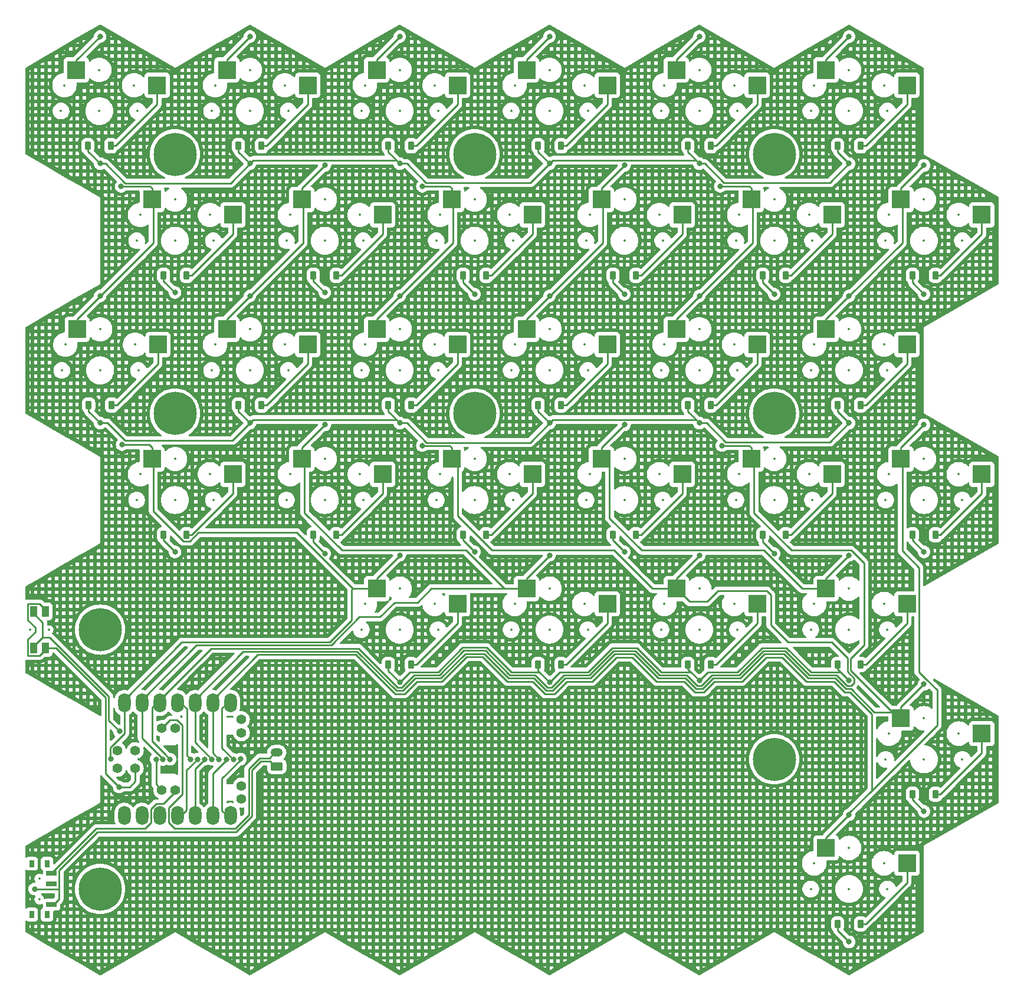
<source format=gbl>
%TF.GenerationSoftware,KiCad,Pcbnew,7.0.9*%
%TF.CreationDate,2024-02-04T22:05:16+05:30*%
%TF.ProjectId,Reversible Keyboard,52657665-7273-4696-926c-65204b657962,rev?*%
%TF.SameCoordinates,Original*%
%TF.FileFunction,Copper,L2,Bot*%
%TF.FilePolarity,Positive*%
%FSLAX46Y46*%
G04 Gerber Fmt 4.6, Leading zero omitted, Abs format (unit mm)*
G04 Created by KiCad (PCBNEW 7.0.9) date 2024-02-04 22:05:16*
%MOMM*%
%LPD*%
G01*
G04 APERTURE LIST*
G04 Aperture macros list*
%AMRoundRect*
0 Rectangle with rounded corners*
0 $1 Rounding radius*
0 $2 $3 $4 $5 $6 $7 $8 $9 X,Y pos of 4 corners*
0 Add a 4 corners polygon primitive as box body*
4,1,4,$2,$3,$4,$5,$6,$7,$8,$9,$2,$3,0*
0 Add four circle primitives for the rounded corners*
1,1,$1+$1,$2,$3*
1,1,$1+$1,$4,$5*
1,1,$1+$1,$6,$7*
1,1,$1+$1,$8,$9*
0 Add four rect primitives between the rounded corners*
20,1,$1+$1,$2,$3,$4,$5,0*
20,1,$1+$1,$4,$5,$6,$7,0*
20,1,$1+$1,$6,$7,$8,$9,0*
20,1,$1+$1,$8,$9,$2,$3,0*%
G04 Aperture macros list end*
%TA.AperFunction,ComponentPad*%
%ADD10RoundRect,0.250000X0.625000X-0.350000X0.625000X0.350000X-0.625000X0.350000X-0.625000X-0.350000X0*%
%TD*%
%TA.AperFunction,ComponentPad*%
%ADD11O,1.750000X1.200000*%
%TD*%
%TA.AperFunction,SMDPad,CuDef*%
%ADD12R,2.600000X2.600000*%
%TD*%
%TA.AperFunction,ComponentPad*%
%ADD13C,6.200000*%
%TD*%
%TA.AperFunction,ComponentPad*%
%ADD14C,1.397000*%
%TD*%
%TA.AperFunction,SMDPad,CuDef*%
%ADD15RoundRect,0.225000X-0.225000X-0.375000X0.225000X-0.375000X0.225000X0.375000X-0.225000X0.375000X0*%
%TD*%
%TA.AperFunction,SMDPad,CuDef*%
%ADD16O,1.800000X2.750000*%
%TD*%
%TA.AperFunction,SMDPad,CuDef*%
%ADD17R,1.000000X1.550000*%
%TD*%
%TA.AperFunction,SMDPad,CuDef*%
%ADD18R,0.800000X1.000000*%
%TD*%
%TA.AperFunction,SMDPad,CuDef*%
%ADD19R,1.500000X0.700000*%
%TD*%
%TA.AperFunction,ViaPad*%
%ADD20C,0.800000*%
%TD*%
%TA.AperFunction,Conductor*%
%ADD21C,0.250000*%
%TD*%
%ADD22C,0.350000*%
G04 APERTURE END LIST*
D10*
%TO.P,BT1,1,+*%
%TO.N,Net-(BT1-+)*%
X79111058Y-137573846D03*
D11*
%TO.P,BT1,2,-*%
%TO.N,Net-(BT1--)*%
X79111058Y-135573846D03*
%TD*%
D12*
%TO.P,S26,1*%
%TO.N,Net-(D51-A)*%
X126550000Y-114223880D03*
%TO.P,S26,2*%
%TO.N,COL2*%
X114950000Y-112023880D03*
%TD*%
%TO.P,S3,1*%
%TO.N,Net-(D5-A)*%
X105050000Y-39745640D03*
%TO.P,S3,2*%
%TO.N,COL3*%
X93450000Y-37545640D03*
%TD*%
%TO.P,S22,1*%
%TO.N,Net-(D43-A)*%
X137300000Y-95604320D03*
%TO.P,S22,2*%
%TO.N,COL4*%
X125700000Y-93404320D03*
%TD*%
%TO.P,S10,1*%
%TO.N,Net-(D19-A)*%
X137300000Y-58365200D03*
%TO.P,S10,2*%
%TO.N,COL4*%
X125700000Y-56165200D03*
%TD*%
%TO.P,S24,1*%
%TO.N,Net-(D47-A)*%
X180300000Y-95604320D03*
%TO.P,S24,2*%
%TO.N,COL6*%
X168700000Y-93404320D03*
%TD*%
D13*
%TO.P,H6,1*%
%TO.N,N/C*%
X150500224Y-86891280D03*
%TD*%
D12*
%TO.P,S29,1*%
%TO.N,Net-(D57-A)*%
X180300000Y-132843440D03*
%TO.P,S29,2*%
%TO.N,COL5*%
X168700000Y-130643440D03*
%TD*%
%TO.P,S17,1*%
%TO.N,Net-(D33-A)*%
X148050000Y-76984760D03*
%TO.P,S17,2*%
%TO.N,COL5*%
X136450000Y-74784760D03*
%TD*%
%TO.P,S18,1*%
%TO.N,Net-(D35-A)*%
X169550000Y-76984760D03*
%TO.P,S18,2*%
%TO.N,COL6*%
X157950000Y-74784760D03*
%TD*%
D13*
%TO.P,H1,1*%
%TO.N,N/C*%
X64500096Y-49652160D03*
%TD*%
D12*
%TO.P,S14,1*%
%TO.N,Net-(D27-A)*%
X83550000Y-76984760D03*
%TO.P,S14,2*%
%TO.N,COL2*%
X71950000Y-74784760D03*
%TD*%
D13*
%TO.P,H9,1*%
%TO.N,N/C*%
X150500224Y-136543440D03*
%TD*%
D12*
%TO.P,S23,1*%
%TO.N,Net-(D45-A)*%
X158800000Y-95604320D03*
%TO.P,S23,2*%
%TO.N,COL5*%
X147200000Y-93404320D03*
%TD*%
D13*
%TO.P,H7,1*%
%TO.N,N/C*%
X53750080Y-117923880D03*
%TD*%
D12*
%TO.P,S11,1*%
%TO.N,Net-(D21-A)*%
X158800000Y-58365200D03*
%TO.P,S11,2*%
%TO.N,COL5*%
X147200000Y-56165200D03*
%TD*%
%TO.P,S21,1*%
%TO.N,Net-(D41-A)*%
X115800000Y-95604320D03*
%TO.P,S21,2*%
%TO.N,COL3*%
X104200000Y-93404320D03*
%TD*%
%TO.P,S19,1*%
%TO.N,Net-(D37-A)*%
X72800000Y-95604320D03*
%TO.P,S19,2*%
%TO.N,COL1*%
X61200000Y-93404320D03*
%TD*%
%TO.P,S5,1*%
%TO.N,Net-(D10-A)*%
X148050000Y-39745640D03*
%TO.P,S5,2*%
%TO.N,COL5*%
X136450000Y-37545640D03*
%TD*%
D13*
%TO.P,H5,1*%
%TO.N,N/C*%
X150500224Y-49652160D03*
%TD*%
D12*
%TO.P,S6,1*%
%TO.N,Net-(D11-A)*%
X169550000Y-39745640D03*
%TO.P,S6,2*%
%TO.N,COL6*%
X157950000Y-37545640D03*
%TD*%
%TO.P,S9,1*%
%TO.N,Net-(D17-A)*%
X115800000Y-58365200D03*
%TO.P,S9,2*%
%TO.N,COL3*%
X104200000Y-56165200D03*
%TD*%
%TO.P,S27,1*%
%TO.N,Net-(D53-A)*%
X148050000Y-114223880D03*
%TO.P,S27,2*%
%TO.N,COL3*%
X136450000Y-112023880D03*
%TD*%
%TO.P,S28,1*%
%TO.N,Net-(D55-A)*%
X169550000Y-114223880D03*
%TO.P,S28,2*%
%TO.N,COL4*%
X157950000Y-112023880D03*
%TD*%
D13*
%TO.P,H8,1*%
%TO.N,N/C*%
X53750080Y-155163000D03*
%TD*%
D12*
%TO.P,S30,1*%
%TO.N,Net-(D59-A)*%
X169550000Y-151463000D03*
%TO.P,S30,2*%
%TO.N,COL6*%
X157950000Y-149263000D03*
%TD*%
%TO.P,S25,1*%
%TO.N,Net-(D49-A)*%
X105050000Y-114223880D03*
%TO.P,S25,2*%
%TO.N,COL1*%
X93450000Y-112023880D03*
%TD*%
%TO.P,S20,1*%
%TO.N,Net-(D39-A)*%
X94300000Y-95604320D03*
%TO.P,S20,2*%
%TO.N,COL2*%
X82700000Y-93404320D03*
%TD*%
D13*
%TO.P,H3,1*%
%TO.N,N/C*%
X107500160Y-49652160D03*
%TD*%
%TO.P,H2,1*%
%TO.N,N/C*%
X64500096Y-86891280D03*
%TD*%
D12*
%TO.P,S15,1*%
%TO.N,Net-(D29-A)*%
X105050000Y-76984760D03*
%TO.P,S15,2*%
%TO.N,COL3*%
X93450000Y-74784760D03*
%TD*%
%TO.P,S12,1*%
%TO.N,Net-(D23-A)*%
X180300000Y-58365200D03*
%TO.P,S12,2*%
%TO.N,COL6*%
X168700000Y-56165200D03*
%TD*%
%TO.P,S7,1*%
%TO.N,Net-(D13-A)*%
X72800000Y-58365200D03*
%TO.P,S7,2*%
%TO.N,COL1*%
X61200000Y-56165200D03*
%TD*%
D13*
%TO.P,H4,1*%
%TO.N,N/C*%
X107500160Y-86891280D03*
%TD*%
D12*
%TO.P,S13,1*%
%TO.N,Net-(D25-A)*%
X62050000Y-76984760D03*
%TO.P,S13,2*%
%TO.N,COL1*%
X50450000Y-74784760D03*
%TD*%
%TO.P,S2,1*%
%TO.N,Net-(D3-A)*%
X83550000Y-39745640D03*
%TO.P,S2,2*%
%TO.N,COL2*%
X71950000Y-37545640D03*
%TD*%
%TO.P,S4,1*%
%TO.N,Net-(D7-A)*%
X126550000Y-39745640D03*
%TO.P,S4,2*%
%TO.N,COL4*%
X114950000Y-37545640D03*
%TD*%
D14*
%TO.P,U2,19,RESET*%
%TO.N,Net-(SW3-A)*%
X64519034Y-140988440D03*
%TO.P,U2,20,GND*%
%TO.N,Net-(BT1--)*%
X62614034Y-140988440D03*
%TO.P,U2,21,BAT-*%
%TO.N,Net-(U1-BAT-)*%
X74044034Y-132733440D03*
%TO.P,U2,22,BAT+*%
%TO.N,Net-(U1-BAT+)*%
X74044034Y-130828440D03*
%TD*%
D12*
%TO.P,S1,1*%
%TO.N,Net-(D1-A)*%
X61925000Y-39745640D03*
%TO.P,S1,2*%
%TO.N,COL1*%
X50325000Y-37545640D03*
%TD*%
%TO.P,S8,1*%
%TO.N,Net-(D15-A)*%
X94300000Y-58365200D03*
%TO.P,S8,2*%
%TO.N,COL2*%
X82700000Y-56165200D03*
%TD*%
%TO.P,S16,1*%
%TO.N,Net-(D31-A)*%
X126550000Y-76984760D03*
%TO.P,S16,2*%
%TO.N,COL4*%
X114950000Y-74784760D03*
%TD*%
D15*
%TO.P,D56,1,K*%
%TO.N,ROW5*%
X159600000Y-122923880D03*
%TO.P,D56,2,A*%
%TO.N,Net-(D55-A)*%
X162900000Y-122923880D03*
%TD*%
%TO.P,D58,1,K*%
%TO.N,ROW5*%
X170350000Y-141543440D03*
%TO.P,D58,2,A*%
%TO.N,Net-(D57-A)*%
X173650000Y-141543440D03*
%TD*%
%TO.P,D16,1,K*%
%TO.N,ROW2*%
X84350000Y-67065200D03*
%TO.P,D16,2,A*%
%TO.N,Net-(D15-A)*%
X87650000Y-67065200D03*
%TD*%
%TO.P,D28,1,K*%
%TO.N,ROW3*%
X73600000Y-85684760D03*
%TO.P,D28,2,A*%
%TO.N,Net-(D27-A)*%
X76900000Y-85684760D03*
%TD*%
%TO.P,D38,1,K*%
%TO.N,ROW4*%
X62850000Y-104304320D03*
%TO.P,D38,2,A*%
%TO.N,Net-(D37-A)*%
X66150000Y-104304320D03*
%TD*%
%TO.P,D4,1,K*%
%TO.N,ROW1*%
X73600000Y-48445640D03*
%TO.P,D4,2,A*%
%TO.N,Net-(D3-A)*%
X76900000Y-48445640D03*
%TD*%
%TO.P,D44,1,K*%
%TO.N,ROW4*%
X127350000Y-104304320D03*
%TO.P,D44,2,A*%
%TO.N,Net-(D43-A)*%
X130650000Y-104304320D03*
%TD*%
D16*
%TO.P,U1,1,PA02_A0_D0*%
%TO.N,COL1*%
X57216034Y-128448480D03*
%TO.P,U1,2,PA4_A1_D1*%
%TO.N,COL2*%
X59756034Y-128448480D03*
%TO.P,U1,3,PA10_A2_D2*%
%TO.N,COL3*%
X62296034Y-128448480D03*
%TO.P,U1,4,PA11_A3_D3*%
%TO.N,COL4*%
X64836034Y-128448480D03*
%TO.P,U1,5,PA8_A4_D4_SDA*%
%TO.N,COL5*%
X67376034Y-128448480D03*
%TO.P,U1,6,PA9_A5_D5_SCL*%
%TO.N,COL6*%
X69916034Y-128448480D03*
%TO.P,U1,7,PB08_A6_D6_TX*%
%TO.N,ROW5*%
X72456034Y-128448480D03*
%TO.P,U1,8,PB09_A7_D7_RX*%
%TO.N,ROW4*%
X72456034Y-144638400D03*
%TO.P,U1,9,PA7_A8_D8_SCK*%
%TO.N,ROW3*%
X69916034Y-144638400D03*
%TO.P,U1,10,PA5_A9_D9_MISO*%
%TO.N,ROW2*%
X67376034Y-144638400D03*
%TO.P,U1,11,PA6_A10_D10_MOSI*%
%TO.N,ROW1*%
X64836034Y-144638400D03*
%TO.P,U1,12,3V3*%
%TO.N,unconnected-(U1-3V3-Pad12)*%
X62296034Y-144638400D03*
%TO.P,U1,13,GND*%
%TO.N,unconnected-(U1-GND-Pad13)*%
X59756034Y-144638400D03*
%TO.P,U1,14,5V*%
%TO.N,unconnected-(U1-5V-Pad14)*%
X57216034Y-144638400D03*
D14*
%TO.P,U1,15,NFC+*%
%TO.N,unconnected-(U1-NFC+-Pad15)*%
X56264034Y-135273440D03*
%TO.P,U1,16,NFC-*%
%TO.N,unconnected-(U1-NFC--Pad16)*%
X56264034Y-137813440D03*
%TO.P,U1,17,PA31_SWDIO*%
%TO.N,Net-(U1-PA31_SWDIO)*%
X58804034Y-135273440D03*
%TO.P,U1,18,PA30_SWCLK*%
%TO.N,Net-(U1-PA30_SWCLK)*%
X58804034Y-137813440D03*
%TO.P,U1,19,RESET*%
%TO.N,Net-(SW3-A)*%
X64519034Y-132098440D03*
%TO.P,U1,20,GND*%
%TO.N,Net-(BT1--)*%
X62614034Y-132098440D03*
%TO.P,U1,21,BAT-*%
%TO.N,Net-(U1-BAT-)*%
X74044034Y-140353440D03*
%TO.P,U1,22,BAT+*%
%TO.N,Net-(U1-BAT+)*%
X74044034Y-142258440D03*
%TD*%
D15*
%TO.P,D2,1,K*%
%TO.N,ROW1*%
X51975000Y-48445640D03*
%TO.P,D2,2,A*%
%TO.N,Net-(D1-A)*%
X55275000Y-48445640D03*
%TD*%
D17*
%TO.P,SW2,1*%
%TO.N,Net-(U1-PA31_SWDIO)*%
X44196940Y-115298880D03*
X44196940Y-120548880D03*
%TO.P,SW2,2*%
%TO.N,Net-(U1-PA30_SWCLK)*%
X45896940Y-115298880D03*
X45896940Y-120548880D03*
%TD*%
D15*
%TO.P,D50,1,K*%
%TO.N,ROW5*%
X95100000Y-122923880D03*
%TO.P,D50,2,A*%
%TO.N,Net-(D49-A)*%
X98400000Y-122923880D03*
%TD*%
%TO.P,D18,1,K*%
%TO.N,ROW2*%
X105850000Y-67065200D03*
%TO.P,D18,2,A*%
%TO.N,Net-(D17-A)*%
X109150000Y-67065200D03*
%TD*%
%TO.P,D8,1,K*%
%TO.N,ROW1*%
X116600000Y-48445640D03*
%TO.P,D8,2,A*%
%TO.N,Net-(D7-A)*%
X119900000Y-48445640D03*
%TD*%
%TO.P,D24,1,K*%
%TO.N,ROW2*%
X170350000Y-67065200D03*
%TO.P,D24,2,A*%
%TO.N,Net-(D23-A)*%
X173650000Y-67065200D03*
%TD*%
%TO.P,D52,1,K*%
%TO.N,ROW5*%
X116600000Y-122923880D03*
%TO.P,D52,2,A*%
%TO.N,Net-(D51-A)*%
X119900000Y-122923880D03*
%TD*%
%TO.P,D40,1,K*%
%TO.N,ROW4*%
X84350000Y-104304320D03*
%TO.P,D40,2,A*%
%TO.N,Net-(D39-A)*%
X87650000Y-104304320D03*
%TD*%
%TO.P,D30,1,K*%
%TO.N,ROW3*%
X95100000Y-85684760D03*
%TO.P,D30,2,A*%
%TO.N,Net-(D29-A)*%
X98400000Y-85684760D03*
%TD*%
%TO.P,D36,1,K*%
%TO.N,ROW3*%
X159600000Y-85684760D03*
%TO.P,D36,2,A*%
%TO.N,Net-(D35-A)*%
X162900000Y-85684760D03*
%TD*%
D18*
%TO.P,SW4,*%
%TO.N,*%
X43921630Y-158813000D03*
X46131630Y-158813000D03*
X43921630Y-151513000D03*
X46131630Y-151513000D03*
D19*
%TO.P,SW4,1,A*%
%TO.N,Net-(BT1-+)*%
X46781630Y-157413000D03*
%TO.P,SW4,2,B*%
%TO.N,unconnected-(SW4-B-Pad2)*%
X46781630Y-154413000D03*
%TO.P,SW4,3,C*%
%TO.N,Net-(SW3-A)*%
X46781630Y-152913000D03*
%TD*%
D15*
%TO.P,D22,1,K*%
%TO.N,ROW2*%
X148850000Y-67065200D03*
%TO.P,D22,2,A*%
%TO.N,Net-(D21-A)*%
X152150000Y-67065200D03*
%TD*%
%TO.P,D60,1,K*%
%TO.N,ROW5*%
X159600000Y-160163000D03*
%TO.P,D60,2,A*%
%TO.N,Net-(D59-A)*%
X162900000Y-160163000D03*
%TD*%
%TO.P,D26,1,K*%
%TO.N,ROW3*%
X52100000Y-85684760D03*
%TO.P,D26,2,A*%
%TO.N,Net-(D25-A)*%
X55400000Y-85684760D03*
%TD*%
%TO.P,D10,1,K*%
%TO.N,ROW1*%
X138100000Y-48445640D03*
%TO.P,D10,2,A*%
%TO.N,Net-(D10-A)*%
X141400000Y-48445640D03*
%TD*%
%TO.P,D54,1,K*%
%TO.N,ROW5*%
X138100000Y-122923880D03*
%TO.P,D54,2,A*%
%TO.N,Net-(D53-A)*%
X141400000Y-122923880D03*
%TD*%
%TO.P,D46,1,K*%
%TO.N,ROW4*%
X148850000Y-104304320D03*
%TO.P,D46,2,A*%
%TO.N,Net-(D45-A)*%
X152150000Y-104304320D03*
%TD*%
%TO.P,D34,1,K*%
%TO.N,ROW3*%
X138100000Y-85684760D03*
%TO.P,D34,2,A*%
%TO.N,Net-(D33-A)*%
X141400000Y-85684760D03*
%TD*%
%TO.P,D14,1,K*%
%TO.N,ROW2*%
X62850000Y-67065200D03*
%TO.P,D14,2,A*%
%TO.N,Net-(D13-A)*%
X66150000Y-67065200D03*
%TD*%
%TO.P,D20,1,K*%
%TO.N,ROW2*%
X127350000Y-67065200D03*
%TO.P,D20,2,A*%
%TO.N,Net-(D19-A)*%
X130650000Y-67065200D03*
%TD*%
%TO.P,D32,1,K*%
%TO.N,ROW3*%
X116600000Y-85684760D03*
%TO.P,D32,2,A*%
%TO.N,Net-(D31-A)*%
X119900000Y-85684760D03*
%TD*%
%TO.P,D6,1,K*%
%TO.N,ROW1*%
X95100000Y-48445640D03*
%TO.P,D6,2,A*%
%TO.N,Net-(D5-A)*%
X98400000Y-48445640D03*
%TD*%
%TO.P,D12,1,K*%
%TO.N,ROW1*%
X159600000Y-48445640D03*
%TO.P,D12,2,A*%
%TO.N,Net-(D11-A)*%
X162900000Y-48445640D03*
%TD*%
%TO.P,D42,1,K*%
%TO.N,ROW4*%
X105850000Y-104304320D03*
%TO.P,D42,2,A*%
%TO.N,Net-(D41-A)*%
X109150000Y-104304320D03*
%TD*%
%TO.P,D48,1,K*%
%TO.N,ROW4*%
X170350000Y-104304320D03*
%TO.P,D48,2,A*%
%TO.N,Net-(D47-A)*%
X173650000Y-104304320D03*
%TD*%
D20*
%TO.N,Net-(BT1-+)*%
X44343750Y-155163200D03*
%TO.N,COL1*%
X53750000Y-32750000D03*
X55250000Y-136500000D03*
X56750000Y-54250000D03*
X53750000Y-70000000D03*
X96750000Y-107250000D03*
X56899500Y-91362701D03*
%TO.N,COL2*%
X86000000Y-88500000D03*
X75250000Y-32750000D03*
X62778109Y-136550517D03*
X118250000Y-107250000D03*
X75250000Y-70000000D03*
X86000000Y-51250000D03*
%TO.N,COL3*%
X100000000Y-91500000D03*
X139750000Y-107250000D03*
X100000000Y-54250000D03*
X96750000Y-70000000D03*
X96750000Y-32750000D03*
X63777406Y-136530279D03*
%TO.N,COL4*%
X118250000Y-32750000D03*
X161250000Y-107250000D03*
X66711131Y-136518640D03*
X129000000Y-51250000D03*
X118250000Y-70000000D03*
X129000000Y-88500000D03*
%TO.N,COL5*%
X69784925Y-136518640D03*
X139750000Y-32750000D03*
X139750000Y-70000000D03*
X143000000Y-91500000D03*
X142750000Y-54250000D03*
X172000000Y-125750000D03*
%TO.N,COL6*%
X70827895Y-136537011D03*
X172000000Y-88500000D03*
X172000000Y-51250000D03*
X161250000Y-144500000D03*
X161250000Y-32750000D03*
X161250000Y-70000000D03*
%TO.N,ROW1*%
X53750000Y-51000000D03*
X96750000Y-51000000D03*
X161250000Y-51000000D03*
X75250000Y-51000000D03*
X139750000Y-51000000D03*
X67735729Y-136518640D03*
X118250000Y-51000000D03*
%TO.N,ROW2*%
X68760327Y-136518640D03*
X172000000Y-69750000D03*
X107500000Y-69750000D03*
X86000000Y-69500000D03*
X129000000Y-69750000D03*
X64500000Y-69500000D03*
X150500000Y-69750000D03*
%TO.N,ROW3*%
X161250000Y-88250000D03*
X139750000Y-88250000D03*
X75250000Y-88250000D03*
X53750000Y-88250000D03*
X71870446Y-136554963D03*
X118250000Y-88250000D03*
X96750000Y-88250000D03*
%TO.N,ROW4*%
X73893034Y-136500000D03*
X86000000Y-107000000D03*
X150500000Y-107000000D03*
X172000000Y-106750000D03*
X129000000Y-106750000D03*
X107500000Y-106750000D03*
X64500000Y-106750000D03*
%TO.N,ROW5*%
X161250000Y-125250000D03*
X96750000Y-125500000D03*
X72895044Y-136554963D03*
X161250000Y-162750000D03*
X118250000Y-125500000D03*
X139750000Y-125250000D03*
X172000000Y-144000000D03*
%TO.N,Net-(U1-PA30_SWCLK)*%
X56489274Y-140510726D03*
%TO.N,Net-(U1-PA31_SWDIO)*%
X56525500Y-132532714D03*
%TO.N,Net-(BT1--)*%
X61779024Y-136521626D03*
%TD*%
D21*
%TO.N,Net-(BT1-+)*%
X73243988Y-147000000D02*
X53317142Y-147000000D01*
X75517534Y-144726454D02*
X73243988Y-147000000D01*
X47856630Y-152460512D02*
X47856630Y-155163200D01*
X75517534Y-138095248D02*
X75517534Y-144726454D01*
X76813120Y-136799662D02*
X75517534Y-138095248D01*
X53317142Y-147000000D02*
X47856630Y-152460512D01*
X79111058Y-137793616D02*
X78117104Y-136799662D01*
X78117104Y-136799662D02*
X76813120Y-136799662D01*
%TO.N,Net-(BT1--)*%
X63793524Y-130918950D02*
X62614034Y-132098440D01*
X65542534Y-131674492D02*
X64786992Y-130918950D01*
X65542534Y-141550966D02*
X65542534Y-131674492D01*
X63611034Y-143482466D02*
X65542534Y-141550966D01*
X63611034Y-145620812D02*
X63611034Y-143482466D01*
X64425492Y-146435270D02*
X63611034Y-145620812D01*
X73172322Y-146435270D02*
X64425492Y-146435270D01*
X75067534Y-144540058D02*
X73172322Y-146435270D01*
X75067534Y-137908852D02*
X75067534Y-144540058D01*
X76626724Y-136349662D02*
X75067534Y-137908852D01*
X78055012Y-136349662D02*
X76626724Y-136349662D01*
X79111058Y-135293616D02*
X78055012Y-136349662D01*
X64786992Y-130918950D02*
X63793524Y-130918950D01*
%TO.N,Net-(BT1-+)*%
X44343750Y-155163200D02*
X47856630Y-155163200D01*
X47856630Y-155163200D02*
X47856630Y-156617668D01*
%TO.N,Net-(D1-A)*%
X61925000Y-42519473D02*
X55998833Y-48445640D01*
X61925000Y-39745640D02*
X61925000Y-42519473D01*
X55998833Y-48445640D02*
X55275000Y-48445640D01*
%TO.N,Net-(D3-A)*%
X83550000Y-42519473D02*
X77623833Y-48445640D01*
X83550000Y-39745640D02*
X83550000Y-42519473D01*
X77623833Y-48445640D02*
X76900000Y-48445640D01*
%TO.N,Net-(D5-A)*%
X99123833Y-48445640D02*
X98400000Y-48445640D01*
X105050000Y-42519473D02*
X99123833Y-48445640D01*
X105050000Y-39745640D02*
X105050000Y-42519473D01*
%TO.N,Net-(D7-A)*%
X126550000Y-39745640D02*
X126550000Y-42519473D01*
X126550000Y-42519473D02*
X120623833Y-48445640D01*
X120623833Y-48445640D02*
X119900000Y-48445640D01*
%TO.N,Net-(D10-A)*%
X148050000Y-39745640D02*
X148050000Y-42519473D01*
X148050000Y-42519473D02*
X142123833Y-48445640D01*
X142123833Y-48445640D02*
X141400000Y-48445640D01*
%TO.N,Net-(D11-A)*%
X169550000Y-42519473D02*
X163623833Y-48445640D01*
X163623833Y-48445640D02*
X162900000Y-48445640D01*
X169550000Y-39745640D02*
X169550000Y-42519473D01*
%TO.N,Net-(D17-A)*%
X109873833Y-67065200D02*
X109150000Y-67065200D01*
X115800000Y-61139033D02*
X109873833Y-67065200D01*
X115800000Y-58365200D02*
X115800000Y-61139033D01*
%TO.N,Net-(D19-A)*%
X137300000Y-61139033D02*
X131373833Y-67065200D01*
X137300000Y-58365200D02*
X137300000Y-61139033D01*
X131373833Y-67065200D02*
X130650000Y-67065200D01*
%TO.N,Net-(D21-A)*%
X158800000Y-61139033D02*
X152873833Y-67065200D01*
X158800000Y-58365200D02*
X158800000Y-61139033D01*
X152873833Y-67065200D02*
X152150000Y-67065200D01*
%TO.N,Net-(D23-A)*%
X180300000Y-58365200D02*
X180300000Y-61139033D01*
X180300000Y-61139033D02*
X174373833Y-67065200D01*
X174373833Y-67065200D02*
X173650000Y-67065200D01*
%TO.N,Net-(D13-A)*%
X72800000Y-61139033D02*
X66873833Y-67065200D01*
X66873833Y-67065200D02*
X66150000Y-67065200D01*
X72800000Y-58365200D02*
X72800000Y-61139033D01*
%TO.N,Net-(D15-A)*%
X94300000Y-58365200D02*
X94300000Y-61139033D01*
X94300000Y-61139033D02*
X88373833Y-67065200D01*
X88373833Y-67065200D02*
X87650000Y-67065200D01*
%TO.N,Net-(D25-A)*%
X62050000Y-76984760D02*
X62050000Y-79758593D01*
X56123833Y-85684760D02*
X55400000Y-85684760D01*
X62050000Y-79758593D02*
X56123833Y-85684760D01*
%TO.N,Net-(D27-A)*%
X83550000Y-79758593D02*
X77623833Y-85684760D01*
X77623833Y-85684760D02*
X76900000Y-85684760D01*
X83550000Y-76984760D02*
X83550000Y-79758593D01*
%TO.N,Net-(D29-A)*%
X99123833Y-85684760D02*
X98400000Y-85684760D01*
X105050000Y-76984760D02*
X105050000Y-79758593D01*
X105050000Y-79758593D02*
X99123833Y-85684760D01*
%TO.N,Net-(D31-A)*%
X126550000Y-79758593D02*
X120623833Y-85684760D01*
X126550000Y-76984760D02*
X126550000Y-79758593D01*
X120623833Y-85684760D02*
X119900000Y-85684760D01*
%TO.N,Net-(D33-A)*%
X142123833Y-85684760D02*
X141400000Y-85684760D01*
X148050000Y-76984760D02*
X148050000Y-79758593D01*
X148050000Y-79758593D02*
X142123833Y-85684760D01*
%TO.N,Net-(D35-A)*%
X169550000Y-79758593D02*
X163623833Y-85684760D01*
X169550000Y-76984760D02*
X169550000Y-79758593D01*
X163623833Y-85684760D02*
X162900000Y-85684760D01*
%TO.N,Net-(D37-A)*%
X66873833Y-104304320D02*
X66150000Y-104304320D01*
X72800000Y-98378153D02*
X66873833Y-104304320D01*
X72800000Y-95604320D02*
X72800000Y-98378153D01*
%TO.N,Net-(D39-A)*%
X88373833Y-104304320D02*
X87650000Y-104304320D01*
X94300000Y-98378153D02*
X88373833Y-104304320D01*
X94300000Y-95604320D02*
X94300000Y-98378153D01*
%TO.N,Net-(D41-A)*%
X115800000Y-98378153D02*
X109873833Y-104304320D01*
X115800000Y-95604320D02*
X115800000Y-98378153D01*
X109873833Y-104304320D02*
X109150000Y-104304320D01*
%TO.N,Net-(D43-A)*%
X137300000Y-95604320D02*
X137300000Y-98378153D01*
X137300000Y-98378153D02*
X131373833Y-104304320D01*
X131373833Y-104304320D02*
X130650000Y-104304320D01*
%TO.N,Net-(D45-A)*%
X158800000Y-95604320D02*
X158800000Y-98378153D01*
X158800000Y-98378153D02*
X152873833Y-104304320D01*
X152873833Y-104304320D02*
X152150000Y-104304320D01*
%TO.N,Net-(D47-A)*%
X180300000Y-95604320D02*
X180300000Y-98378153D01*
X174373833Y-104304320D02*
X173650000Y-104304320D01*
X180300000Y-98378153D02*
X174373833Y-104304320D01*
%TO.N,Net-(D49-A)*%
X99123833Y-122923880D02*
X98400000Y-122923880D01*
X105050000Y-116997713D02*
X99123833Y-122923880D01*
X105050000Y-114223880D02*
X105050000Y-116997713D01*
%TO.N,Net-(D51-A)*%
X126550000Y-116997713D02*
X120623833Y-122923880D01*
X120623833Y-122923880D02*
X119900000Y-122923880D01*
X126550000Y-114223880D02*
X126550000Y-116997713D01*
%TO.N,Net-(D53-A)*%
X148050000Y-114223880D02*
X148050000Y-116997713D01*
X148050000Y-116997713D02*
X142123833Y-122923880D01*
X142123833Y-122923880D02*
X141400000Y-122923880D01*
%TO.N,Net-(D55-A)*%
X169550000Y-114223880D02*
X169550000Y-116997713D01*
X169550000Y-116997713D02*
X163623833Y-122923880D01*
X163623833Y-122923880D02*
X162900000Y-122923880D01*
%TO.N,Net-(D57-A)*%
X174373833Y-141543440D02*
X173650000Y-141543440D01*
X180300000Y-132843440D02*
X180300000Y-135617273D01*
X180300000Y-135617273D02*
X174373833Y-141543440D01*
%TO.N,Net-(D59-A)*%
X169550000Y-154236833D02*
X163623833Y-160163000D01*
X163623833Y-160163000D02*
X162900000Y-160163000D01*
X169550000Y-151463000D02*
X169550000Y-154236833D01*
%TO.N,COL1*%
X56899500Y-91362701D02*
X60762701Y-91362701D01*
X65489514Y-119700000D02*
X86735834Y-119700000D01*
X57250000Y-128007446D02*
X57216034Y-127973480D01*
X61375000Y-93579320D02*
X61375000Y-100913372D01*
X93450000Y-112023880D02*
X93450000Y-110550000D01*
X61375000Y-62375000D02*
X53750000Y-70000000D01*
X86735834Y-119700000D02*
X89875000Y-116560834D01*
X89875000Y-116560834D02*
X89875000Y-112147455D01*
X67838372Y-104000000D02*
X81974695Y-104000000D01*
X65690948Y-105229320D02*
X66609052Y-105229320D01*
X60762701Y-91362701D02*
X61200000Y-91800000D01*
X60900000Y-54250000D02*
X61200000Y-54550000D01*
X66609052Y-105229320D02*
X67838372Y-104000000D01*
X50450000Y-74784760D02*
X50450000Y-73300000D01*
X56750000Y-54250000D02*
X60900000Y-54250000D01*
X55240534Y-134849492D02*
X57250000Y-132840026D01*
X61375000Y-56340200D02*
X61375000Y-62375000D01*
X89875000Y-112147455D02*
X89998575Y-112023880D01*
X81974695Y-104000000D02*
X89998575Y-112023880D01*
X61200000Y-54550000D02*
X61200000Y-56165200D01*
X50325000Y-36175000D02*
X53750000Y-32750000D01*
X61200000Y-91800000D02*
X61200000Y-93404320D01*
X50325000Y-37545640D02*
X50325000Y-36175000D01*
X61200000Y-56165200D02*
X61375000Y-56340200D01*
X57250000Y-132840026D02*
X57250000Y-128007446D01*
X93450000Y-110550000D02*
X96750000Y-107250000D01*
X61375000Y-100913372D02*
X65690948Y-105229320D01*
X50450000Y-73300000D02*
X53750000Y-70000000D01*
X61200000Y-93404320D02*
X61375000Y-93579320D01*
X57216034Y-127973480D02*
X65489514Y-119700000D01*
X89998575Y-112023880D02*
X93450000Y-112023880D01*
X55250000Y-136500000D02*
X55240534Y-136490534D01*
X55240534Y-136490534D02*
X55240534Y-134849492D01*
%TO.N,COL2*%
X59756034Y-133473331D02*
X59756034Y-127973480D01*
X99322230Y-114000000D02*
X101298350Y-112023880D01*
X82700000Y-56165200D02*
X82875000Y-56340200D01*
X82700000Y-93404320D02*
X83105204Y-93809524D01*
X114950000Y-112023880D02*
X114950000Y-110550000D01*
X59756034Y-127973480D02*
X67579514Y-120150000D01*
X101298350Y-112023880D02*
X111748575Y-112023880D01*
X93901120Y-116098880D02*
X96000000Y-114000000D01*
X83105204Y-101143576D02*
X88461628Y-106500000D01*
X62778109Y-136495406D02*
X59756034Y-133473331D01*
X88461628Y-106500000D02*
X106224695Y-106500000D01*
X82700000Y-93404320D02*
X82700000Y-91800000D01*
X114950000Y-110550000D02*
X118250000Y-107250000D01*
X62778109Y-136550517D02*
X62778109Y-136495406D01*
X82700000Y-54550000D02*
X82700000Y-56165200D01*
X71950000Y-74784760D02*
X71950000Y-73300000D01*
X82875000Y-62375000D02*
X75250000Y-70000000D01*
X86000000Y-51250000D02*
X82700000Y-54550000D01*
X96000000Y-114000000D02*
X99322230Y-114000000D01*
X71950000Y-36050000D02*
X75250000Y-32750000D01*
X82875000Y-56340200D02*
X82875000Y-62375000D01*
X71950000Y-73300000D02*
X75250000Y-70000000D01*
X106224695Y-106500000D02*
X111748575Y-112023880D01*
X86922230Y-120150000D02*
X90973350Y-116098880D01*
X71950000Y-37545640D02*
X71950000Y-36050000D01*
X111748575Y-112023880D02*
X114950000Y-112023880D01*
X67579514Y-120150000D02*
X86922230Y-120150000D01*
X90973350Y-116098880D02*
X93901120Y-116098880D01*
X83105204Y-93809524D02*
X83105204Y-101143576D01*
X82700000Y-91800000D02*
X86000000Y-88500000D01*
%TO.N,COL3*%
X149425000Y-112348880D02*
X142401120Y-112348880D01*
X93450000Y-73300000D02*
X96750000Y-70000000D01*
X159424695Y-124450000D02*
X160949695Y-125975000D01*
X117949695Y-126225000D02*
X118550305Y-126225000D01*
X93450000Y-36050000D02*
X96750000Y-32750000D01*
X109986628Y-106525000D02*
X127525000Y-106525000D01*
X69669514Y-120600000D02*
X90824695Y-120600000D01*
X127411396Y-120975000D02*
X130588604Y-120975000D01*
X141575305Y-124450000D02*
X145436396Y-124450000D01*
X161000000Y-123974695D02*
X161000000Y-122000000D01*
X152088604Y-120975000D02*
X155563604Y-124450000D01*
X100000000Y-54250000D02*
X103900000Y-54250000D01*
X138325000Y-113898880D02*
X136450000Y-112023880D01*
X109043198Y-120929594D02*
X112563604Y-124450000D01*
X152500000Y-119750000D02*
X150000000Y-117250000D01*
X137924695Y-124450000D02*
X139449695Y-125975000D01*
X63075517Y-135825517D02*
X61191034Y-133941034D01*
X120325305Y-124450000D02*
X123936396Y-124450000D01*
X104200000Y-56165200D02*
X104375000Y-56340200D01*
X96449695Y-126225000D02*
X97050305Y-126225000D01*
X102436396Y-124450000D02*
X105956802Y-120929594D01*
X161975000Y-125550305D02*
X161975000Y-124949695D01*
X63777406Y-136530279D02*
X63777406Y-136524509D01*
X62296034Y-127973480D02*
X69669514Y-120600000D01*
X93450000Y-37545640D02*
X93450000Y-36050000D01*
X158750000Y-119750000D02*
X152500000Y-119750000D01*
X104375000Y-62375000D02*
X96750000Y-70000000D01*
X148911396Y-120975000D02*
X152088604Y-120975000D01*
X90824695Y-120600000D02*
X96449695Y-126225000D01*
X139449695Y-125975000D02*
X140050305Y-125975000D01*
X104375000Y-56340200D02*
X104375000Y-62375000D01*
X136450000Y-110550000D02*
X139750000Y-107250000D01*
X104200000Y-54550000D02*
X104200000Y-56165200D01*
X161000000Y-122000000D02*
X158750000Y-119750000D01*
X140851120Y-113898880D02*
X138325000Y-113898880D01*
X103900000Y-91500000D02*
X104200000Y-91800000D01*
X136450000Y-112023880D02*
X136450000Y-110550000D01*
X142401120Y-112348880D02*
X140851120Y-113898880D01*
X104200000Y-93404320D02*
X105075000Y-94279320D01*
X127525000Y-106525000D02*
X133023880Y-112023880D01*
X140050305Y-125975000D02*
X141575305Y-124450000D01*
X133023880Y-112023880D02*
X136450000Y-112023880D01*
X104200000Y-91800000D02*
X104200000Y-93404320D01*
X161975000Y-124949695D02*
X161000000Y-123974695D01*
X105075000Y-94279320D02*
X105075000Y-101613372D01*
X112563604Y-124450000D02*
X116174695Y-124450000D01*
X161550305Y-125975000D02*
X161975000Y-125550305D01*
X160949695Y-125975000D02*
X161550305Y-125975000D01*
X130588604Y-120975000D02*
X134063604Y-124450000D01*
X150000000Y-117250000D02*
X150000000Y-112923880D01*
X116174695Y-124450000D02*
X117949695Y-126225000D01*
X61191034Y-133941034D02*
X61191034Y-129078480D01*
X150000000Y-112923880D02*
X149425000Y-112348880D01*
X145436396Y-124450000D02*
X148911396Y-120975000D01*
X100000000Y-91500000D02*
X103900000Y-91500000D01*
X118550305Y-126225000D02*
X120325305Y-124450000D01*
X63078414Y-135825517D02*
X63075517Y-135825517D01*
X93450000Y-74784760D02*
X93450000Y-73300000D01*
X105075000Y-101613372D02*
X109986628Y-106525000D01*
X134063604Y-124450000D02*
X137924695Y-124450000D01*
X155563604Y-124450000D02*
X159424695Y-124450000D01*
X63777406Y-136524509D02*
X63078414Y-135825517D01*
X61191034Y-129078480D02*
X62296034Y-127973480D01*
X105956802Y-120929594D02*
X109043198Y-120929594D01*
X97050305Y-126225000D02*
X98825305Y-124450000D01*
X103900000Y-54250000D02*
X104200000Y-54550000D01*
X98825305Y-124450000D02*
X102436396Y-124450000D01*
X123936396Y-124450000D02*
X127411396Y-120975000D01*
%TO.N,COL4*%
X126875000Y-101913372D02*
X131486628Y-106525000D01*
X114950000Y-37545640D02*
X114950000Y-36050000D01*
X157950000Y-110550000D02*
X161250000Y-107250000D01*
X126875000Y-94579320D02*
X126875000Y-101913372D01*
X125700000Y-54550000D02*
X129000000Y-51250000D01*
X157950000Y-112023880D02*
X157950000Y-110550000D01*
X131486628Y-106525000D02*
X148999695Y-106525000D01*
X114950000Y-36050000D02*
X118250000Y-32750000D01*
X114950000Y-74784760D02*
X114950000Y-73300000D01*
X148999695Y-106525000D02*
X154498575Y-112023880D01*
X125875000Y-62375000D02*
X118250000Y-70000000D01*
X66171907Y-135979416D02*
X66171907Y-129309353D01*
X66711131Y-136518640D02*
X66171907Y-135979416D01*
X125700000Y-91800000D02*
X129000000Y-88500000D01*
X154498575Y-112023880D02*
X157950000Y-112023880D01*
X66171907Y-129309353D02*
X64836034Y-127973480D01*
X125700000Y-93404320D02*
X125700000Y-91800000D01*
X125700000Y-56165200D02*
X125875000Y-56340200D01*
X125875000Y-56340200D02*
X125875000Y-62375000D01*
X114950000Y-73300000D02*
X118250000Y-70000000D01*
X125700000Y-56165200D02*
X125700000Y-54550000D01*
X125700000Y-93404320D02*
X126875000Y-94579320D01*
%TO.N,COL5*%
X147200000Y-56165200D02*
X147375000Y-56340200D01*
X117763299Y-126675000D02*
X118736701Y-126675000D01*
X152986628Y-106525000D02*
X161550305Y-106525000D01*
X147605204Y-101143576D02*
X152986628Y-106525000D01*
X147200000Y-93404320D02*
X147605204Y-93809524D01*
X74299514Y-121050000D02*
X90638299Y-121050000D01*
X161561396Y-126425000D02*
X164886396Y-129750000D01*
X136450000Y-74784760D02*
X136450000Y-73300000D01*
X96263299Y-126675000D02*
X97236701Y-126675000D01*
X112377208Y-124900000D02*
X115988299Y-124900000D01*
X168700000Y-130643440D02*
X168700000Y-129050000D01*
X147375000Y-56340200D02*
X147375000Y-62375000D01*
X163375000Y-108349695D02*
X163375000Y-120125000D01*
X147605204Y-93809524D02*
X147605204Y-101143576D01*
X168700000Y-129050000D02*
X172000000Y-125750000D01*
X102622792Y-124900000D02*
X106143198Y-121379594D01*
X143000000Y-91500000D02*
X146900000Y-91500000D01*
X145622792Y-124900000D02*
X149097792Y-121425000D01*
X67376034Y-127973480D02*
X74299514Y-121050000D01*
X137738299Y-124900000D02*
X139263299Y-126425000D01*
X124122792Y-124900000D02*
X127597792Y-121425000D01*
X108856802Y-121379594D02*
X112377208Y-124900000D01*
X164886396Y-129750000D02*
X167806560Y-129750000D01*
X146900000Y-54250000D02*
X147200000Y-54550000D01*
X141761701Y-124900000D02*
X145622792Y-124900000D01*
X136450000Y-73300000D02*
X139750000Y-70000000D01*
X147375000Y-62375000D02*
X139750000Y-70000000D01*
X140236701Y-126425000D02*
X141761701Y-124900000D01*
X67376034Y-134109749D02*
X67376034Y-127973480D01*
X90638299Y-121050000D02*
X96263299Y-126675000D01*
X149097792Y-121425000D02*
X151902208Y-121425000D01*
X69784925Y-136518640D02*
X67376034Y-134109749D01*
X167806560Y-129750000D02*
X168700000Y-130643440D01*
X139263299Y-126425000D02*
X140236701Y-126425000D01*
X97236701Y-126675000D02*
X99011701Y-124900000D01*
X155377208Y-124900000D02*
X159238299Y-124900000D01*
X133877208Y-124900000D02*
X137738299Y-124900000D01*
X160763299Y-126425000D02*
X161561396Y-126425000D01*
X118736701Y-126675000D02*
X120511701Y-124900000D01*
X99011701Y-124900000D02*
X102622792Y-124900000D01*
X115988299Y-124900000D02*
X117763299Y-126675000D01*
X120511701Y-124900000D02*
X124122792Y-124900000D01*
X151902208Y-121425000D02*
X155377208Y-124900000D01*
X147200000Y-91800000D02*
X147200000Y-93404320D01*
X142750000Y-54250000D02*
X146900000Y-54250000D01*
X163375000Y-120125000D02*
X161450000Y-122050000D01*
X136450000Y-36050000D02*
X139750000Y-32750000D01*
X168305141Y-130643440D02*
X168700000Y-130643440D01*
X147200000Y-54550000D02*
X147200000Y-56165200D01*
X161550305Y-106525000D02*
X163375000Y-108349695D01*
X161450000Y-122050000D02*
X161450000Y-123788299D01*
X161450000Y-123788299D02*
X168305141Y-130643440D01*
X136450000Y-37545640D02*
X136450000Y-36050000D01*
X127597792Y-121425000D02*
X130402208Y-121425000D01*
X130402208Y-121425000D02*
X133877208Y-124900000D01*
X159238299Y-124900000D02*
X160763299Y-126425000D01*
X146900000Y-91500000D02*
X147200000Y-91800000D01*
X106143198Y-121379594D02*
X108856802Y-121379594D01*
%TO.N,COL6*%
X157950000Y-149263000D02*
X157950000Y-147800000D01*
X168700000Y-91800000D02*
X172000000Y-88500000D01*
X96076903Y-127125000D02*
X97423097Y-127125000D01*
X90451903Y-121500000D02*
X96076903Y-127125000D01*
X151625000Y-121875000D02*
X155100000Y-125350000D01*
X69916034Y-127973480D02*
X76389514Y-121500000D01*
X124400000Y-125350000D02*
X127875000Y-121875000D01*
X164519118Y-141019118D02*
X161250000Y-144288236D01*
X171250000Y-109000000D02*
X171250000Y-124000000D01*
X137551903Y-125350000D02*
X139076903Y-126875000D01*
X160576903Y-126875000D02*
X161375000Y-126875000D01*
X145900000Y-125350000D02*
X149375000Y-121875000D01*
X157950000Y-147800000D02*
X161250000Y-144500000D01*
X120698097Y-125350000D02*
X124400000Y-125350000D01*
X99198097Y-125350000D02*
X102809188Y-125350000D01*
X155100000Y-125350000D02*
X159051903Y-125350000D01*
X130125000Y-121875000D02*
X133600000Y-125350000D01*
X70827895Y-136537011D02*
X69916034Y-135625150D01*
X157950000Y-74784760D02*
X157950000Y-73300000D01*
X161375000Y-126875000D02*
X164519118Y-130019118D01*
X168700000Y-56165200D02*
X168700000Y-54550000D01*
X157950000Y-37545640D02*
X157950000Y-36050000D01*
X115801903Y-125350000D02*
X117576903Y-127125000D01*
X171250000Y-124000000D02*
X172275000Y-125025000D01*
X168875000Y-56340200D02*
X168875000Y-62375000D01*
X168875000Y-62375000D02*
X161250000Y-70000000D01*
X102809188Y-125350000D02*
X106329594Y-121829594D01*
X97423097Y-127125000D02*
X99198097Y-125350000D01*
X168700000Y-56165200D02*
X168875000Y-56340200D01*
X168875000Y-106625000D02*
X171250000Y-109000000D01*
X159051903Y-125350000D02*
X160576903Y-126875000D01*
X168700000Y-93404320D02*
X168700000Y-91800000D01*
X168700000Y-54550000D02*
X172000000Y-51250000D01*
X76389514Y-121500000D02*
X90451903Y-121500000D01*
X117576903Y-127125000D02*
X118923097Y-127125000D01*
X173875000Y-131663236D02*
X164519118Y-141019118D01*
X133600000Y-125350000D02*
X137551903Y-125350000D01*
X140423097Y-126875000D02*
X141948097Y-125350000D01*
X164519118Y-130019118D02*
X164519118Y-141019118D01*
X106329594Y-121829594D02*
X108670406Y-121829594D01*
X157950000Y-36050000D02*
X161250000Y-32750000D01*
X168875000Y-93579320D02*
X168875000Y-106625000D01*
X141948097Y-125350000D02*
X145900000Y-125350000D01*
X149375000Y-121875000D02*
X151625000Y-121875000D01*
X118923097Y-127125000D02*
X120698097Y-125350000D01*
X168700000Y-93404320D02*
X168875000Y-93579320D01*
X108670406Y-121829594D02*
X112190812Y-125350000D01*
X161250000Y-144288236D02*
X161250000Y-144500000D01*
X127875000Y-121875000D02*
X130125000Y-121875000D01*
X173875000Y-126599695D02*
X173875000Y-131663236D01*
X112190812Y-125350000D02*
X115801903Y-125350000D01*
X157950000Y-73300000D02*
X161250000Y-70000000D01*
X69916034Y-135625150D02*
X69916034Y-127973480D01*
X172300305Y-125025000D02*
X173875000Y-126599695D01*
X172275000Y-125025000D02*
X172300305Y-125025000D01*
X139076903Y-126875000D02*
X140423097Y-126875000D01*
%TO.N,ROW1*%
X97775305Y-51000000D02*
X100525305Y-53750000D01*
X118725000Y-50525000D02*
X139275000Y-50525000D01*
X51975000Y-49225000D02*
X51975000Y-48445640D01*
X158500000Y-53750000D02*
X161250000Y-51000000D01*
X100525305Y-53750000D02*
X115500000Y-53750000D01*
X159600000Y-49350000D02*
X159600000Y-48445640D01*
X66151034Y-138103335D02*
X66151034Y-143798400D01*
X143275305Y-53750000D02*
X158500000Y-53750000D01*
X53750000Y-51000000D02*
X54525305Y-51000000D01*
X161250000Y-51000000D02*
X159600000Y-49350000D01*
X118250000Y-51000000D02*
X118725000Y-50525000D01*
X54525305Y-51000000D02*
X57325305Y-53800000D01*
X118250000Y-51000000D02*
X116600000Y-49350000D01*
X66151034Y-143798400D02*
X64836034Y-145113400D01*
X67735729Y-136518640D02*
X66151034Y-138103335D01*
X72450000Y-53800000D02*
X75250000Y-51000000D01*
X75250000Y-51000000D02*
X75725000Y-50525000D01*
X139750000Y-51000000D02*
X140525305Y-51000000D01*
X95100000Y-49350000D02*
X95100000Y-48445640D01*
X139750000Y-51000000D02*
X138100000Y-49350000D01*
X140525305Y-51000000D02*
X143275305Y-53750000D01*
X53750000Y-51000000D02*
X51975000Y-49225000D01*
X96750000Y-51000000D02*
X97775305Y-51000000D01*
X57325305Y-53800000D02*
X72450000Y-53800000D01*
X96275000Y-50525000D02*
X96750000Y-51000000D01*
X138100000Y-49350000D02*
X138100000Y-48445640D01*
X73600000Y-49350000D02*
X73600000Y-48445640D01*
X116600000Y-49350000D02*
X116600000Y-48445640D01*
X75250000Y-51000000D02*
X73600000Y-49350000D01*
X115500000Y-53750000D02*
X118250000Y-51000000D01*
X75725000Y-50525000D02*
X96275000Y-50525000D01*
X96750000Y-51000000D02*
X95100000Y-49350000D01*
X139275000Y-50525000D02*
X139750000Y-51000000D01*
%TO.N,ROW2*%
X68760327Y-136518640D02*
X67376034Y-137902933D01*
X67376034Y-137902933D02*
X67376034Y-145113400D01*
X172000000Y-69750000D02*
X170350000Y-68100000D01*
X170350000Y-68100000D02*
X170350000Y-67065200D01*
X107500000Y-69750000D02*
X105850000Y-68100000D01*
X62850000Y-67850000D02*
X62850000Y-67065200D01*
X86000000Y-69500000D02*
X84350000Y-67850000D01*
X148850000Y-68100000D02*
X148850000Y-67065200D01*
X105850000Y-68100000D02*
X105850000Y-67065200D01*
X84350000Y-67850000D02*
X84350000Y-67065200D01*
X150500000Y-69750000D02*
X148850000Y-68100000D01*
X127350000Y-68100000D02*
X127350000Y-67065200D01*
X129000000Y-69750000D02*
X127350000Y-68100000D01*
X64500000Y-69500000D02*
X62850000Y-67850000D01*
%TO.N,ROW3*%
X97775305Y-88250000D02*
X100575305Y-91050000D01*
X96750000Y-88250000D02*
X97775305Y-88250000D01*
X143525305Y-91000000D02*
X158500000Y-91000000D01*
X96275000Y-87775000D02*
X96750000Y-88250000D01*
X53750000Y-88250000D02*
X54812104Y-88250000D01*
X75250000Y-88250000D02*
X73600000Y-86600000D01*
X71870446Y-136554963D02*
X71870446Y-136640075D01*
X158500000Y-91000000D02*
X161250000Y-88250000D01*
X118725000Y-87775000D02*
X139275000Y-87775000D01*
X159600000Y-86600000D02*
X159600000Y-85684760D01*
X57312104Y-90750000D02*
X72750000Y-90750000D01*
X54812104Y-88250000D02*
X57312104Y-90750000D01*
X139750000Y-88250000D02*
X140775305Y-88250000D01*
X75250000Y-88250000D02*
X75725000Y-87775000D01*
X75725000Y-87775000D02*
X96275000Y-87775000D01*
X138100000Y-86600000D02*
X138100000Y-85684760D01*
X69916034Y-138594487D02*
X69916034Y-145113400D01*
X96750000Y-88250000D02*
X95100000Y-86600000D01*
X161250000Y-88250000D02*
X159600000Y-86600000D01*
X72750000Y-90750000D02*
X75250000Y-88250000D01*
X139275000Y-87775000D02*
X139750000Y-88250000D01*
X116600000Y-86600000D02*
X116600000Y-85684760D01*
X71870446Y-136640075D02*
X69916034Y-138594487D01*
X52100000Y-86600000D02*
X52100000Y-85684760D01*
X73600000Y-86600000D02*
X73600000Y-85684760D01*
X140775305Y-88250000D02*
X143525305Y-91000000D01*
X95100000Y-86600000D02*
X95100000Y-85684760D01*
X100575305Y-91050000D02*
X115450000Y-91050000D01*
X118250000Y-88250000D02*
X118725000Y-87775000D01*
X53750000Y-88250000D02*
X52100000Y-86600000D01*
X139750000Y-88250000D02*
X138100000Y-86600000D01*
X115450000Y-91050000D02*
X118250000Y-88250000D01*
X118250000Y-88250000D02*
X116600000Y-86600000D01*
%TO.N,ROW4*%
X170350000Y-105100000D02*
X170350000Y-104304320D01*
X71250000Y-139250000D02*
X71250000Y-143907366D01*
X127350000Y-105100000D02*
X127350000Y-104304320D01*
X84350000Y-105350000D02*
X84350000Y-104304320D01*
X172000000Y-106750000D02*
X170350000Y-105100000D01*
X105850000Y-105100000D02*
X105850000Y-104304320D01*
X86000000Y-107000000D02*
X84350000Y-105350000D01*
X62850000Y-105100000D02*
X62850000Y-104304320D01*
X107500000Y-106750000D02*
X105850000Y-105100000D01*
X150500000Y-107000000D02*
X148850000Y-105350000D01*
X129000000Y-106750000D02*
X127350000Y-105100000D01*
X64500000Y-106750000D02*
X62850000Y-105100000D01*
X71250000Y-143907366D02*
X72456034Y-145113400D01*
X73893034Y-136606966D02*
X71250000Y-139250000D01*
X73893034Y-136500000D02*
X73893034Y-136606966D01*
X148850000Y-105350000D02*
X148850000Y-104304320D01*
%TO.N,ROW5*%
X105770406Y-120479594D02*
X109229594Y-120479594D01*
X119750000Y-124000000D02*
X123750000Y-124000000D01*
X98250000Y-124000000D02*
X102250000Y-124000000D01*
X71250000Y-129179514D02*
X72456034Y-127973480D01*
X71250000Y-134909919D02*
X71250000Y-129179514D01*
X96750000Y-125500000D02*
X98250000Y-124000000D01*
X141000000Y-124000000D02*
X145250000Y-124000000D01*
X160000000Y-124000000D02*
X161250000Y-125250000D01*
X170350000Y-142350000D02*
X170350000Y-141543440D01*
X127225000Y-120525000D02*
X130775000Y-120525000D01*
X116750000Y-124000000D02*
X118250000Y-125500000D01*
X118250000Y-125500000D02*
X119750000Y-124000000D01*
X72895044Y-136554963D02*
X71250000Y-134909919D01*
X145250000Y-124000000D02*
X148725000Y-120525000D01*
X172000000Y-144000000D02*
X170350000Y-142350000D01*
X102250000Y-124000000D02*
X105770406Y-120479594D01*
X95100000Y-123850000D02*
X95100000Y-122923880D01*
X118250000Y-125500000D02*
X116600000Y-123850000D01*
X139750000Y-125250000D02*
X138100000Y-123600000D01*
X130775000Y-120525000D02*
X134250000Y-124000000D01*
X148725000Y-120525000D02*
X152275000Y-120525000D01*
X161250000Y-125250000D02*
X159600000Y-123600000D01*
X134250000Y-124000000D02*
X138500000Y-124000000D01*
X96750000Y-125500000D02*
X95100000Y-123850000D01*
X159600000Y-123600000D02*
X159600000Y-122923880D01*
X109229594Y-120479594D02*
X112750000Y-124000000D01*
X161250000Y-162750000D02*
X159600000Y-161100000D01*
X116600000Y-123850000D02*
X116600000Y-122923880D01*
X138100000Y-123600000D02*
X138100000Y-122923880D01*
X123750000Y-124000000D02*
X127225000Y-120525000D01*
X112750000Y-124000000D02*
X116750000Y-124000000D01*
X139750000Y-125250000D02*
X141000000Y-124000000D01*
X152275000Y-120525000D02*
X155750000Y-124000000D01*
X159600000Y-161100000D02*
X159600000Y-160163000D01*
X155750000Y-124000000D02*
X160000000Y-124000000D01*
X138500000Y-124000000D02*
X139750000Y-125250000D01*
%TO.N,Net-(U1-PA30_SWCLK)*%
X45671940Y-120323880D02*
X45896940Y-120548880D01*
X45021940Y-114198880D02*
X45896940Y-115073880D01*
X57989274Y-140510726D02*
X58804034Y-139695966D01*
X56489274Y-140510726D02*
X54525000Y-138546452D01*
X44421940Y-117613220D02*
X43371940Y-116563220D01*
X43371940Y-121648880D02*
X43371940Y-119284540D01*
X58804034Y-139695966D02*
X58804034Y-137813440D01*
X45896940Y-120548880D02*
X45896940Y-120773880D01*
X43371940Y-119284540D02*
X44421940Y-118234540D01*
X43371940Y-114198880D02*
X45021940Y-114198880D01*
X45896940Y-115073880D02*
X45896940Y-115298880D01*
X45021940Y-121648880D02*
X43371940Y-121648880D01*
X45896940Y-115298880D02*
X45671940Y-115523880D01*
X45896940Y-120773880D02*
X45021940Y-121648880D01*
X54525000Y-138546452D02*
X54525000Y-127661396D01*
X43371940Y-116563220D02*
X43371940Y-114198880D01*
X45896940Y-115896940D02*
X45896940Y-115298880D01*
X47412484Y-120548880D02*
X45896940Y-120548880D01*
X44421940Y-118234540D02*
X44421940Y-117613220D01*
X56489274Y-140510726D02*
X57989274Y-140510726D01*
X54525000Y-127661396D02*
X47412484Y-120548880D01*
%TO.N,Net-(U1-PA31_SWDIO)*%
X45500000Y-119000000D02*
X44196940Y-120303060D01*
X45500000Y-116876940D02*
X44196940Y-115573880D01*
X54975000Y-127475000D02*
X46500000Y-119000000D01*
X44196940Y-115023880D02*
X44196940Y-115298880D01*
X44196940Y-115573880D02*
X44196940Y-115298880D01*
X56525500Y-132532714D02*
X54975000Y-130982214D01*
X46500000Y-119000000D02*
X45500000Y-119000000D01*
X44196940Y-120303060D02*
X44196940Y-120548880D01*
X44196940Y-115298880D02*
X44421940Y-115523880D01*
X45500000Y-119000000D02*
X45500000Y-116876940D01*
X44421940Y-120323880D02*
X44196940Y-120548880D01*
X54975000Y-130982214D02*
X54975000Y-127475000D01*
%TO.N,Net-(BT1--)*%
X61779024Y-140153430D02*
X62614034Y-140988440D01*
X61779024Y-136521626D02*
X61779024Y-140153430D01*
%TO.N,Net-(BT1-+)*%
X47856630Y-156617668D02*
X47061298Y-157413000D01*
X47087000Y-157413000D02*
X46781630Y-157413000D01*
X47061298Y-157413000D02*
X46781630Y-157413000D01*
%TO.N,Net-(SW3-A)*%
X46781630Y-152913000D02*
X46781630Y-152899116D01*
X46781630Y-152899116D02*
X53180746Y-146500000D01*
X46781630Y-152913000D02*
X46837000Y-152913000D01*
X61071034Y-145620812D02*
X61071034Y-143655988D01*
X64519034Y-141230966D02*
X64519034Y-140988440D01*
X60191846Y-146500000D02*
X61071034Y-145620812D01*
X62811600Y-142938400D02*
X64519034Y-141230966D01*
X53180746Y-146500000D02*
X60191846Y-146500000D01*
X61788622Y-142938400D02*
X62811600Y-142938400D01*
X61071034Y-143655988D02*
X61788622Y-142938400D01*
%TD*%
%TA.AperFunction,NonConductor*%
G36*
X149684272Y-91645185D02*
G01*
X149730027Y-91697989D01*
X149739971Y-91767147D01*
X149710946Y-91830703D01*
X149679233Y-91856887D01*
X149511143Y-91953934D01*
X149306014Y-92117518D01*
X149215398Y-92215181D01*
X149155369Y-92250936D01*
X149085540Y-92248561D01*
X149028080Y-92208810D01*
X149001232Y-92144305D01*
X149000499Y-92130840D01*
X149000499Y-92056449D01*
X149000498Y-92056443D01*
X149000497Y-92056436D01*
X148994091Y-91996837D01*
X148992503Y-91992580D01*
X148943797Y-91861991D01*
X148943795Y-91861988D01*
X148941507Y-91858932D01*
X148915216Y-91823811D01*
X148890799Y-91758347D01*
X148905651Y-91690074D01*
X148955056Y-91640668D01*
X149014483Y-91625500D01*
X149617233Y-91625500D01*
X149684272Y-91645185D01*
G37*
%TD.AperFunction*%
%TA.AperFunction,NonConductor*%
G36*
X106597670Y-91695185D02*
G01*
X106643425Y-91747989D01*
X106653369Y-91817147D01*
X106624344Y-91880703D01*
X106592631Y-91906887D01*
X106511143Y-91953934D01*
X106306014Y-92117518D01*
X106215398Y-92215181D01*
X106155369Y-92250936D01*
X106085540Y-92248561D01*
X106028080Y-92208810D01*
X106001232Y-92144305D01*
X106000499Y-92130840D01*
X106000499Y-92056449D01*
X106000498Y-92056443D01*
X106000497Y-92056436D01*
X105994091Y-91996837D01*
X105992503Y-91992580D01*
X105943798Y-91861994D01*
X105943797Y-91861993D01*
X105943796Y-91861989D01*
X105943793Y-91861985D01*
X105942126Y-91858932D01*
X105941383Y-91855520D01*
X105940697Y-91853679D01*
X105940961Y-91853580D01*
X105927272Y-91790660D01*
X105951686Y-91725194D01*
X106007617Y-91683320D01*
X106050956Y-91675500D01*
X106530631Y-91675500D01*
X106597670Y-91695185D01*
G37*
%TD.AperFunction*%
%TA.AperFunction,NonConductor*%
G36*
X84982586Y-88420185D02*
G01*
X85028341Y-88472989D01*
X85038285Y-88542147D01*
X85009260Y-88605703D01*
X85003228Y-88612181D01*
X82316208Y-91299199D01*
X82303951Y-91309020D01*
X82304134Y-91309241D01*
X82298123Y-91314213D01*
X82250772Y-91364636D01*
X82229889Y-91385519D01*
X82229877Y-91385532D01*
X82225621Y-91391017D01*
X82221837Y-91395447D01*
X82189937Y-91429418D01*
X82189936Y-91429420D01*
X82180284Y-91446976D01*
X82169610Y-91463226D01*
X82157329Y-91479061D01*
X82157324Y-91479068D01*
X82138815Y-91521838D01*
X82136245Y-91527084D01*
X82129389Y-91539556D01*
X82079843Y-91588821D01*
X82020726Y-91603820D01*
X81352129Y-91603820D01*
X81352123Y-91603821D01*
X81292516Y-91610228D01*
X81157671Y-91660522D01*
X81157664Y-91660526D01*
X81042455Y-91746772D01*
X81042452Y-91746775D01*
X80956206Y-91861984D01*
X80956202Y-91861991D01*
X80905908Y-91996837D01*
X80901742Y-92035590D01*
X80899501Y-92056443D01*
X80899500Y-92056455D01*
X80899500Y-93741387D01*
X80879815Y-93808426D01*
X80827011Y-93854181D01*
X80784767Y-93865040D01*
X80738378Y-93868516D01*
X80738374Y-93868517D01*
X80482597Y-93926896D01*
X80482578Y-93926902D01*
X80238356Y-94022752D01*
X80011143Y-94153934D01*
X79806014Y-94317518D01*
X79627567Y-94509840D01*
X79479768Y-94726622D01*
X79479767Y-94726623D01*
X79365938Y-94962993D01*
X79288606Y-95213696D01*
X79288605Y-95213701D01*
X79288604Y-95213705D01*
X79275543Y-95300359D01*
X79249500Y-95473132D01*
X79249500Y-95735507D01*
X79259577Y-95802359D01*
X79288604Y-95994935D01*
X79288605Y-95994937D01*
X79288606Y-95994943D01*
X79365938Y-96245646D01*
X79479767Y-96482016D01*
X79479768Y-96482017D01*
X79479770Y-96482020D01*
X79479772Y-96482024D01*
X79520296Y-96541461D01*
X79627567Y-96698799D01*
X79806014Y-96891121D01*
X79806018Y-96891124D01*
X79806019Y-96891125D01*
X80011143Y-97054706D01*
X80238357Y-97185888D01*
X80482584Y-97281740D01*
X80738370Y-97340122D01*
X80738376Y-97340122D01*
X80738379Y-97340123D01*
X80934500Y-97354820D01*
X80934506Y-97354820D01*
X81065500Y-97354820D01*
X81261620Y-97340123D01*
X81261622Y-97340122D01*
X81261630Y-97340122D01*
X81517416Y-97281740D01*
X81761643Y-97185888D01*
X81988857Y-97054706D01*
X82193981Y-96891125D01*
X82193989Y-96891117D01*
X82218840Y-96864333D01*
X82264806Y-96814793D01*
X82324833Y-96779039D01*
X82394662Y-96781414D01*
X82452122Y-96821164D01*
X82478971Y-96885669D01*
X82479704Y-96899135D01*
X82479704Y-101060831D01*
X82477979Y-101076448D01*
X82478265Y-101076475D01*
X82477530Y-101084241D01*
X82479704Y-101153390D01*
X82479704Y-101182919D01*
X82479705Y-101182936D01*
X82480572Y-101189807D01*
X82481030Y-101195626D01*
X82482494Y-101242200D01*
X82482495Y-101242203D01*
X82488084Y-101261443D01*
X82492028Y-101280487D01*
X82494540Y-101300368D01*
X82495550Y-101302919D01*
X82511694Y-101343695D01*
X82513586Y-101349223D01*
X82522600Y-101380249D01*
X82526586Y-101393966D01*
X82535580Y-101409175D01*
X82536784Y-101411210D01*
X82545340Y-101428676D01*
X82551810Y-101445015D01*
X82552718Y-101447308D01*
X82580102Y-101484999D01*
X82583310Y-101489883D01*
X82607031Y-101529992D01*
X82607037Y-101530000D01*
X82621194Y-101544156D01*
X82633832Y-101558952D01*
X82645609Y-101575162D01*
X82645610Y-101575163D01*
X82681513Y-101604864D01*
X82685824Y-101608786D01*
X83390990Y-102313952D01*
X84077412Y-103000374D01*
X84110897Y-103061697D01*
X84105913Y-103131389D01*
X84064041Y-103187322D01*
X84002333Y-103211413D01*
X83977291Y-103213971D01*
X83977289Y-103213971D01*
X83816305Y-103267316D01*
X83816294Y-103267321D01*
X83671959Y-103356349D01*
X83671955Y-103356352D01*
X83552032Y-103476275D01*
X83552029Y-103476279D01*
X83463001Y-103620614D01*
X83462996Y-103620625D01*
X83409651Y-103781610D01*
X83399500Y-103880967D01*
X83399500Y-104240852D01*
X83379815Y-104307891D01*
X83327011Y-104353646D01*
X83257853Y-104363590D01*
X83194297Y-104334565D01*
X83187819Y-104328533D01*
X82475498Y-103616212D01*
X82465675Y-103603950D01*
X82465454Y-103604134D01*
X82460481Y-103598123D01*
X82448667Y-103587029D01*
X82410059Y-103550773D01*
X82399614Y-103540328D01*
X82389170Y-103529883D01*
X82383681Y-103525625D01*
X82379256Y-103521847D01*
X82345277Y-103489938D01*
X82345275Y-103489936D01*
X82345272Y-103489935D01*
X82327724Y-103480288D01*
X82311458Y-103469604D01*
X82295628Y-103457325D01*
X82252863Y-103438818D01*
X82247617Y-103436248D01*
X82206788Y-103413803D01*
X82206787Y-103413802D01*
X82187388Y-103408822D01*
X82168976Y-103402518D01*
X82150593Y-103394562D01*
X82150587Y-103394560D01*
X82104569Y-103387272D01*
X82098847Y-103386087D01*
X82053716Y-103374500D01*
X82053714Y-103374500D01*
X82033679Y-103374500D01*
X82014281Y-103372973D01*
X82006857Y-103371797D01*
X81994500Y-103369840D01*
X81994499Y-103369840D01*
X81948111Y-103374225D01*
X81942273Y-103374500D01*
X68987605Y-103374500D01*
X68920566Y-103354815D01*
X68874811Y-103302011D01*
X68864867Y-103232853D01*
X68893892Y-103169297D01*
X68899924Y-103162819D01*
X69260384Y-102802359D01*
X70248500Y-102802359D01*
X70750500Y-102802359D01*
X70750500Y-102300359D01*
X71248500Y-102300359D01*
X71248500Y-102802359D01*
X71750500Y-102802359D01*
X71750500Y-102300359D01*
X72248500Y-102300359D01*
X72248500Y-102802359D01*
X72750500Y-102802359D01*
X72750500Y-102300359D01*
X73248500Y-102300359D01*
X73248500Y-102802359D01*
X73750500Y-102802359D01*
X73750500Y-102300359D01*
X74248500Y-102300359D01*
X74248500Y-102802359D01*
X74750500Y-102802359D01*
X74750500Y-102300359D01*
X75248500Y-102300359D01*
X75248500Y-102802359D01*
X75750500Y-102802359D01*
X75750500Y-102300359D01*
X76248500Y-102300359D01*
X76248500Y-102802359D01*
X76750500Y-102802359D01*
X76750500Y-102300359D01*
X77248500Y-102300359D01*
X77248500Y-102802359D01*
X77750500Y-102802359D01*
X77750500Y-102300359D01*
X78248500Y-102300359D01*
X78248500Y-102802359D01*
X78750500Y-102802359D01*
X78750500Y-102300359D01*
X79248500Y-102300359D01*
X79248500Y-102802359D01*
X79750500Y-102802359D01*
X79750500Y-102300359D01*
X80248500Y-102300359D01*
X80248500Y-102802359D01*
X80750500Y-102802359D01*
X80750500Y-102300359D01*
X81248500Y-102300359D01*
X81248500Y-102802359D01*
X81750500Y-102802359D01*
X81750500Y-102300359D01*
X82248500Y-102300359D01*
X82248500Y-102802359D01*
X82750500Y-102802359D01*
X82750500Y-102377740D01*
X82673119Y-102300359D01*
X82248500Y-102300359D01*
X81750500Y-102300359D01*
X81248500Y-102300359D01*
X80750500Y-102300359D01*
X80248500Y-102300359D01*
X79750500Y-102300359D01*
X79248500Y-102300359D01*
X78750500Y-102300359D01*
X78248500Y-102300359D01*
X77750500Y-102300359D01*
X77248500Y-102300359D01*
X76750500Y-102300359D01*
X76248500Y-102300359D01*
X75750500Y-102300359D01*
X75248500Y-102300359D01*
X74750500Y-102300359D01*
X74248500Y-102300359D01*
X73750500Y-102300359D01*
X73248500Y-102300359D01*
X72750500Y-102300359D01*
X72248500Y-102300359D01*
X71750500Y-102300359D01*
X71248500Y-102300359D01*
X70750500Y-102300359D01*
X70466661Y-102300359D01*
X70248500Y-102518520D01*
X70248500Y-102802359D01*
X69260384Y-102802359D01*
X69949252Y-102113491D01*
X70260384Y-101802359D01*
X71248500Y-101802359D01*
X71750500Y-101802359D01*
X71750500Y-101300359D01*
X72248500Y-101300359D01*
X72248500Y-101802359D01*
X72750500Y-101802359D01*
X72750500Y-101300359D01*
X73248500Y-101300359D01*
X73248500Y-101802359D01*
X73750500Y-101802359D01*
X73750500Y-101300359D01*
X74248500Y-101300359D01*
X74248500Y-101802359D01*
X74750500Y-101802359D01*
X74750500Y-101300359D01*
X75248500Y-101300359D01*
X75248500Y-101802359D01*
X75750500Y-101802359D01*
X75750500Y-101300359D01*
X76248500Y-101300359D01*
X76248500Y-101802359D01*
X76750500Y-101802359D01*
X76750500Y-101300359D01*
X77248500Y-101300359D01*
X77248500Y-101802359D01*
X77750500Y-101802359D01*
X77750500Y-101300359D01*
X78248500Y-101300359D01*
X78248500Y-101802359D01*
X78750500Y-101802359D01*
X78750500Y-101300359D01*
X79248500Y-101300359D01*
X79248500Y-101802359D01*
X79750500Y-101802359D01*
X79750500Y-101300359D01*
X80248500Y-101300359D01*
X80248500Y-101802359D01*
X80750500Y-101802359D01*
X80750500Y-101300359D01*
X81248500Y-101300359D01*
X81248500Y-101802359D01*
X81750500Y-101802359D01*
X81750500Y-101300359D01*
X81248500Y-101300359D01*
X80750500Y-101300359D01*
X80248500Y-101300359D01*
X79750500Y-101300359D01*
X79248500Y-101300359D01*
X78750500Y-101300359D01*
X78248500Y-101300359D01*
X77750500Y-101300359D01*
X77248500Y-101300359D01*
X76750500Y-101300359D01*
X76248500Y-101300359D01*
X75750500Y-101300359D01*
X75248500Y-101300359D01*
X74750500Y-101300359D01*
X74248500Y-101300359D01*
X73750500Y-101300359D01*
X73248500Y-101300359D01*
X72750500Y-101300359D01*
X72248500Y-101300359D01*
X71750500Y-101300359D01*
X71466661Y-101300359D01*
X71248500Y-101518519D01*
X71248500Y-101802359D01*
X70260384Y-101802359D01*
X71260383Y-100802359D01*
X72248500Y-100802359D01*
X72750500Y-100802359D01*
X72750500Y-100300359D01*
X73248500Y-100300359D01*
X73248500Y-100802359D01*
X73750500Y-100802359D01*
X73750500Y-100300359D01*
X74248500Y-100300359D01*
X74248500Y-100802359D01*
X74750500Y-100802359D01*
X74750500Y-100300359D01*
X75248500Y-100300359D01*
X75248500Y-100802359D01*
X75750500Y-100802359D01*
X75750500Y-100300359D01*
X76248500Y-100300359D01*
X76248500Y-100802359D01*
X76750500Y-100802359D01*
X76750500Y-100300359D01*
X77248500Y-100300359D01*
X77248500Y-100802359D01*
X77750500Y-100802359D01*
X77750500Y-100300359D01*
X78248500Y-100300359D01*
X78248500Y-100802359D01*
X78750500Y-100802359D01*
X78750500Y-100452657D01*
X79248500Y-100452657D01*
X79248500Y-100802359D01*
X79697937Y-100802359D01*
X81302063Y-100802359D01*
X81750500Y-100802359D01*
X81750500Y-100453754D01*
X81671543Y-100540366D01*
X81669565Y-100542438D01*
X81659371Y-100552632D01*
X81657299Y-100554610D01*
X81638172Y-100572047D01*
X81636008Y-100573930D01*
X81624917Y-100583139D01*
X81622673Y-100584916D01*
X81424475Y-100734588D01*
X81422150Y-100736261D01*
X81410261Y-100744406D01*
X81407863Y-100745968D01*
X81385857Y-100759595D01*
X81383384Y-100761049D01*
X81370786Y-100768065D01*
X81368253Y-100769400D01*
X81302063Y-100802359D01*
X79697937Y-100802359D01*
X79631747Y-100769400D01*
X79629214Y-100768065D01*
X79616616Y-100761049D01*
X79614143Y-100759595D01*
X79592137Y-100745968D01*
X79589739Y-100744406D01*
X79577850Y-100736261D01*
X79575525Y-100734588D01*
X79377327Y-100584916D01*
X79375083Y-100583139D01*
X79363992Y-100573930D01*
X79361828Y-100572047D01*
X79342701Y-100554610D01*
X79340629Y-100552632D01*
X79330435Y-100542438D01*
X79328457Y-100540366D01*
X79248500Y-100452657D01*
X78750500Y-100452657D01*
X78750500Y-100300359D01*
X78248500Y-100300359D01*
X77750500Y-100300359D01*
X77248500Y-100300359D01*
X76750500Y-100300359D01*
X76248500Y-100300359D01*
X75750500Y-100300359D01*
X75248500Y-100300359D01*
X74750500Y-100300359D01*
X74248500Y-100300359D01*
X73750500Y-100300359D01*
X73248500Y-100300359D01*
X72750500Y-100300359D01*
X72466660Y-100300359D01*
X72248500Y-100518519D01*
X72248500Y-100802359D01*
X71260383Y-100802359D01*
X72260382Y-99802359D01*
X73248500Y-99802359D01*
X73750500Y-99802359D01*
X73750500Y-99300359D01*
X74248500Y-99300359D01*
X74248500Y-99802359D01*
X74750500Y-99802359D01*
X74750500Y-99300359D01*
X75248500Y-99300359D01*
X75248500Y-99802359D01*
X75750500Y-99802359D01*
X75750500Y-99300359D01*
X76248500Y-99300359D01*
X76248500Y-99802359D01*
X76750500Y-99802359D01*
X76750500Y-99300359D01*
X77248500Y-99300359D01*
X77248500Y-99802359D01*
X77750500Y-99802359D01*
X77750500Y-99300359D01*
X78248500Y-99300359D01*
X78248500Y-99802359D01*
X78750500Y-99802359D01*
X78750500Y-99415563D01*
X79299500Y-99415563D01*
X79340382Y-99634260D01*
X79405401Y-99802093D01*
X79420752Y-99841718D01*
X79420754Y-99841724D01*
X79537874Y-100030880D01*
X79537876Y-100030882D01*
X79687761Y-100195299D01*
X79865308Y-100329376D01*
X79865316Y-100329381D01*
X80064461Y-100428544D01*
X80064465Y-100428545D01*
X80064472Y-100428549D01*
X80278464Y-100489435D01*
X80444497Y-100504820D01*
X80444501Y-100504820D01*
X80555499Y-100504820D01*
X80555503Y-100504820D01*
X80721536Y-100489435D01*
X80935528Y-100428549D01*
X81134689Y-100329378D01*
X81312236Y-100195301D01*
X81462124Y-100030882D01*
X81579247Y-99841721D01*
X81659618Y-99634260D01*
X81700500Y-99415563D01*
X81700500Y-99193077D01*
X81659618Y-98974380D01*
X81579247Y-98766919D01*
X81571790Y-98754876D01*
X81462125Y-98577759D01*
X81462123Y-98577757D01*
X81312238Y-98413340D01*
X81134691Y-98279263D01*
X81134683Y-98279258D01*
X80935538Y-98180095D01*
X80935523Y-98180089D01*
X80721537Y-98119205D01*
X80721535Y-98119204D01*
X80603653Y-98108281D01*
X80555503Y-98103820D01*
X80444497Y-98103820D01*
X80399601Y-98107980D01*
X80278464Y-98119204D01*
X80278462Y-98119205D01*
X80064476Y-98180089D01*
X80064461Y-98180095D01*
X79865316Y-98279258D01*
X79865308Y-98279263D01*
X79687761Y-98413340D01*
X79537876Y-98577757D01*
X79537874Y-98577759D01*
X79420754Y-98766915D01*
X79420752Y-98766921D01*
X79407023Y-98802359D01*
X79340382Y-98974380D01*
X79299500Y-99193077D01*
X79299500Y-99415563D01*
X78750500Y-99415563D01*
X78750500Y-99300359D01*
X78248500Y-99300359D01*
X77750500Y-99300359D01*
X77248500Y-99300359D01*
X76750500Y-99300359D01*
X76248500Y-99300359D01*
X75750500Y-99300359D01*
X75248500Y-99300359D01*
X74750500Y-99300359D01*
X74248500Y-99300359D01*
X73750500Y-99300359D01*
X73466659Y-99300359D01*
X73248500Y-99518518D01*
X73248500Y-99802359D01*
X72260382Y-99802359D01*
X73183786Y-98878955D01*
X73196048Y-98869133D01*
X73195865Y-98868912D01*
X73201867Y-98863945D01*
X73201877Y-98863939D01*
X73249241Y-98813501D01*
X73270120Y-98792623D01*
X73274373Y-98787139D01*
X73278150Y-98782716D01*
X73310062Y-98748735D01*
X73319714Y-98731176D01*
X73330389Y-98714925D01*
X73342674Y-98699089D01*
X73361186Y-98656305D01*
X73363742Y-98651088D01*
X73386197Y-98610245D01*
X73391180Y-98590833D01*
X73397477Y-98572444D01*
X73405438Y-98554048D01*
X73412729Y-98508006D01*
X73413908Y-98502315D01*
X73425500Y-98457172D01*
X73425500Y-98437136D01*
X73427027Y-98417735D01*
X73430160Y-98397957D01*
X73425775Y-98351568D01*
X73425500Y-98345730D01*
X73425500Y-98300359D01*
X74248500Y-98300359D01*
X74248500Y-98802359D01*
X74750500Y-98802359D01*
X74750500Y-98300359D01*
X75248500Y-98300359D01*
X75248500Y-98802359D01*
X75750500Y-98802359D01*
X75750500Y-98300359D01*
X76248500Y-98300359D01*
X76248500Y-98802359D01*
X76750500Y-98802359D01*
X76750500Y-98300359D01*
X77248500Y-98300359D01*
X77248500Y-98802359D01*
X77750500Y-98802359D01*
X77750500Y-98300359D01*
X78248500Y-98300359D01*
X78248500Y-98802359D01*
X78750500Y-98802359D01*
X78750500Y-98300359D01*
X78248500Y-98300359D01*
X77750500Y-98300359D01*
X77248500Y-98300359D01*
X76750500Y-98300359D01*
X76248500Y-98300359D01*
X75750500Y-98300359D01*
X75248500Y-98300359D01*
X74750500Y-98300359D01*
X74248500Y-98300359D01*
X73425500Y-98300359D01*
X73425500Y-97802359D01*
X74547242Y-97802359D01*
X74750500Y-97802359D01*
X74750500Y-97664642D01*
X74624754Y-97758777D01*
X74621115Y-97761303D01*
X74602368Y-97773351D01*
X74598563Y-97775608D01*
X74563436Y-97794789D01*
X74559477Y-97796771D01*
X74547242Y-97802359D01*
X73425500Y-97802359D01*
X73425500Y-97528819D01*
X73445185Y-97461780D01*
X73497989Y-97416025D01*
X73549500Y-97404819D01*
X74147871Y-97404819D01*
X74147872Y-97404819D01*
X74207483Y-97398411D01*
X74342331Y-97348116D01*
X74406126Y-97300359D01*
X75248500Y-97300359D01*
X75248500Y-97802359D01*
X75750500Y-97802359D01*
X75750500Y-97300359D01*
X76248500Y-97300359D01*
X76248500Y-97802359D01*
X76750500Y-97802359D01*
X76750500Y-97300359D01*
X77248500Y-97300359D01*
X77248500Y-97802359D01*
X77750500Y-97802359D01*
X77750500Y-97300359D01*
X78248500Y-97300359D01*
X78248500Y-97802359D01*
X78750500Y-97802359D01*
X78750500Y-97300359D01*
X79248500Y-97300359D01*
X79248500Y-97802359D01*
X79705813Y-97802359D01*
X81474427Y-97802359D01*
X81750500Y-97802359D01*
X81750500Y-97725241D01*
X81688534Y-97749562D01*
X81675345Y-97754178D01*
X81653107Y-97761039D01*
X81639579Y-97764664D01*
X81474427Y-97802359D01*
X79705813Y-97802359D01*
X79750500Y-97780107D01*
X79750500Y-97479184D01*
X79740227Y-97472730D01*
X79721006Y-97459624D01*
X79709747Y-97451317D01*
X79520453Y-97300359D01*
X79248500Y-97300359D01*
X78750500Y-97300359D01*
X78248500Y-97300359D01*
X77750500Y-97300359D01*
X77248500Y-97300359D01*
X76750500Y-97300359D01*
X76248500Y-97300359D01*
X75750500Y-97300359D01*
X75248500Y-97300359D01*
X74406126Y-97300359D01*
X74457546Y-97261866D01*
X74543796Y-97146651D01*
X74594091Y-97011803D01*
X74600500Y-96952193D01*
X74600500Y-96300359D01*
X75248500Y-96300359D01*
X75248500Y-96802359D01*
X75750500Y-96802359D01*
X75750500Y-96300359D01*
X76248500Y-96300359D01*
X76248500Y-96802359D01*
X76750500Y-96802359D01*
X76750500Y-96300359D01*
X77248500Y-96300359D01*
X77248500Y-96802359D01*
X77750500Y-96802359D01*
X77750500Y-96300359D01*
X78248500Y-96300359D01*
X78248500Y-96802359D01*
X78750500Y-96802359D01*
X78750500Y-96300359D01*
X78248500Y-96300359D01*
X77750500Y-96300359D01*
X77248500Y-96300359D01*
X76750500Y-96300359D01*
X76248500Y-96300359D01*
X75750500Y-96300359D01*
X75248500Y-96300359D01*
X74600500Y-96300359D01*
X74600499Y-95300359D01*
X75248500Y-95300359D01*
X75248500Y-95802359D01*
X75750500Y-95802359D01*
X75750500Y-95300359D01*
X76248500Y-95300359D01*
X76248500Y-95802359D01*
X76750500Y-95802359D01*
X76750500Y-95300359D01*
X77248500Y-95300359D01*
X77248500Y-95802359D01*
X77750500Y-95802359D01*
X77750500Y-95300359D01*
X78248500Y-95300359D01*
X78248500Y-95802359D01*
X78750500Y-95802359D01*
X78750500Y-95300359D01*
X78248500Y-95300359D01*
X77750500Y-95300359D01*
X77248500Y-95300359D01*
X76750500Y-95300359D01*
X76248500Y-95300359D01*
X75750500Y-95300359D01*
X75248500Y-95300359D01*
X74600499Y-95300359D01*
X74600499Y-94300359D01*
X75248500Y-94300359D01*
X75248500Y-94802359D01*
X75750500Y-94802359D01*
X75750500Y-94300359D01*
X76248500Y-94300359D01*
X76248500Y-94802359D01*
X76750500Y-94802359D01*
X76750500Y-94300359D01*
X77248500Y-94300359D01*
X77248500Y-94802359D01*
X77750500Y-94802359D01*
X77750500Y-94300359D01*
X78248500Y-94300359D01*
X78248500Y-94802359D01*
X78750500Y-94802359D01*
X78750500Y-94300359D01*
X78248500Y-94300359D01*
X77750500Y-94300359D01*
X77248500Y-94300359D01*
X76750500Y-94300359D01*
X76248500Y-94300359D01*
X75750500Y-94300359D01*
X75248500Y-94300359D01*
X74600499Y-94300359D01*
X74600499Y-94256448D01*
X74594091Y-94196837D01*
X74578089Y-94153934D01*
X74543797Y-94061991D01*
X74543793Y-94061984D01*
X74457547Y-93946775D01*
X74457544Y-93946772D01*
X74342335Y-93860526D01*
X74342328Y-93860522D01*
X74207482Y-93810228D01*
X74207483Y-93810228D01*
X74147883Y-93803821D01*
X74147881Y-93803820D01*
X74147873Y-93803820D01*
X74147864Y-93803820D01*
X71452129Y-93803820D01*
X71452123Y-93803821D01*
X71392516Y-93810228D01*
X71257671Y-93860522D01*
X71257664Y-93860526D01*
X71142455Y-93946772D01*
X71142452Y-93946775D01*
X71056206Y-94061984D01*
X71056202Y-94061991D01*
X71005908Y-94196837D01*
X70999501Y-94256436D01*
X70999501Y-94256443D01*
X70999500Y-94256455D01*
X70999500Y-94330839D01*
X70979815Y-94397878D01*
X70927011Y-94443633D01*
X70857853Y-94453577D01*
X70794297Y-94424552D01*
X70784601Y-94415180D01*
X70693985Y-94317518D01*
X70617414Y-94256455D01*
X70488857Y-94153934D01*
X70261643Y-94022752D01*
X70017416Y-93926900D01*
X70017411Y-93926898D01*
X70017402Y-93926896D01*
X69799818Y-93877234D01*
X69761630Y-93868518D01*
X69761629Y-93868517D01*
X69761625Y-93868517D01*
X69761620Y-93868516D01*
X69565500Y-93853820D01*
X69565494Y-93853820D01*
X69434506Y-93853820D01*
X69434500Y-93853820D01*
X69238379Y-93868516D01*
X69238374Y-93868517D01*
X68982597Y-93926896D01*
X68982578Y-93926902D01*
X68738356Y-94022752D01*
X68511143Y-94153934D01*
X68306014Y-94317518D01*
X68127567Y-94509840D01*
X67979768Y-94726622D01*
X67979767Y-94726623D01*
X67865938Y-94962993D01*
X67788606Y-95213696D01*
X67788605Y-95213701D01*
X67788604Y-95213705D01*
X67775543Y-95300359D01*
X67749500Y-95473132D01*
X67749500Y-95735507D01*
X67759577Y-95802359D01*
X67788604Y-95994935D01*
X67788605Y-95994937D01*
X67788606Y-95994943D01*
X67865938Y-96245646D01*
X67979767Y-96482016D01*
X67979768Y-96482017D01*
X67979770Y-96482020D01*
X67979772Y-96482024D01*
X68020296Y-96541461D01*
X68127567Y-96698799D01*
X68306014Y-96891121D01*
X68306018Y-96891124D01*
X68306019Y-96891125D01*
X68511143Y-97054706D01*
X68738357Y-97185888D01*
X68982584Y-97281740D01*
X69238370Y-97340122D01*
X69238376Y-97340122D01*
X69238379Y-97340123D01*
X69434500Y-97354820D01*
X69434506Y-97354820D01*
X69565500Y-97354820D01*
X69761620Y-97340123D01*
X69761622Y-97340122D01*
X69761630Y-97340122D01*
X70017416Y-97281740D01*
X70261643Y-97185888D01*
X70488857Y-97054706D01*
X70693981Y-96891125D01*
X70693987Y-96891119D01*
X70693989Y-96891117D01*
X70739311Y-96842270D01*
X70784602Y-96793458D01*
X70844628Y-96757703D01*
X70914458Y-96760078D01*
X70971918Y-96799828D01*
X70998767Y-96864333D01*
X70999500Y-96877797D01*
X70999500Y-96952189D01*
X70999501Y-96952196D01*
X71005908Y-97011803D01*
X71056202Y-97146648D01*
X71056206Y-97146655D01*
X71142452Y-97261864D01*
X71142455Y-97261867D01*
X71257664Y-97348113D01*
X71257671Y-97348117D01*
X71275643Y-97354820D01*
X71392517Y-97398411D01*
X71452127Y-97404820D01*
X72050500Y-97404819D01*
X72117539Y-97424503D01*
X72163294Y-97477307D01*
X72174500Y-97528819D01*
X72174500Y-98067700D01*
X72154815Y-98134739D01*
X72138181Y-98155381D01*
X71338735Y-98954826D01*
X71277412Y-98988311D01*
X71207720Y-98983327D01*
X71151787Y-98941455D01*
X71135429Y-98911942D01*
X71079247Y-98766919D01*
X71071790Y-98754876D01*
X70962125Y-98577759D01*
X70962123Y-98577757D01*
X70812238Y-98413340D01*
X70634691Y-98279263D01*
X70634683Y-98279258D01*
X70435538Y-98180095D01*
X70435523Y-98180089D01*
X70221537Y-98119205D01*
X70221535Y-98119204D01*
X70103653Y-98108281D01*
X70055503Y-98103820D01*
X69944497Y-98103820D01*
X69899601Y-98107980D01*
X69778464Y-98119204D01*
X69778462Y-98119205D01*
X69564476Y-98180089D01*
X69564461Y-98180095D01*
X69365316Y-98279258D01*
X69365308Y-98279263D01*
X69187761Y-98413340D01*
X69037876Y-98577757D01*
X69037874Y-98577759D01*
X68920754Y-98766915D01*
X68920752Y-98766921D01*
X68907023Y-98802359D01*
X68840382Y-98974380D01*
X68799500Y-99193077D01*
X68799500Y-99415563D01*
X68840382Y-99634260D01*
X68905401Y-99802093D01*
X68920752Y-99841718D01*
X68920754Y-99841724D01*
X69037874Y-100030880D01*
X69037876Y-100030882D01*
X69187761Y-100195299D01*
X69365308Y-100329376D01*
X69365316Y-100329381D01*
X69564461Y-100428544D01*
X69564465Y-100428545D01*
X69564472Y-100428549D01*
X69595493Y-100437375D01*
X69654586Y-100474654D01*
X69684143Y-100537964D01*
X69674781Y-100607204D01*
X69649239Y-100644322D01*
X66964892Y-103328669D01*
X66903569Y-103362154D01*
X66833877Y-103357170D01*
X66812114Y-103346526D01*
X66683705Y-103267321D01*
X66683699Y-103267318D01*
X66683697Y-103267317D01*
X66579691Y-103232853D01*
X66522709Y-103213971D01*
X66423346Y-103203820D01*
X65876662Y-103203820D01*
X65876644Y-103203821D01*
X65777292Y-103213970D01*
X65777289Y-103213971D01*
X65616305Y-103267316D01*
X65616294Y-103267321D01*
X65471959Y-103356349D01*
X65471955Y-103356352D01*
X65352032Y-103476275D01*
X65352029Y-103476279D01*
X65263001Y-103620614D01*
X65262997Y-103620623D01*
X65255678Y-103642712D01*
X65252521Y-103652239D01*
X65212748Y-103709683D01*
X65148232Y-103736506D01*
X65079456Y-103724191D01*
X65047134Y-103700915D01*
X63646578Y-102300359D01*
X64350856Y-102300359D01*
X64750500Y-102700003D01*
X64750500Y-102300359D01*
X65248500Y-102300359D01*
X65248500Y-102802359D01*
X65437264Y-102802359D01*
X65440798Y-102800955D01*
X65444188Y-102799721D01*
X65635156Y-102736441D01*
X65638396Y-102735464D01*
X65654827Y-102730998D01*
X65658114Y-102730201D01*
X65687998Y-102723804D01*
X65691322Y-102723186D01*
X65708132Y-102720537D01*
X65711485Y-102720102D01*
X65750500Y-102716116D01*
X65750500Y-102300359D01*
X66248500Y-102300359D01*
X66248500Y-102705820D01*
X66431261Y-102705820D01*
X66440768Y-102706062D01*
X66456580Y-102706867D01*
X66466082Y-102707594D01*
X66588522Y-102720102D01*
X66591879Y-102720538D01*
X66608687Y-102723188D01*
X66612006Y-102723805D01*
X66641888Y-102730200D01*
X66645178Y-102730999D01*
X66661608Y-102735465D01*
X66664846Y-102736441D01*
X66750500Y-102764823D01*
X66750500Y-102300359D01*
X66248500Y-102300359D01*
X65750500Y-102300359D01*
X65248500Y-102300359D01*
X64750500Y-102300359D01*
X64350856Y-102300359D01*
X63646578Y-102300359D01*
X63137433Y-101791214D01*
X64248500Y-101791214D01*
X64248500Y-101802359D01*
X64406760Y-101802359D01*
X64593240Y-101802359D01*
X64750500Y-101802359D01*
X65248500Y-101802359D01*
X65750500Y-101802359D01*
X65750500Y-101468207D01*
X65562075Y-101571096D01*
X65550126Y-101577077D01*
X65529924Y-101586302D01*
X65517596Y-101591409D01*
X65248500Y-101691775D01*
X65248500Y-101802359D01*
X64750500Y-101802359D01*
X64750500Y-101791285D01*
X64598109Y-101802185D01*
X64593240Y-101802359D01*
X64406760Y-101802359D01*
X64401891Y-101802185D01*
X64248500Y-101791214D01*
X63137433Y-101791214D01*
X62036819Y-100690600D01*
X62003334Y-100629277D01*
X62000500Y-100602919D01*
X62000500Y-99304321D01*
X62494390Y-99304321D01*
X62514804Y-99589753D01*
X62575628Y-99869357D01*
X62675635Y-100137486D01*
X62812770Y-100388629D01*
X62812775Y-100388637D01*
X62984254Y-100617707D01*
X62984270Y-100617725D01*
X63186594Y-100820049D01*
X63186612Y-100820065D01*
X63415682Y-100991544D01*
X63415690Y-100991549D01*
X63666833Y-101128684D01*
X63666832Y-101128684D01*
X63666836Y-101128685D01*
X63666839Y-101128687D01*
X63934954Y-101228689D01*
X63934960Y-101228690D01*
X63934962Y-101228691D01*
X64214566Y-101289515D01*
X64214568Y-101289515D01*
X64214572Y-101289516D01*
X64428552Y-101304820D01*
X64571448Y-101304820D01*
X64633822Y-101300359D01*
X66248500Y-101300359D01*
X66248500Y-101802359D01*
X66750500Y-101802359D01*
X66750500Y-101300359D01*
X67248500Y-101300359D01*
X67248500Y-101802359D01*
X67750500Y-101802359D01*
X67750500Y-101300359D01*
X67248500Y-101300359D01*
X66750500Y-101300359D01*
X66248500Y-101300359D01*
X64633822Y-101300359D01*
X64785428Y-101289516D01*
X64914520Y-101261434D01*
X65065037Y-101228691D01*
X65065037Y-101228690D01*
X65065046Y-101228689D01*
X65333161Y-101128687D01*
X65584315Y-100991546D01*
X65813395Y-100820059D01*
X65831095Y-100802359D01*
X66499595Y-100802359D01*
X66750500Y-100802359D01*
X66750500Y-100396202D01*
X66618986Y-100637051D01*
X66612167Y-100648544D01*
X66600159Y-100667226D01*
X66592549Y-100678186D01*
X66499595Y-100802359D01*
X65831095Y-100802359D01*
X66015739Y-100617715D01*
X66187226Y-100388635D01*
X66235429Y-100300359D01*
X67248500Y-100300359D01*
X67248500Y-100802359D01*
X67750500Y-100802359D01*
X67750500Y-100300359D01*
X68248500Y-100300359D01*
X68248500Y-100802359D01*
X68750500Y-100802359D01*
X68750500Y-100454851D01*
X68661131Y-100356819D01*
X68659248Y-100354655D01*
X68650041Y-100343566D01*
X68648266Y-100341325D01*
X68632669Y-100320672D01*
X68630993Y-100318344D01*
X68622844Y-100306447D01*
X68621281Y-100304048D01*
X68618997Y-100300359D01*
X68248500Y-100300359D01*
X67750500Y-100300359D01*
X67248500Y-100300359D01*
X66235429Y-100300359D01*
X66324367Y-100137481D01*
X66424369Y-99869366D01*
X66475513Y-99634260D01*
X66485195Y-99589753D01*
X66485195Y-99589752D01*
X66485196Y-99589748D01*
X66503861Y-99328773D01*
X66505610Y-99304321D01*
X66505610Y-99304318D01*
X66505327Y-99300359D01*
X67248500Y-99300359D01*
X67248500Y-99802359D01*
X67750500Y-99802359D01*
X67750500Y-99300359D01*
X68248500Y-99300359D01*
X68248500Y-99802359D01*
X68371441Y-99802359D01*
X68371338Y-99802093D01*
X68370367Y-99799404D01*
X68365785Y-99785738D01*
X68364936Y-99782997D01*
X68357853Y-99758102D01*
X68357134Y-99755334D01*
X68353832Y-99741298D01*
X68353240Y-99738492D01*
X68307602Y-99494351D01*
X68307141Y-99491524D01*
X68305149Y-99477246D01*
X68304819Y-99474401D01*
X68302431Y-99448630D01*
X68302233Y-99445774D01*
X68301566Y-99431371D01*
X68301500Y-99428505D01*
X68301500Y-99300359D01*
X68248500Y-99300359D01*
X67750500Y-99300359D01*
X67248500Y-99300359D01*
X66505327Y-99300359D01*
X66491627Y-99108814D01*
X66485196Y-99018892D01*
X66477459Y-98983327D01*
X66424371Y-98739282D01*
X66424370Y-98739280D01*
X66424369Y-98739274D01*
X66324367Y-98471159D01*
X66324235Y-98470918D01*
X66231103Y-98300359D01*
X67248500Y-98300359D01*
X67248500Y-98802359D01*
X67750500Y-98802359D01*
X67750500Y-98300359D01*
X68248500Y-98300359D01*
X68248500Y-98802359D01*
X68372960Y-98802359D01*
X68461057Y-98574950D01*
X68462155Y-98572300D01*
X68467982Y-98559105D01*
X68469199Y-98556512D01*
X68480737Y-98533344D01*
X68482071Y-98530813D01*
X68489082Y-98518226D01*
X68490533Y-98515757D01*
X68621281Y-98304592D01*
X68622844Y-98302193D01*
X68624100Y-98300359D01*
X68248500Y-98300359D01*
X67750500Y-98300359D01*
X67248500Y-98300359D01*
X66231103Y-98300359D01*
X66187229Y-98220010D01*
X66187224Y-98220002D01*
X66015745Y-97990932D01*
X66015729Y-97990914D01*
X65813405Y-97788590D01*
X65813387Y-97788574D01*
X65584317Y-97617095D01*
X65584309Y-97617090D01*
X65333166Y-97479955D01*
X65333167Y-97479955D01*
X65171046Y-97419487D01*
X65065046Y-97379951D01*
X65065043Y-97379950D01*
X65065037Y-97379948D01*
X64785433Y-97319124D01*
X64571448Y-97303820D01*
X64428552Y-97303820D01*
X64214566Y-97319124D01*
X63934962Y-97379948D01*
X63666833Y-97479955D01*
X63415690Y-97617090D01*
X63415682Y-97617095D01*
X63186612Y-97788574D01*
X63186594Y-97788590D01*
X62984270Y-97990914D01*
X62984254Y-97990932D01*
X62812775Y-98220002D01*
X62812770Y-98220010D01*
X62675635Y-98471153D01*
X62575628Y-98739282D01*
X62514804Y-99018886D01*
X62494390Y-99304318D01*
X62494390Y-99304321D01*
X62000500Y-99304321D01*
X62000500Y-97300359D01*
X62498500Y-97300359D01*
X62498500Y-97802359D01*
X62503341Y-97802359D01*
X62592242Y-97683601D01*
X62600616Y-97673207D01*
X62615167Y-97656414D01*
X62624270Y-97646638D01*
X62750500Y-97520408D01*
X62750500Y-97300359D01*
X66248500Y-97300359D01*
X66248500Y-97519408D01*
X66375730Y-97646638D01*
X66384833Y-97656414D01*
X66399384Y-97673207D01*
X66407758Y-97683601D01*
X66496659Y-97802359D01*
X66750500Y-97802359D01*
X66750500Y-97300359D01*
X67248500Y-97300359D01*
X67248500Y-97802359D01*
X67750500Y-97802359D01*
X67750500Y-97477927D01*
X68248500Y-97477927D01*
X68248500Y-97802359D01*
X68750500Y-97802359D01*
X68750500Y-97725634D01*
X68578802Y-97658248D01*
X70421196Y-97658248D01*
X70584252Y-97704642D01*
X70586985Y-97705488D01*
X70600641Y-97710065D01*
X70603334Y-97711037D01*
X70627468Y-97720384D01*
X70630115Y-97721480D01*
X70643317Y-97727308D01*
X70645916Y-97728527D01*
X70750500Y-97780604D01*
X70750500Y-97569276D01*
X70703149Y-97506024D01*
X70500564Y-97622988D01*
X70488188Y-97629528D01*
X70467224Y-97639623D01*
X70454408Y-97645214D01*
X70421196Y-97658248D01*
X68578802Y-97658248D01*
X68545592Y-97645214D01*
X68532776Y-97639623D01*
X68511812Y-97629528D01*
X68499436Y-97622988D01*
X68252070Y-97480170D01*
X68248500Y-97477927D01*
X67750500Y-97477927D01*
X67750500Y-97300359D01*
X67248500Y-97300359D01*
X66750500Y-97300359D01*
X66248500Y-97300359D01*
X62750500Y-97300359D01*
X62498500Y-97300359D01*
X62000500Y-97300359D01*
X62000500Y-96300359D01*
X62498500Y-96300359D01*
X62498500Y-96802359D01*
X62750500Y-96802359D01*
X62750500Y-96300359D01*
X63248500Y-96300359D01*
X63248500Y-96802359D01*
X63750500Y-96802359D01*
X63750500Y-96300359D01*
X64248500Y-96300359D01*
X64248500Y-96802359D01*
X64750500Y-96802359D01*
X64750500Y-96300359D01*
X65248500Y-96300359D01*
X65248500Y-96802359D01*
X65750500Y-96802359D01*
X65750500Y-96300359D01*
X66248500Y-96300359D01*
X66248500Y-96802359D01*
X66750500Y-96802359D01*
X66750500Y-96300359D01*
X67248500Y-96300359D01*
X67248500Y-96802359D01*
X67595442Y-96802359D01*
X67561754Y-96752948D01*
X67554315Y-96741109D01*
X67542679Y-96720958D01*
X67536138Y-96708582D01*
X67412209Y-96451239D01*
X67406613Y-96438414D01*
X67398108Y-96416744D01*
X67393490Y-96403544D01*
X67361661Y-96300359D01*
X67248500Y-96300359D01*
X66750500Y-96300359D01*
X66248500Y-96300359D01*
X65750500Y-96300359D01*
X65248500Y-96300359D01*
X64750500Y-96300359D01*
X64248500Y-96300359D01*
X63750500Y-96300359D01*
X63248500Y-96300359D01*
X62750500Y-96300359D01*
X62498500Y-96300359D01*
X62000500Y-96300359D01*
X62000500Y-95802359D01*
X62498500Y-95802359D01*
X62750500Y-95802359D01*
X63248500Y-95802359D01*
X63750500Y-95802359D01*
X63750500Y-95640277D01*
X64248500Y-95640277D01*
X64248500Y-95802359D01*
X64750500Y-95802359D01*
X65248500Y-95802359D01*
X65750500Y-95802359D01*
X65750500Y-95300359D01*
X66248500Y-95300359D01*
X66248500Y-95802359D01*
X66750500Y-95802359D01*
X66750500Y-95300359D01*
X67248500Y-95300359D01*
X67248500Y-95802359D01*
X67255952Y-95802359D01*
X67255328Y-95798221D01*
X67253760Y-95784308D01*
X67252022Y-95761099D01*
X67251500Y-95747130D01*
X67251500Y-95461510D01*
X67252022Y-95447541D01*
X67253760Y-95424332D01*
X67255328Y-95410419D01*
X67271917Y-95300359D01*
X67248500Y-95300359D01*
X66750500Y-95300359D01*
X66248500Y-95300359D01*
X65750500Y-95300359D01*
X65712963Y-95300359D01*
X65500564Y-95422988D01*
X65488188Y-95429528D01*
X65467224Y-95439623D01*
X65454408Y-95445214D01*
X65248500Y-95526027D01*
X65248500Y-95802359D01*
X64750500Y-95802359D01*
X64750500Y-95640352D01*
X64593405Y-95652125D01*
X64574791Y-95652820D01*
X64425209Y-95652820D01*
X64406595Y-95652125D01*
X64248500Y-95640277D01*
X63750500Y-95640277D01*
X63750500Y-95525634D01*
X63545592Y-95445214D01*
X63532776Y-95439623D01*
X63511812Y-95429528D01*
X63499436Y-95422988D01*
X63296850Y-95306024D01*
X63248500Y-95370612D01*
X63248500Y-95802359D01*
X62750500Y-95802359D01*
X62750500Y-95675689D01*
X62742783Y-95678030D01*
X62739044Y-95679038D01*
X62704970Y-95687090D01*
X62701174Y-95687863D01*
X62681953Y-95691153D01*
X62678116Y-95691688D01*
X62592819Y-95700857D01*
X62582822Y-95701662D01*
X62566189Y-95702551D01*
X62556196Y-95702819D01*
X62498500Y-95702819D01*
X62498500Y-95802359D01*
X62000500Y-95802359D01*
X62000500Y-95328819D01*
X62020185Y-95261780D01*
X62072989Y-95216025D01*
X62124500Y-95204819D01*
X62547871Y-95204819D01*
X62547872Y-95204819D01*
X62607483Y-95198411D01*
X62742331Y-95148116D01*
X62857546Y-95061866D01*
X62943796Y-94946651D01*
X62994091Y-94811803D01*
X63000500Y-94752193D01*
X63000499Y-94677799D01*
X63020183Y-94610762D01*
X63072986Y-94565006D01*
X63142144Y-94555062D01*
X63205701Y-94584086D01*
X63215398Y-94593459D01*
X63306014Y-94691121D01*
X63306018Y-94691124D01*
X63306019Y-94691125D01*
X63511143Y-94854706D01*
X63738357Y-94985888D01*
X63982584Y-95081740D01*
X64238370Y-95140122D01*
X64238376Y-95140122D01*
X64238379Y-95140123D01*
X64434500Y-95154820D01*
X64434506Y-95154820D01*
X64565500Y-95154820D01*
X64761620Y-95140123D01*
X64761622Y-95140122D01*
X64761630Y-95140122D01*
X65017416Y-95081740D01*
X65261643Y-94985888D01*
X65488857Y-94854706D01*
X65554498Y-94802359D01*
X66267318Y-94802359D01*
X66750500Y-94802359D01*
X66750500Y-94300359D01*
X67248500Y-94300359D01*
X67248500Y-94802359D01*
X67394448Y-94802359D01*
X67398108Y-94791896D01*
X67406613Y-94770226D01*
X67412209Y-94757401D01*
X67536138Y-94500058D01*
X67542679Y-94487682D01*
X67554315Y-94467531D01*
X67561754Y-94455692D01*
X67667658Y-94300359D01*
X67248500Y-94300359D01*
X66750500Y-94300359D01*
X66564136Y-94300359D01*
X66463862Y-94508582D01*
X66457321Y-94520958D01*
X66445685Y-94541109D01*
X66438246Y-94552948D01*
X66277344Y-94788949D01*
X66269034Y-94800207D01*
X66267318Y-94802359D01*
X65554498Y-94802359D01*
X65693981Y-94691125D01*
X65872433Y-94498799D01*
X66020228Y-94282024D01*
X66134063Y-94045643D01*
X66209106Y-93802359D01*
X66713903Y-93802359D01*
X66750500Y-93802359D01*
X66750500Y-93300359D01*
X67248500Y-93300359D01*
X67248500Y-93802359D01*
X67750500Y-93802359D01*
X67750500Y-93300359D01*
X68248500Y-93300359D01*
X68248500Y-93730712D01*
X68252070Y-93728470D01*
X68499436Y-93585652D01*
X68511812Y-93579112D01*
X68532776Y-93569017D01*
X68545592Y-93563426D01*
X68750500Y-93483005D01*
X68750500Y-93300359D01*
X69248500Y-93300359D01*
X69248500Y-93368362D01*
X69406595Y-93356515D01*
X69425209Y-93355820D01*
X69574791Y-93355820D01*
X69593405Y-93356515D01*
X69750500Y-93368287D01*
X69750500Y-93300359D01*
X70248500Y-93300359D01*
X70248500Y-93482612D01*
X70454408Y-93563426D01*
X70467224Y-93569017D01*
X70488188Y-93579112D01*
X70500564Y-93585652D01*
X70703149Y-93702615D01*
X70750500Y-93639363D01*
X70750500Y-93300359D01*
X71248500Y-93300359D01*
X71248500Y-93333253D01*
X71257217Y-93330610D01*
X71260956Y-93329602D01*
X71295030Y-93321550D01*
X71298826Y-93320777D01*
X71318047Y-93317487D01*
X71321884Y-93316952D01*
X71407181Y-93307783D01*
X71417178Y-93306978D01*
X71433811Y-93306089D01*
X71443804Y-93305821D01*
X71750500Y-93305820D01*
X71750500Y-93300359D01*
X72248500Y-93300359D01*
X72248500Y-93305820D01*
X72750500Y-93305820D01*
X72750500Y-93300359D01*
X73248500Y-93300359D01*
X73248500Y-93305820D01*
X73750500Y-93305820D01*
X73750500Y-93300359D01*
X74248500Y-93300359D01*
X74248500Y-93313769D01*
X74278121Y-93316954D01*
X74281957Y-93317488D01*
X74301171Y-93320777D01*
X74304967Y-93321550D01*
X74339037Y-93329601D01*
X74342776Y-93330608D01*
X74361438Y-93336269D01*
X74365109Y-93337509D01*
X74535113Y-93400916D01*
X74539204Y-93402610D01*
X74559477Y-93411869D01*
X74563436Y-93413851D01*
X74598563Y-93433032D01*
X74602368Y-93435289D01*
X74621115Y-93447337D01*
X74624754Y-93449863D01*
X74750500Y-93543997D01*
X74750500Y-93300359D01*
X75248500Y-93300359D01*
X75248500Y-93802359D01*
X75750500Y-93802359D01*
X75750500Y-93300359D01*
X76248500Y-93300359D01*
X76248500Y-93802359D01*
X76750500Y-93802359D01*
X76750500Y-93300359D01*
X77248500Y-93300359D01*
X77248500Y-93802359D01*
X77750500Y-93802359D01*
X77750500Y-93300359D01*
X78248500Y-93300359D01*
X78248500Y-93802359D01*
X78750500Y-93802359D01*
X78750500Y-93300359D01*
X79248500Y-93300359D01*
X79248500Y-93802359D01*
X79653274Y-93802359D01*
X79709747Y-93757323D01*
X79721006Y-93749016D01*
X79740227Y-93735910D01*
X79750500Y-93729456D01*
X79750500Y-93300359D01*
X79248500Y-93300359D01*
X78750500Y-93300359D01*
X78248500Y-93300359D01*
X77750500Y-93300359D01*
X77248500Y-93300359D01*
X76750500Y-93300359D01*
X76248500Y-93300359D01*
X75750500Y-93300359D01*
X75248500Y-93300359D01*
X74750500Y-93300359D01*
X74248500Y-93300359D01*
X73750500Y-93300359D01*
X73248500Y-93300359D01*
X72750500Y-93300359D01*
X72248500Y-93300359D01*
X71750500Y-93300359D01*
X71248500Y-93300359D01*
X70750500Y-93300359D01*
X70248500Y-93300359D01*
X69750500Y-93300359D01*
X69248500Y-93300359D01*
X68750500Y-93300359D01*
X68248500Y-93300359D01*
X67750500Y-93300359D01*
X67248500Y-93300359D01*
X66750500Y-93300359D01*
X66748500Y-93300359D01*
X66748500Y-93547130D01*
X66747978Y-93561099D01*
X66746240Y-93584308D01*
X66744672Y-93598221D01*
X66713903Y-93802359D01*
X66209106Y-93802359D01*
X66211396Y-93794935D01*
X66250500Y-93535502D01*
X66250500Y-93273138D01*
X66211396Y-93013705D01*
X66134063Y-92762997D01*
X66052888Y-92594435D01*
X66020232Y-92526623D01*
X66020231Y-92526622D01*
X66020230Y-92526621D01*
X66020228Y-92526616D01*
X65872433Y-92309841D01*
X65863635Y-92300359D01*
X66464007Y-92300359D01*
X66587791Y-92557401D01*
X66593387Y-92570226D01*
X66601892Y-92591896D01*
X66606510Y-92605096D01*
X66667358Y-92802359D01*
X66750500Y-92802359D01*
X66750500Y-92300359D01*
X67248500Y-92300359D01*
X67248500Y-92802359D01*
X67750500Y-92802359D01*
X67750500Y-92300359D01*
X68248500Y-92300359D01*
X68248500Y-92802359D01*
X68750500Y-92802359D01*
X68750500Y-92300359D01*
X69248500Y-92300359D01*
X69248500Y-92802359D01*
X69750500Y-92802359D01*
X69750500Y-92300359D01*
X70248500Y-92300359D01*
X70248500Y-92802359D01*
X70750500Y-92802359D01*
X70750500Y-92300359D01*
X71248500Y-92300359D01*
X71248500Y-92802359D01*
X71750500Y-92802359D01*
X71750500Y-92300359D01*
X72248500Y-92300359D01*
X72248500Y-92802359D01*
X72750500Y-92802359D01*
X72750500Y-92300359D01*
X73248500Y-92300359D01*
X73248500Y-92802359D01*
X73750500Y-92802359D01*
X73750500Y-92300359D01*
X74248500Y-92300359D01*
X74248500Y-92802359D01*
X74750500Y-92802359D01*
X74750500Y-92300359D01*
X75248500Y-92300359D01*
X75248500Y-92802359D01*
X75750500Y-92802359D01*
X75750500Y-92300359D01*
X76248500Y-92300359D01*
X76248500Y-92802359D01*
X76750500Y-92802359D01*
X76750500Y-92300359D01*
X77248500Y-92300359D01*
X77248500Y-92802359D01*
X77750500Y-92802359D01*
X77750500Y-92300359D01*
X78248500Y-92300359D01*
X78248500Y-92802359D01*
X78750500Y-92802359D01*
X78750500Y-92300359D01*
X79248500Y-92300359D01*
X79248500Y-92802359D01*
X79750500Y-92802359D01*
X79750500Y-92300359D01*
X80248500Y-92300359D01*
X80248500Y-92802359D01*
X80401500Y-92802359D01*
X80401500Y-92300359D01*
X80248500Y-92300359D01*
X79750500Y-92300359D01*
X79248500Y-92300359D01*
X78750500Y-92300359D01*
X78248500Y-92300359D01*
X77750500Y-92300359D01*
X77248500Y-92300359D01*
X76750500Y-92300359D01*
X76248500Y-92300359D01*
X75750500Y-92300359D01*
X75248500Y-92300359D01*
X74750500Y-92300359D01*
X74248500Y-92300359D01*
X73750500Y-92300359D01*
X73248500Y-92300359D01*
X72750500Y-92300359D01*
X72248500Y-92300359D01*
X71750500Y-92300359D01*
X71248500Y-92300359D01*
X70750500Y-92300359D01*
X70248500Y-92300359D01*
X69750500Y-92300359D01*
X69248500Y-92300359D01*
X68750500Y-92300359D01*
X68248500Y-92300359D01*
X67750500Y-92300359D01*
X67248500Y-92300359D01*
X66750500Y-92300359D01*
X66464007Y-92300359D01*
X65863635Y-92300359D01*
X65848596Y-92284151D01*
X65693985Y-92117518D01*
X65617414Y-92056455D01*
X65488857Y-91953934D01*
X65261643Y-91822752D01*
X65209682Y-91802359D01*
X73248500Y-91802359D01*
X73750500Y-91802359D01*
X73750500Y-91338365D01*
X73581905Y-91506959D01*
X73554091Y-91540586D01*
X73551511Y-91543512D01*
X73538084Y-91557810D01*
X73535330Y-91560564D01*
X73509654Y-91584676D01*
X73506729Y-91587255D01*
X73491607Y-91599763D01*
X73488525Y-91602153D01*
X73481915Y-91606953D01*
X73476134Y-91612737D01*
X73473287Y-91615411D01*
X73458566Y-91628390D01*
X73455563Y-91630874D01*
X73427732Y-91652461D01*
X73424579Y-91654752D01*
X73408359Y-91665775D01*
X73405069Y-91667862D01*
X73367520Y-91690067D01*
X73332216Y-91715718D01*
X73328993Y-91717909D01*
X73312437Y-91728415D01*
X73309086Y-91730398D01*
X73278227Y-91747364D01*
X73274756Y-91749133D01*
X73257004Y-91757487D01*
X73253424Y-91759036D01*
X73248500Y-91760985D01*
X73248500Y-91802359D01*
X65209682Y-91802359D01*
X65017416Y-91726900D01*
X65017411Y-91726898D01*
X65017402Y-91726896D01*
X64788417Y-91674632D01*
X64761630Y-91668518D01*
X64761629Y-91668517D01*
X64761625Y-91668517D01*
X64761620Y-91668516D01*
X64565500Y-91653820D01*
X64565494Y-91653820D01*
X64434506Y-91653820D01*
X64434500Y-91653820D01*
X64238379Y-91668516D01*
X64238374Y-91668517D01*
X63982597Y-91726896D01*
X63982578Y-91726902D01*
X63738356Y-91822752D01*
X63511143Y-91953934D01*
X63306014Y-92117518D01*
X63215398Y-92215181D01*
X63155369Y-92250936D01*
X63085540Y-92248561D01*
X63028080Y-92208810D01*
X63001232Y-92144305D01*
X63000499Y-92130840D01*
X63000499Y-92056449D01*
X63000498Y-92056443D01*
X63000497Y-92056436D01*
X62994091Y-91996837D01*
X62992503Y-91992580D01*
X62943797Y-91861991D01*
X62943793Y-91861984D01*
X62857547Y-91746775D01*
X62857544Y-91746772D01*
X62742335Y-91660526D01*
X62742328Y-91660522D01*
X62622104Y-91615682D01*
X62566170Y-91573811D01*
X62541753Y-91508347D01*
X62556604Y-91440074D01*
X62606010Y-91390668D01*
X62665437Y-91375500D01*
X72667257Y-91375500D01*
X72682877Y-91377224D01*
X72682904Y-91376939D01*
X72690660Y-91377671D01*
X72690667Y-91377673D01*
X72759814Y-91375500D01*
X72789350Y-91375500D01*
X72796228Y-91374630D01*
X72802041Y-91374172D01*
X72848627Y-91372709D01*
X72867869Y-91367117D01*
X72886912Y-91363174D01*
X72906792Y-91360664D01*
X72950122Y-91343507D01*
X72955646Y-91341617D01*
X72959396Y-91340527D01*
X73000390Y-91328618D01*
X73017629Y-91318422D01*
X73035103Y-91309862D01*
X73053727Y-91302488D01*
X73053727Y-91302487D01*
X73053732Y-91302486D01*
X73056659Y-91300359D01*
X74248500Y-91300359D01*
X74248500Y-91802359D01*
X74750500Y-91802359D01*
X74750500Y-91300359D01*
X75248500Y-91300359D01*
X75248500Y-91802359D01*
X75750500Y-91802359D01*
X75750500Y-91300359D01*
X76248500Y-91300359D01*
X76248500Y-91802359D01*
X76750500Y-91802359D01*
X76750500Y-91300359D01*
X77248500Y-91300359D01*
X77248500Y-91802359D01*
X77750500Y-91802359D01*
X77750500Y-91300359D01*
X78248500Y-91300359D01*
X78248500Y-91802359D01*
X78750500Y-91802359D01*
X78750500Y-91300359D01*
X79248500Y-91300359D01*
X79248500Y-91802359D01*
X79750500Y-91802359D01*
X79750500Y-91300359D01*
X80248500Y-91300359D01*
X80248500Y-91802359D01*
X80446934Y-91802359D01*
X80496596Y-91669207D01*
X80498290Y-91665116D01*
X80507549Y-91644843D01*
X80509531Y-91640884D01*
X80528712Y-91605757D01*
X80530969Y-91601952D01*
X80543017Y-91583205D01*
X80545543Y-91579566D01*
X80655779Y-91432312D01*
X80658555Y-91428866D01*
X80673147Y-91412026D01*
X80676165Y-91408784D01*
X80704464Y-91380485D01*
X80707706Y-91377467D01*
X80724546Y-91362875D01*
X80727992Y-91360099D01*
X80750500Y-91343249D01*
X80750500Y-91300359D01*
X80248500Y-91300359D01*
X79750500Y-91300359D01*
X79248500Y-91300359D01*
X78750500Y-91300359D01*
X78248500Y-91300359D01*
X77750500Y-91300359D01*
X77248500Y-91300359D01*
X76750500Y-91300359D01*
X76248500Y-91300359D01*
X75750500Y-91300359D01*
X75248500Y-91300359D01*
X74750500Y-91300359D01*
X74248500Y-91300359D01*
X73056659Y-91300359D01*
X73091449Y-91275082D01*
X73096305Y-91271892D01*
X73136420Y-91248170D01*
X73150589Y-91233999D01*
X73165379Y-91221368D01*
X73181587Y-91209594D01*
X73211299Y-91173676D01*
X73215212Y-91169376D01*
X73582230Y-90802359D01*
X74286507Y-90802359D01*
X74750500Y-90802359D01*
X74750500Y-90338366D01*
X74286507Y-90802359D01*
X73582230Y-90802359D01*
X74084231Y-90300359D01*
X75248500Y-90300359D01*
X75248500Y-90802359D01*
X75750500Y-90802359D01*
X75750500Y-90300359D01*
X76248500Y-90300359D01*
X76248500Y-90802359D01*
X76750500Y-90802359D01*
X76750500Y-90300359D01*
X77248500Y-90300359D01*
X77248500Y-90802359D01*
X77750500Y-90802359D01*
X77750500Y-90300359D01*
X78248500Y-90300359D01*
X78248500Y-90802359D01*
X78750500Y-90802359D01*
X78750500Y-90300359D01*
X79248500Y-90300359D01*
X79248500Y-90802359D01*
X79750500Y-90802359D01*
X79750500Y-90300359D01*
X80248500Y-90300359D01*
X80248500Y-90802359D01*
X80750500Y-90802359D01*
X80750500Y-90300359D01*
X81248500Y-90300359D01*
X81248500Y-90802359D01*
X81750500Y-90802359D01*
X81750500Y-90300359D01*
X82248500Y-90300359D01*
X82248500Y-90662628D01*
X82610770Y-90300359D01*
X82248500Y-90300359D01*
X81750500Y-90300359D01*
X81248500Y-90300359D01*
X80750500Y-90300359D01*
X80248500Y-90300359D01*
X79750500Y-90300359D01*
X79248500Y-90300359D01*
X78750500Y-90300359D01*
X78248500Y-90300359D01*
X77750500Y-90300359D01*
X77248500Y-90300359D01*
X76750500Y-90300359D01*
X76248500Y-90300359D01*
X75750500Y-90300359D01*
X75248500Y-90300359D01*
X74084231Y-90300359D01*
X74582231Y-89802359D01*
X75286508Y-89802359D01*
X75750500Y-89802359D01*
X75750500Y-89558012D01*
X75718960Y-89572055D01*
X75715962Y-89573297D01*
X75700703Y-89579155D01*
X75697637Y-89580241D01*
X75669734Y-89589305D01*
X75666623Y-89590227D01*
X75650844Y-89594454D01*
X75647688Y-89595212D01*
X75452077Y-89636790D01*
X75286508Y-89802359D01*
X74582231Y-89802359D01*
X75084232Y-89300359D01*
X76248500Y-89300359D01*
X76248500Y-89802359D01*
X76750500Y-89802359D01*
X76750500Y-89300359D01*
X77248500Y-89300359D01*
X77248500Y-89802359D01*
X77750500Y-89802359D01*
X77750500Y-89300359D01*
X78248500Y-89300359D01*
X78248500Y-89802359D01*
X78750500Y-89802359D01*
X78750500Y-89300359D01*
X79248500Y-89300359D01*
X79248500Y-89802359D01*
X79750500Y-89802359D01*
X79750500Y-89300359D01*
X80248500Y-89300359D01*
X80248500Y-89802359D01*
X80750500Y-89802359D01*
X80750500Y-89300359D01*
X81248500Y-89300359D01*
X81248500Y-89802359D01*
X81750500Y-89802359D01*
X81750500Y-89300359D01*
X82248500Y-89300359D01*
X82248500Y-89802359D01*
X82750500Y-89802359D01*
X82750500Y-89300359D01*
X83248500Y-89300359D01*
X83248500Y-89662629D01*
X83610771Y-89300359D01*
X83248500Y-89300359D01*
X82750500Y-89300359D01*
X82248500Y-89300359D01*
X81750500Y-89300359D01*
X81248500Y-89300359D01*
X80750500Y-89300359D01*
X80248500Y-89300359D01*
X79750500Y-89300359D01*
X79248500Y-89300359D01*
X78750500Y-89300359D01*
X78248500Y-89300359D01*
X77750500Y-89300359D01*
X77248500Y-89300359D01*
X76750500Y-89300359D01*
X76248500Y-89300359D01*
X75084232Y-89300359D01*
X75197772Y-89186819D01*
X75259095Y-89153334D01*
X75285453Y-89150500D01*
X75344644Y-89150500D01*
X75344646Y-89150500D01*
X75529803Y-89111144D01*
X75702730Y-89034151D01*
X75855871Y-88922888D01*
X75982533Y-88782216D01*
X76077179Y-88618284D01*
X76109792Y-88517911D01*
X76120102Y-88486182D01*
X76159540Y-88428506D01*
X76223898Y-88401308D01*
X76238033Y-88400500D01*
X84915547Y-88400500D01*
X84982586Y-88420185D01*
G37*
%TD.AperFunction*%
%TA.AperFunction,NonConductor*%
G36*
X95829006Y-88420185D02*
G01*
X95874761Y-88472989D01*
X95879898Y-88486182D01*
X95922818Y-88618277D01*
X95922821Y-88618284D01*
X96017467Y-88782216D01*
X96119185Y-88895185D01*
X96144129Y-88922888D01*
X96297265Y-89034148D01*
X96297270Y-89034151D01*
X96470192Y-89111142D01*
X96470197Y-89111144D01*
X96655354Y-89150500D01*
X96655355Y-89150500D01*
X96844644Y-89150500D01*
X96844646Y-89150500D01*
X97029803Y-89111144D01*
X97202730Y-89034151D01*
X97355871Y-88922888D01*
X97358788Y-88919647D01*
X97361600Y-88916526D01*
X97421087Y-88879879D01*
X97453748Y-88875500D01*
X97464853Y-88875500D01*
X97531892Y-88895185D01*
X97552534Y-88911819D01*
X99345839Y-90705125D01*
X99379324Y-90766448D01*
X99374340Y-90836140D01*
X99350309Y-90875777D01*
X99267466Y-90967785D01*
X99172821Y-91131715D01*
X99172818Y-91131722D01*
X99114327Y-91311740D01*
X99114326Y-91311744D01*
X99094540Y-91500000D01*
X99114326Y-91688256D01*
X99114327Y-91688259D01*
X99172818Y-91868277D01*
X99172821Y-91868284D01*
X99267467Y-92032216D01*
X99356269Y-92130840D01*
X99394129Y-92172888D01*
X99547265Y-92284148D01*
X99547270Y-92284151D01*
X99720192Y-92361142D01*
X99720197Y-92361144D01*
X99905354Y-92400500D01*
X99905355Y-92400500D01*
X100094644Y-92400500D01*
X100094646Y-92400500D01*
X100279803Y-92361144D01*
X100452730Y-92284151D01*
X100605871Y-92172888D01*
X100608788Y-92169647D01*
X100611600Y-92166526D01*
X100671087Y-92129879D01*
X100703748Y-92125500D01*
X102275500Y-92125500D01*
X102342539Y-92145185D01*
X102388294Y-92197989D01*
X102399500Y-92249500D01*
X102399500Y-93741387D01*
X102379815Y-93808426D01*
X102327011Y-93854181D01*
X102284767Y-93865040D01*
X102238378Y-93868516D01*
X102238374Y-93868517D01*
X101982597Y-93926896D01*
X101982578Y-93926902D01*
X101738356Y-94022752D01*
X101511143Y-94153934D01*
X101306014Y-94317518D01*
X101127567Y-94509840D01*
X100979768Y-94726622D01*
X100979767Y-94726623D01*
X100865938Y-94962993D01*
X100788606Y-95213696D01*
X100788605Y-95213701D01*
X100788604Y-95213705D01*
X100775543Y-95300359D01*
X100749500Y-95473132D01*
X100749500Y-95735507D01*
X100759577Y-95802359D01*
X100788604Y-95994935D01*
X100788605Y-95994937D01*
X100788606Y-95994943D01*
X100865938Y-96245646D01*
X100979767Y-96482016D01*
X100979768Y-96482017D01*
X100979770Y-96482020D01*
X100979772Y-96482024D01*
X101020296Y-96541461D01*
X101127567Y-96698799D01*
X101306014Y-96891121D01*
X101306018Y-96891124D01*
X101306019Y-96891125D01*
X101511143Y-97054706D01*
X101738357Y-97185888D01*
X101982584Y-97281740D01*
X102238370Y-97340122D01*
X102238376Y-97340122D01*
X102238379Y-97340123D01*
X102434500Y-97354820D01*
X102434506Y-97354820D01*
X102565500Y-97354820D01*
X102761620Y-97340123D01*
X102761622Y-97340122D01*
X102761630Y-97340122D01*
X103017416Y-97281740D01*
X103261643Y-97185888D01*
X103488857Y-97054706D01*
X103693981Y-96891125D01*
X103693989Y-96891117D01*
X103733945Y-96848053D01*
X103872433Y-96698799D01*
X104020228Y-96482024D01*
X104134063Y-96245643D01*
X104207009Y-96009158D01*
X104245579Y-95950899D01*
X104309524Y-95922741D01*
X104378541Y-95933625D01*
X104430718Y-95980094D01*
X104449500Y-96045708D01*
X104449500Y-101530627D01*
X104447775Y-101546244D01*
X104448061Y-101546271D01*
X104447326Y-101554037D01*
X104449500Y-101623186D01*
X104449500Y-101652715D01*
X104449501Y-101652732D01*
X104450368Y-101659603D01*
X104450826Y-101665422D01*
X104452290Y-101711996D01*
X104452291Y-101711999D01*
X104457880Y-101731239D01*
X104461824Y-101750283D01*
X104464336Y-101770164D01*
X104470390Y-101785455D01*
X104481490Y-101813491D01*
X104483382Y-101819019D01*
X104496381Y-101863760D01*
X104506580Y-101881006D01*
X104515138Y-101898475D01*
X104522514Y-101917104D01*
X104549898Y-101954795D01*
X104553106Y-101959679D01*
X104576827Y-101999788D01*
X104576833Y-101999796D01*
X104590990Y-102013952D01*
X104603628Y-102028748D01*
X104615405Y-102044958D01*
X104615406Y-102044959D01*
X104651309Y-102074660D01*
X104655620Y-102078582D01*
X105275041Y-102698003D01*
X105577412Y-103000374D01*
X105610897Y-103061697D01*
X105605913Y-103131389D01*
X105564041Y-103187322D01*
X105502333Y-103211413D01*
X105477291Y-103213971D01*
X105477289Y-103213971D01*
X105316305Y-103267316D01*
X105316294Y-103267321D01*
X105171959Y-103356349D01*
X105171955Y-103356352D01*
X105052032Y-103476275D01*
X105052029Y-103476279D01*
X104963001Y-103620614D01*
X104962996Y-103620625D01*
X104909651Y-103781610D01*
X104899500Y-103880967D01*
X104899500Y-104727657D01*
X104899501Y-104727675D01*
X104909650Y-104827027D01*
X104909651Y-104827030D01*
X104962996Y-104988014D01*
X104963001Y-104988025D01*
X105052029Y-105132360D01*
X105052032Y-105132364D01*
X105171956Y-105252288D01*
X105217711Y-105280510D01*
X105264435Y-105332457D01*
X105270552Y-105348471D01*
X105271382Y-105350391D01*
X105281580Y-105367634D01*
X105290136Y-105385100D01*
X105294544Y-105396231D01*
X105297514Y-105403732D01*
X105324898Y-105441423D01*
X105328106Y-105446307D01*
X105351827Y-105486416D01*
X105351833Y-105486424D01*
X105365990Y-105500580D01*
X105378628Y-105515376D01*
X105390405Y-105531586D01*
X105390406Y-105531587D01*
X105426309Y-105561288D01*
X105430620Y-105565210D01*
X105481360Y-105615950D01*
X105528229Y-105662819D01*
X105561714Y-105724142D01*
X105556730Y-105793834D01*
X105514858Y-105849767D01*
X105449394Y-105874184D01*
X105440548Y-105874500D01*
X88772081Y-105874500D01*
X88705042Y-105854815D01*
X88684400Y-105838181D01*
X88296965Y-105450746D01*
X88263480Y-105389423D01*
X88268464Y-105319731D01*
X88282966Y-105300359D01*
X89248500Y-105300359D01*
X89248500Y-105376500D01*
X89750500Y-105376500D01*
X89750500Y-105300359D01*
X90248500Y-105300359D01*
X90248500Y-105376500D01*
X90750500Y-105376500D01*
X90750500Y-105300359D01*
X91248500Y-105300359D01*
X91248500Y-105376500D01*
X91750500Y-105376500D01*
X91750500Y-105300359D01*
X92248500Y-105300359D01*
X92248500Y-105376500D01*
X92750500Y-105376500D01*
X92750500Y-105300359D01*
X93248500Y-105300359D01*
X93248500Y-105376500D01*
X93750500Y-105376500D01*
X93750500Y-105300359D01*
X94248500Y-105300359D01*
X94248500Y-105376500D01*
X94750500Y-105376500D01*
X94750500Y-105300359D01*
X95248500Y-105300359D01*
X95248500Y-105376500D01*
X95750500Y-105376500D01*
X95750500Y-105300359D01*
X96248500Y-105300359D01*
X96248500Y-105376500D01*
X96750500Y-105376500D01*
X96750500Y-105300359D01*
X97248500Y-105300359D01*
X97248500Y-105376500D01*
X97750500Y-105376500D01*
X97750500Y-105300359D01*
X98248500Y-105300359D01*
X98248500Y-105376500D01*
X98750500Y-105376500D01*
X98750500Y-105300359D01*
X99248500Y-105300359D01*
X99248500Y-105376500D01*
X99750500Y-105376500D01*
X99750500Y-105300359D01*
X100248500Y-105300359D01*
X100248500Y-105376500D01*
X100750500Y-105376500D01*
X100750500Y-105300359D01*
X101248500Y-105300359D01*
X101248500Y-105376500D01*
X101750500Y-105376500D01*
X101750500Y-105300359D01*
X102248500Y-105300359D01*
X102248500Y-105376500D01*
X102750500Y-105376500D01*
X102750500Y-105300359D01*
X103248500Y-105300359D01*
X103248500Y-105376500D01*
X103750500Y-105376500D01*
X103750500Y-105300359D01*
X104248500Y-105300359D01*
X104248500Y-105376500D01*
X104617504Y-105376500D01*
X104570539Y-105300359D01*
X104248500Y-105300359D01*
X103750500Y-105300359D01*
X103248500Y-105300359D01*
X102750500Y-105300359D01*
X102248500Y-105300359D01*
X101750500Y-105300359D01*
X101248500Y-105300359D01*
X100750500Y-105300359D01*
X100248500Y-105300359D01*
X99750500Y-105300359D01*
X99248500Y-105300359D01*
X98750500Y-105300359D01*
X98248500Y-105300359D01*
X97750500Y-105300359D01*
X97248500Y-105300359D01*
X96750500Y-105300359D01*
X96248500Y-105300359D01*
X95750500Y-105300359D01*
X95248500Y-105300359D01*
X94750500Y-105300359D01*
X94248500Y-105300359D01*
X93750500Y-105300359D01*
X93248500Y-105300359D01*
X92750500Y-105300359D01*
X92248500Y-105300359D01*
X91750500Y-105300359D01*
X91248500Y-105300359D01*
X90750500Y-105300359D01*
X90248500Y-105300359D01*
X89750500Y-105300359D01*
X89248500Y-105300359D01*
X88282966Y-105300359D01*
X88310336Y-105263798D01*
X88319532Y-105257537D01*
X88328044Y-105252288D01*
X88447968Y-105132364D01*
X88537003Y-104988017D01*
X88545733Y-104961669D01*
X88585504Y-104904224D01*
X88617668Y-104887433D01*
X88617064Y-104886036D01*
X88624219Y-104882938D01*
X88624223Y-104882938D01*
X88641462Y-104872742D01*
X88658936Y-104864182D01*
X88677560Y-104856808D01*
X88677560Y-104856807D01*
X88677565Y-104856806D01*
X88715282Y-104829402D01*
X88720138Y-104826212D01*
X88760253Y-104802490D01*
X88760384Y-104802359D01*
X89464659Y-104802359D01*
X89750500Y-104802359D01*
X89750500Y-104516518D01*
X89464659Y-104802359D01*
X88760384Y-104802359D01*
X88774422Y-104788319D01*
X88789212Y-104775688D01*
X88805420Y-104763914D01*
X88835132Y-104727996D01*
X88839045Y-104723696D01*
X89262382Y-104300359D01*
X90248500Y-104300359D01*
X90248500Y-104802359D01*
X90750500Y-104802359D01*
X90750500Y-104300359D01*
X91248500Y-104300359D01*
X91248500Y-104802359D01*
X91750500Y-104802359D01*
X91750500Y-104300359D01*
X92248500Y-104300359D01*
X92248500Y-104802359D01*
X92750500Y-104802359D01*
X92750500Y-104300359D01*
X93248500Y-104300359D01*
X93248500Y-104802359D01*
X93750500Y-104802359D01*
X93750500Y-104300359D01*
X94248500Y-104300359D01*
X94248500Y-104802359D01*
X94750500Y-104802359D01*
X94750500Y-104300359D01*
X95248500Y-104300359D01*
X95248500Y-104802359D01*
X95750500Y-104802359D01*
X95750500Y-104300359D01*
X96248500Y-104300359D01*
X96248500Y-104802359D01*
X96750500Y-104802359D01*
X96750500Y-104300359D01*
X97248500Y-104300359D01*
X97248500Y-104802359D01*
X97750500Y-104802359D01*
X97750500Y-104300359D01*
X98248500Y-104300359D01*
X98248500Y-104802359D01*
X98750500Y-104802359D01*
X98750500Y-104300359D01*
X99248500Y-104300359D01*
X99248500Y-104802359D01*
X99750500Y-104802359D01*
X99750500Y-104300359D01*
X100248500Y-104300359D01*
X100248500Y-104802359D01*
X100750500Y-104802359D01*
X100750500Y-104300359D01*
X101248500Y-104300359D01*
X101248500Y-104802359D01*
X101750500Y-104802359D01*
X101750500Y-104300359D01*
X102248500Y-104300359D01*
X102248500Y-104802359D01*
X102750500Y-104802359D01*
X102750500Y-104300359D01*
X103248500Y-104300359D01*
X103248500Y-104802359D01*
X103750500Y-104802359D01*
X103750500Y-104300359D01*
X104248500Y-104300359D01*
X104248500Y-104802359D01*
X104406540Y-104802359D01*
X104403275Y-104770399D01*
X104402548Y-104760900D01*
X104401743Y-104745086D01*
X104401501Y-104735580D01*
X104401500Y-104300359D01*
X104248500Y-104300359D01*
X103750500Y-104300359D01*
X103248500Y-104300359D01*
X102750500Y-104300359D01*
X102248500Y-104300359D01*
X101750500Y-104300359D01*
X101248500Y-104300359D01*
X100750500Y-104300359D01*
X100248500Y-104300359D01*
X99750500Y-104300359D01*
X99248500Y-104300359D01*
X98750500Y-104300359D01*
X98248500Y-104300359D01*
X97750500Y-104300359D01*
X97248500Y-104300359D01*
X96750500Y-104300359D01*
X96248500Y-104300359D01*
X95750500Y-104300359D01*
X95248500Y-104300359D01*
X94750500Y-104300359D01*
X94248500Y-104300359D01*
X93750500Y-104300359D01*
X93248500Y-104300359D01*
X92750500Y-104300359D01*
X92248500Y-104300359D01*
X91750500Y-104300359D01*
X91248500Y-104300359D01*
X90750500Y-104300359D01*
X90248500Y-104300359D01*
X89262382Y-104300359D01*
X89760382Y-103802359D01*
X90464659Y-103802359D01*
X90750500Y-103802359D01*
X90750500Y-103516518D01*
X90464659Y-103802359D01*
X89760382Y-103802359D01*
X90262382Y-103300359D01*
X91248500Y-103300359D01*
X91248500Y-103802359D01*
X91750500Y-103802359D01*
X91750500Y-103300359D01*
X92248500Y-103300359D01*
X92248500Y-103802359D01*
X92750500Y-103802359D01*
X92750500Y-103300359D01*
X93248500Y-103300359D01*
X93248500Y-103802359D01*
X93750500Y-103802359D01*
X93750500Y-103300359D01*
X94248500Y-103300359D01*
X94248500Y-103802359D01*
X94750500Y-103802359D01*
X94750500Y-103300359D01*
X95248500Y-103300359D01*
X95248500Y-103802359D01*
X95750500Y-103802359D01*
X95750500Y-103300359D01*
X96248500Y-103300359D01*
X96248500Y-103802359D01*
X96750500Y-103802359D01*
X96750500Y-103300359D01*
X97248500Y-103300359D01*
X97248500Y-103802359D01*
X97750500Y-103802359D01*
X97750500Y-103300359D01*
X98248500Y-103300359D01*
X98248500Y-103802359D01*
X98750500Y-103802359D01*
X98750500Y-103300359D01*
X99248500Y-103300359D01*
X99248500Y-103802359D01*
X99750500Y-103802359D01*
X99750500Y-103300359D01*
X100248500Y-103300359D01*
X100248500Y-103802359D01*
X100750500Y-103802359D01*
X100750500Y-103300359D01*
X101248500Y-103300359D01*
X101248500Y-103802359D01*
X101750500Y-103802359D01*
X101750500Y-103300359D01*
X102248500Y-103300359D01*
X102248500Y-103802359D01*
X102750500Y-103802359D01*
X102750500Y-103300359D01*
X103248500Y-103300359D01*
X103248500Y-103802359D01*
X103750500Y-103802359D01*
X103750500Y-103300359D01*
X104248500Y-103300359D01*
X104248500Y-103802359D01*
X104406939Y-103802359D01*
X104415782Y-103715798D01*
X104416218Y-103712441D01*
X104418868Y-103695633D01*
X104419485Y-103692314D01*
X104425880Y-103662432D01*
X104426679Y-103659142D01*
X104431145Y-103642712D01*
X104432121Y-103639474D01*
X104495401Y-103448508D01*
X104496635Y-103445118D01*
X104503336Y-103428250D01*
X104504764Y-103424940D01*
X104518540Y-103395395D01*
X104520159Y-103392171D01*
X104528778Y-103376186D01*
X104530582Y-103373059D01*
X104575425Y-103300359D01*
X104248500Y-103300359D01*
X103750500Y-103300359D01*
X103248500Y-103300359D01*
X102750500Y-103300359D01*
X102248500Y-103300359D01*
X101750500Y-103300359D01*
X101248500Y-103300359D01*
X100750500Y-103300359D01*
X100248500Y-103300359D01*
X99750500Y-103300359D01*
X99248500Y-103300359D01*
X98750500Y-103300359D01*
X98248500Y-103300359D01*
X97750500Y-103300359D01*
X97248500Y-103300359D01*
X96750500Y-103300359D01*
X96248500Y-103300359D01*
X95750500Y-103300359D01*
X95248500Y-103300359D01*
X94750500Y-103300359D01*
X94248500Y-103300359D01*
X93750500Y-103300359D01*
X93248500Y-103300359D01*
X92750500Y-103300359D01*
X92248500Y-103300359D01*
X91750500Y-103300359D01*
X91248500Y-103300359D01*
X90262382Y-103300359D01*
X90760382Y-102802359D01*
X91464659Y-102802359D01*
X91750500Y-102802359D01*
X91750500Y-102516518D01*
X91464659Y-102802359D01*
X90760382Y-102802359D01*
X91262382Y-102300359D01*
X92248500Y-102300359D01*
X92248500Y-102802359D01*
X92750500Y-102802359D01*
X92750500Y-102300359D01*
X93248500Y-102300359D01*
X93248500Y-102802359D01*
X93750500Y-102802359D01*
X93750500Y-102300359D01*
X94248500Y-102300359D01*
X94248500Y-102802359D01*
X94750500Y-102802359D01*
X94750500Y-102300359D01*
X95248500Y-102300359D01*
X95248500Y-102802359D01*
X95750500Y-102802359D01*
X95750500Y-102300359D01*
X96248500Y-102300359D01*
X96248500Y-102802359D01*
X96750500Y-102802359D01*
X96750500Y-102300359D01*
X97248500Y-102300359D01*
X97248500Y-102802359D01*
X97750500Y-102802359D01*
X97750500Y-102300359D01*
X98248500Y-102300359D01*
X98248500Y-102802359D01*
X98750500Y-102802359D01*
X98750500Y-102300359D01*
X99248500Y-102300359D01*
X99248500Y-102802359D01*
X99750500Y-102802359D01*
X99750500Y-102300359D01*
X100248500Y-102300359D01*
X100248500Y-102802359D01*
X100750500Y-102802359D01*
X100750500Y-102300359D01*
X101248500Y-102300359D01*
X101248500Y-102802359D01*
X101750500Y-102802359D01*
X101750500Y-102300359D01*
X102248500Y-102300359D01*
X102248500Y-102802359D01*
X102750500Y-102802359D01*
X102750500Y-102300359D01*
X103248500Y-102300359D01*
X103248500Y-102802359D01*
X103750500Y-102802359D01*
X103750500Y-102381731D01*
X104248500Y-102381731D01*
X104248500Y-102802359D01*
X104675119Y-102802359D01*
X104318028Y-102445268D01*
X104284405Y-102417453D01*
X104281482Y-102414877D01*
X104267188Y-102401454D01*
X104264433Y-102398699D01*
X104248500Y-102381731D01*
X103750500Y-102381731D01*
X103750500Y-102300359D01*
X103248500Y-102300359D01*
X102750500Y-102300359D01*
X102248500Y-102300359D01*
X101750500Y-102300359D01*
X101248500Y-102300359D01*
X100750500Y-102300359D01*
X100248500Y-102300359D01*
X99750500Y-102300359D01*
X99248500Y-102300359D01*
X98750500Y-102300359D01*
X98248500Y-102300359D01*
X97750500Y-102300359D01*
X97248500Y-102300359D01*
X96750500Y-102300359D01*
X96248500Y-102300359D01*
X95750500Y-102300359D01*
X95248500Y-102300359D01*
X94750500Y-102300359D01*
X94248500Y-102300359D01*
X93750500Y-102300359D01*
X93248500Y-102300359D01*
X92750500Y-102300359D01*
X92248500Y-102300359D01*
X91262382Y-102300359D01*
X91760382Y-101802359D01*
X92464659Y-101802359D01*
X92750500Y-101802359D01*
X92750500Y-101516518D01*
X92464659Y-101802359D01*
X91760382Y-101802359D01*
X92262382Y-101300359D01*
X93248500Y-101300359D01*
X93248500Y-101802359D01*
X93750500Y-101802359D01*
X93750500Y-101300359D01*
X94248500Y-101300359D01*
X94248500Y-101802359D01*
X94750500Y-101802359D01*
X94750500Y-101300359D01*
X95248500Y-101300359D01*
X95248500Y-101802359D01*
X95750500Y-101802359D01*
X95750500Y-101300359D01*
X96248500Y-101300359D01*
X96248500Y-101802359D01*
X96750500Y-101802359D01*
X96750500Y-101300359D01*
X97248500Y-101300359D01*
X97248500Y-101802359D01*
X97750500Y-101802359D01*
X97750500Y-101300359D01*
X98248500Y-101300359D01*
X98248500Y-101802359D01*
X98750500Y-101802359D01*
X98750500Y-101300359D01*
X99248500Y-101300359D01*
X99248500Y-101802359D01*
X99750500Y-101802359D01*
X99750500Y-101300359D01*
X100248500Y-101300359D01*
X100248500Y-101802359D01*
X100750500Y-101802359D01*
X100750500Y-101300359D01*
X101248500Y-101300359D01*
X101248500Y-101802359D01*
X101750500Y-101802359D01*
X101750500Y-101300359D01*
X102248500Y-101300359D01*
X102248500Y-101802359D01*
X102750500Y-101802359D01*
X102750500Y-101300359D01*
X103248500Y-101300359D01*
X103248500Y-101802359D01*
X103750500Y-101802359D01*
X103750500Y-101300359D01*
X103248500Y-101300359D01*
X102750500Y-101300359D01*
X102248500Y-101300359D01*
X101750500Y-101300359D01*
X101248500Y-101300359D01*
X100750500Y-101300359D01*
X100248500Y-101300359D01*
X99750500Y-101300359D01*
X99248500Y-101300359D01*
X98750500Y-101300359D01*
X98248500Y-101300359D01*
X97750500Y-101300359D01*
X97248500Y-101300359D01*
X96750500Y-101300359D01*
X96248500Y-101300359D01*
X95750500Y-101300359D01*
X95248500Y-101300359D01*
X94750500Y-101300359D01*
X94248500Y-101300359D01*
X93750500Y-101300359D01*
X93248500Y-101300359D01*
X92262382Y-101300359D01*
X92760382Y-100802359D01*
X93464659Y-100802359D01*
X93750500Y-100802359D01*
X93750500Y-100516518D01*
X93464659Y-100802359D01*
X92760382Y-100802359D01*
X93262382Y-100300359D01*
X94248500Y-100300359D01*
X94248500Y-100802359D01*
X94750500Y-100802359D01*
X94750500Y-100300359D01*
X95248500Y-100300359D01*
X95248500Y-100802359D01*
X95750500Y-100802359D01*
X95750500Y-100300359D01*
X96248500Y-100300359D01*
X96248500Y-100802359D01*
X96750500Y-100802359D01*
X96750500Y-100300359D01*
X97248500Y-100300359D01*
X97248500Y-100802359D01*
X97750500Y-100802359D01*
X97750500Y-100300359D01*
X98248500Y-100300359D01*
X98248500Y-100802359D01*
X98750500Y-100802359D01*
X98750500Y-100300359D01*
X99248500Y-100300359D01*
X99248500Y-100802359D01*
X99750500Y-100802359D01*
X99750500Y-100300359D01*
X100248500Y-100300359D01*
X100248500Y-100802359D01*
X100750500Y-100802359D01*
X103248500Y-100802359D01*
X103750500Y-100802359D01*
X103750500Y-100300359D01*
X103381003Y-100300359D01*
X103378719Y-100304048D01*
X103377156Y-100306447D01*
X103369007Y-100318344D01*
X103367331Y-100320672D01*
X103351734Y-100341325D01*
X103349959Y-100343566D01*
X103340752Y-100354655D01*
X103338869Y-100356819D01*
X103248500Y-100455948D01*
X103248500Y-100802359D01*
X100750500Y-100802359D01*
X100750500Y-100454851D01*
X100661131Y-100356819D01*
X100659248Y-100354655D01*
X100650041Y-100343566D01*
X100648266Y-100341325D01*
X100632669Y-100320672D01*
X100630993Y-100318344D01*
X100622844Y-100306447D01*
X100621281Y-100304048D01*
X100618997Y-100300359D01*
X100248500Y-100300359D01*
X99750500Y-100300359D01*
X99248500Y-100300359D01*
X98750500Y-100300359D01*
X98248500Y-100300359D01*
X97750500Y-100300359D01*
X97248500Y-100300359D01*
X96750500Y-100300359D01*
X96248500Y-100300359D01*
X95750500Y-100300359D01*
X95248500Y-100300359D01*
X94750500Y-100300359D01*
X94248500Y-100300359D01*
X93262382Y-100300359D01*
X93760382Y-99802359D01*
X94464659Y-99802359D01*
X94750500Y-99802359D01*
X94750500Y-99516518D01*
X94464659Y-99802359D01*
X93760382Y-99802359D01*
X94262382Y-99300359D01*
X95248500Y-99300359D01*
X95248500Y-99802359D01*
X95750500Y-99802359D01*
X95750500Y-99300359D01*
X96248500Y-99300359D01*
X96248500Y-99802359D01*
X96750500Y-99802359D01*
X96750500Y-99300359D01*
X97248500Y-99300359D01*
X97248500Y-99802359D01*
X97750500Y-99802359D01*
X97750500Y-99300359D01*
X98248500Y-99300359D01*
X98248500Y-99802359D01*
X98750500Y-99802359D01*
X98750500Y-99300359D01*
X99248500Y-99300359D01*
X99248500Y-99802359D01*
X99750500Y-99802359D01*
X99750500Y-99300359D01*
X100248500Y-99300359D01*
X100248500Y-99802359D01*
X100371441Y-99802359D01*
X100371338Y-99802093D01*
X100370367Y-99799404D01*
X100365785Y-99785738D01*
X100364936Y-99782997D01*
X100357853Y-99758102D01*
X100357134Y-99755334D01*
X100353832Y-99741298D01*
X100353240Y-99738492D01*
X100307602Y-99494351D01*
X100307141Y-99491524D01*
X100305149Y-99477246D01*
X100304819Y-99474401D01*
X100302431Y-99448630D01*
X100302233Y-99445774D01*
X100301566Y-99431371D01*
X100301500Y-99428505D01*
X100301500Y-99415563D01*
X100799500Y-99415563D01*
X100840382Y-99634260D01*
X100905401Y-99802093D01*
X100920752Y-99841718D01*
X100920754Y-99841724D01*
X101037874Y-100030880D01*
X101037876Y-100030882D01*
X101187761Y-100195299D01*
X101365308Y-100329376D01*
X101365316Y-100329381D01*
X101564461Y-100428544D01*
X101564465Y-100428545D01*
X101564472Y-100428549D01*
X101778464Y-100489435D01*
X101944497Y-100504820D01*
X101944501Y-100504820D01*
X102055499Y-100504820D01*
X102055503Y-100504820D01*
X102221536Y-100489435D01*
X102435528Y-100428549D01*
X102634689Y-100329378D01*
X102812236Y-100195301D01*
X102962124Y-100030882D01*
X103079247Y-99841721D01*
X103094496Y-99802359D01*
X103628559Y-99802359D01*
X103750500Y-99802359D01*
X103750500Y-99300359D01*
X103698500Y-99300359D01*
X103698500Y-99428505D01*
X103698434Y-99431371D01*
X103697767Y-99445774D01*
X103697569Y-99448630D01*
X103695181Y-99474401D01*
X103694851Y-99477246D01*
X103692859Y-99491524D01*
X103692398Y-99494351D01*
X103646760Y-99738492D01*
X103646168Y-99741298D01*
X103642866Y-99755334D01*
X103642147Y-99758102D01*
X103635064Y-99782997D01*
X103634215Y-99785738D01*
X103629633Y-99799404D01*
X103628662Y-99802093D01*
X103628559Y-99802359D01*
X103094496Y-99802359D01*
X103159618Y-99634260D01*
X103200500Y-99415563D01*
X103200500Y-99193077D01*
X103159618Y-98974380D01*
X103079247Y-98766919D01*
X103071790Y-98754876D01*
X102962125Y-98577759D01*
X102962123Y-98577757D01*
X102812238Y-98413340D01*
X102662627Y-98300359D01*
X103375900Y-98300359D01*
X103377156Y-98302193D01*
X103378719Y-98304592D01*
X103509467Y-98515757D01*
X103510918Y-98518226D01*
X103517929Y-98530813D01*
X103519263Y-98533344D01*
X103530801Y-98556512D01*
X103532018Y-98559105D01*
X103537845Y-98572300D01*
X103538943Y-98574950D01*
X103627040Y-98802359D01*
X103750500Y-98802359D01*
X103750500Y-98300359D01*
X103375900Y-98300359D01*
X102662627Y-98300359D01*
X102634691Y-98279263D01*
X102634683Y-98279258D01*
X102435538Y-98180095D01*
X102435523Y-98180089D01*
X102221537Y-98119205D01*
X102221535Y-98119204D01*
X102103653Y-98108281D01*
X102055503Y-98103820D01*
X101944497Y-98103820D01*
X101899601Y-98107980D01*
X101778464Y-98119204D01*
X101778462Y-98119205D01*
X101564476Y-98180089D01*
X101564461Y-98180095D01*
X101365316Y-98279258D01*
X101365308Y-98279263D01*
X101187761Y-98413340D01*
X101037876Y-98577757D01*
X101037874Y-98577759D01*
X100920754Y-98766915D01*
X100920752Y-98766921D01*
X100907023Y-98802359D01*
X100840382Y-98974380D01*
X100799500Y-99193077D01*
X100799500Y-99415563D01*
X100301500Y-99415563D01*
X100301500Y-99300359D01*
X100248500Y-99300359D01*
X99750500Y-99300359D01*
X99248500Y-99300359D01*
X98750500Y-99300359D01*
X98248500Y-99300359D01*
X97750500Y-99300359D01*
X97248500Y-99300359D01*
X96750500Y-99300359D01*
X96248500Y-99300359D01*
X95750500Y-99300359D01*
X95248500Y-99300359D01*
X94262382Y-99300359D01*
X94683786Y-98878955D01*
X94696048Y-98869133D01*
X94695865Y-98868912D01*
X94701867Y-98863945D01*
X94701877Y-98863939D01*
X94749241Y-98813501D01*
X94760384Y-98802359D01*
X95345747Y-98802359D01*
X95750500Y-98802359D01*
X95750500Y-98300359D01*
X96248500Y-98300359D01*
X96248500Y-98802359D01*
X96750500Y-98802359D01*
X96750500Y-98300359D01*
X97248500Y-98300359D01*
X97248500Y-98802359D01*
X97750500Y-98802359D01*
X97750500Y-98300359D01*
X98248500Y-98300359D01*
X98248500Y-98802359D01*
X98750500Y-98802359D01*
X98750500Y-98300359D01*
X99248500Y-98300359D01*
X99248500Y-98802359D01*
X99750500Y-98802359D01*
X99750500Y-98300359D01*
X100248500Y-98300359D01*
X100248500Y-98802359D01*
X100372960Y-98802359D01*
X100461057Y-98574950D01*
X100462155Y-98572300D01*
X100467982Y-98559105D01*
X100469199Y-98556512D01*
X100480737Y-98533344D01*
X100482071Y-98530813D01*
X100489082Y-98518226D01*
X100490533Y-98515757D01*
X100621281Y-98304592D01*
X100622844Y-98302193D01*
X100624100Y-98300359D01*
X100248500Y-98300359D01*
X99750500Y-98300359D01*
X99248500Y-98300359D01*
X98750500Y-98300359D01*
X98248500Y-98300359D01*
X97750500Y-98300359D01*
X97248500Y-98300359D01*
X96750500Y-98300359D01*
X96248500Y-98300359D01*
X95750500Y-98300359D01*
X95423500Y-98300359D01*
X95423500Y-98325165D01*
X95427607Y-98368621D01*
X95427852Y-98372510D01*
X95428467Y-98392107D01*
X95428467Y-98396000D01*
X95427362Y-98431194D01*
X95427117Y-98435083D01*
X95425271Y-98454612D01*
X95424783Y-98458481D01*
X95423500Y-98466576D01*
X95423500Y-98474780D01*
X95423378Y-98478675D01*
X95422146Y-98498248D01*
X95421779Y-98502127D01*
X95417365Y-98537065D01*
X95416755Y-98540913D01*
X95413080Y-98560176D01*
X95412230Y-98563978D01*
X95401379Y-98606230D01*
X95394554Y-98649332D01*
X95393824Y-98653161D01*
X95389546Y-98672299D01*
X95388578Y-98676070D01*
X95378754Y-98709889D01*
X95377549Y-98713597D01*
X95370903Y-98732056D01*
X95369467Y-98735682D01*
X95366211Y-98743203D01*
X95364175Y-98751137D01*
X95363089Y-98754876D01*
X95357031Y-98773524D01*
X95355710Y-98777193D01*
X95345747Y-98802359D01*
X94760384Y-98802359D01*
X94770120Y-98792623D01*
X94774373Y-98787139D01*
X94778150Y-98782716D01*
X94810062Y-98748735D01*
X94819714Y-98731176D01*
X94830389Y-98714925D01*
X94842674Y-98699089D01*
X94861186Y-98656305D01*
X94863742Y-98651088D01*
X94886197Y-98610245D01*
X94891180Y-98590833D01*
X94897477Y-98572444D01*
X94905438Y-98554048D01*
X94912729Y-98508006D01*
X94913908Y-98502315D01*
X94925500Y-98457172D01*
X94925500Y-98437136D01*
X94927027Y-98417735D01*
X94930160Y-98397957D01*
X94925775Y-98351568D01*
X94925500Y-98345730D01*
X94925500Y-97802359D01*
X96248500Y-97802359D01*
X96750500Y-97802359D01*
X96750500Y-97300359D01*
X97248500Y-97300359D01*
X97248500Y-97802359D01*
X97750500Y-97802359D01*
X97750500Y-97300359D01*
X98248500Y-97300359D01*
X98248500Y-97802359D01*
X98750500Y-97802359D01*
X98750500Y-97300359D01*
X99248500Y-97300359D01*
X99248500Y-97802359D01*
X99750500Y-97802359D01*
X99750500Y-97300359D01*
X100248500Y-97300359D01*
X100248500Y-97802359D01*
X100750500Y-97802359D01*
X103248500Y-97802359D01*
X103750500Y-97802359D01*
X103750500Y-97478555D01*
X103747930Y-97480170D01*
X103500564Y-97622988D01*
X103488188Y-97629528D01*
X103467224Y-97639623D01*
X103454408Y-97645214D01*
X103248500Y-97726027D01*
X103248500Y-97802359D01*
X100750500Y-97802359D01*
X100750500Y-97477927D01*
X101248500Y-97477927D01*
X101248500Y-97781102D01*
X101354084Y-97728527D01*
X101356683Y-97727308D01*
X101369885Y-97721480D01*
X101372532Y-97720384D01*
X101396666Y-97711037D01*
X101399359Y-97710065D01*
X101413015Y-97705488D01*
X101415748Y-97704642D01*
X101578803Y-97658248D01*
X101545592Y-97645214D01*
X101532776Y-97639623D01*
X101511812Y-97629528D01*
X101499436Y-97622988D01*
X101252070Y-97480170D01*
X101248500Y-97477927D01*
X100750500Y-97477927D01*
X100750500Y-97300359D01*
X100248500Y-97300359D01*
X99750500Y-97300359D01*
X99248500Y-97300359D01*
X98750500Y-97300359D01*
X98248500Y-97300359D01*
X97750500Y-97300359D01*
X97248500Y-97300359D01*
X96750500Y-97300359D01*
X96517978Y-97300359D01*
X96503404Y-97339434D01*
X96501710Y-97343524D01*
X96492451Y-97363797D01*
X96490469Y-97367756D01*
X96471288Y-97402883D01*
X96469031Y-97406688D01*
X96456983Y-97425435D01*
X96454457Y-97429074D01*
X96344221Y-97576328D01*
X96341445Y-97579774D01*
X96326853Y-97596614D01*
X96323835Y-97599856D01*
X96295536Y-97628155D01*
X96292294Y-97631173D01*
X96275454Y-97645765D01*
X96272008Y-97648541D01*
X96248500Y-97666139D01*
X96248500Y-97802359D01*
X94925500Y-97802359D01*
X94925500Y-97528819D01*
X94945185Y-97461780D01*
X94997989Y-97416025D01*
X95049500Y-97404819D01*
X95647871Y-97404819D01*
X95647872Y-97404819D01*
X95707483Y-97398411D01*
X95842331Y-97348116D01*
X95957546Y-97261866D01*
X96043796Y-97146651D01*
X96094091Y-97011803D01*
X96100500Y-96952193D01*
X96100500Y-96300359D01*
X96598500Y-96300359D01*
X96598500Y-96802359D01*
X96750500Y-96802359D01*
X96750500Y-96300359D01*
X97248500Y-96300359D01*
X97248500Y-96802359D01*
X97750500Y-96802359D01*
X97750500Y-96300359D01*
X98248500Y-96300359D01*
X98248500Y-96802359D01*
X98750500Y-96802359D01*
X98750500Y-96300359D01*
X99248500Y-96300359D01*
X99248500Y-96802359D01*
X99750500Y-96802359D01*
X99750500Y-96300359D01*
X100248500Y-96300359D01*
X100248500Y-96802359D01*
X100595442Y-96802359D01*
X100561754Y-96752948D01*
X100554315Y-96741109D01*
X100542679Y-96720958D01*
X100536138Y-96708582D01*
X100412209Y-96451239D01*
X100406613Y-96438414D01*
X100398108Y-96416744D01*
X100393490Y-96403544D01*
X100361661Y-96300359D01*
X100248500Y-96300359D01*
X99750500Y-96300359D01*
X99248500Y-96300359D01*
X98750500Y-96300359D01*
X98248500Y-96300359D01*
X97750500Y-96300359D01*
X97248500Y-96300359D01*
X96750500Y-96300359D01*
X96598500Y-96300359D01*
X96100500Y-96300359D01*
X96100499Y-95300359D01*
X96598499Y-95300359D01*
X96598500Y-95802359D01*
X96750500Y-95802359D01*
X96750500Y-95300359D01*
X97248500Y-95300359D01*
X97248500Y-95802359D01*
X97750500Y-95802359D01*
X97750500Y-95300359D01*
X98248500Y-95300359D01*
X98248500Y-95802359D01*
X98750500Y-95802359D01*
X98750500Y-95300359D01*
X99248500Y-95300359D01*
X99248500Y-95802359D01*
X99750500Y-95802359D01*
X99750500Y-95300359D01*
X100248500Y-95300359D01*
X100248500Y-95802359D01*
X100255952Y-95802359D01*
X100255328Y-95798221D01*
X100253760Y-95784308D01*
X100252022Y-95761099D01*
X100251500Y-95747130D01*
X100251500Y-95461510D01*
X100252022Y-95447541D01*
X100253760Y-95424332D01*
X100255328Y-95410419D01*
X100271917Y-95300359D01*
X100248500Y-95300359D01*
X99750500Y-95300359D01*
X99248500Y-95300359D01*
X98750500Y-95300359D01*
X98248500Y-95300359D01*
X97750500Y-95300359D01*
X97248500Y-95300359D01*
X96750500Y-95300359D01*
X96598499Y-95300359D01*
X96100499Y-95300359D01*
X96100499Y-94300359D01*
X96598499Y-94300359D01*
X96598499Y-94802359D01*
X96750500Y-94802359D01*
X96750500Y-94300359D01*
X97248500Y-94300359D01*
X97248500Y-94802359D01*
X97750500Y-94802359D01*
X97750500Y-94300359D01*
X98248500Y-94300359D01*
X98248500Y-94802359D01*
X98750500Y-94802359D01*
X98750500Y-94300359D01*
X99248500Y-94300359D01*
X99248500Y-94802359D01*
X99750500Y-94802359D01*
X99750500Y-94300359D01*
X100248500Y-94300359D01*
X100248500Y-94802359D01*
X100394448Y-94802359D01*
X100398108Y-94791896D01*
X100406613Y-94770226D01*
X100412209Y-94757401D01*
X100536138Y-94500058D01*
X100542679Y-94487682D01*
X100554315Y-94467531D01*
X100561754Y-94455692D01*
X100667658Y-94300359D01*
X100248500Y-94300359D01*
X99750500Y-94300359D01*
X99248500Y-94300359D01*
X98750500Y-94300359D01*
X98248500Y-94300359D01*
X97750500Y-94300359D01*
X97248500Y-94300359D01*
X96750500Y-94300359D01*
X96598499Y-94300359D01*
X96100499Y-94300359D01*
X96100499Y-94256448D01*
X96094091Y-94196837D01*
X96078089Y-94153934D01*
X96043797Y-94061991D01*
X96043793Y-94061984D01*
X95957547Y-93946775D01*
X95957544Y-93946772D01*
X95842335Y-93860526D01*
X95842328Y-93860522D01*
X95707482Y-93810228D01*
X95707483Y-93810228D01*
X95647883Y-93803821D01*
X95647881Y-93803820D01*
X95647873Y-93803820D01*
X95647864Y-93803820D01*
X92952129Y-93803820D01*
X92952123Y-93803821D01*
X92892516Y-93810228D01*
X92757671Y-93860522D01*
X92757664Y-93860526D01*
X92642455Y-93946772D01*
X92642452Y-93946775D01*
X92556206Y-94061984D01*
X92556202Y-94061991D01*
X92505908Y-94196837D01*
X92499501Y-94256436D01*
X92499501Y-94256443D01*
X92499500Y-94256455D01*
X92499500Y-94330839D01*
X92479815Y-94397878D01*
X92427011Y-94443633D01*
X92357853Y-94453577D01*
X92294297Y-94424552D01*
X92284601Y-94415180D01*
X92193985Y-94317518D01*
X92117414Y-94256455D01*
X91988857Y-94153934D01*
X91761643Y-94022752D01*
X91517416Y-93926900D01*
X91517411Y-93926898D01*
X91517402Y-93926896D01*
X91299818Y-93877234D01*
X91261630Y-93868518D01*
X91261629Y-93868517D01*
X91261625Y-93868517D01*
X91261620Y-93868516D01*
X91065500Y-93853820D01*
X91065494Y-93853820D01*
X90934506Y-93853820D01*
X90934500Y-93853820D01*
X90738379Y-93868516D01*
X90738374Y-93868517D01*
X90482597Y-93926896D01*
X90482578Y-93926902D01*
X90238356Y-94022752D01*
X90011143Y-94153934D01*
X89806014Y-94317518D01*
X89627567Y-94509840D01*
X89479768Y-94726622D01*
X89479767Y-94726623D01*
X89365938Y-94962993D01*
X89288606Y-95213696D01*
X89288605Y-95213701D01*
X89288604Y-95213705D01*
X89275543Y-95300359D01*
X89249500Y-95473132D01*
X89249500Y-95735507D01*
X89259577Y-95802359D01*
X89288604Y-95994935D01*
X89288605Y-95994937D01*
X89288606Y-95994943D01*
X89365938Y-96245646D01*
X89479767Y-96482016D01*
X89479768Y-96482017D01*
X89479770Y-96482020D01*
X89479772Y-96482024D01*
X89520296Y-96541461D01*
X89627567Y-96698799D01*
X89806014Y-96891121D01*
X89806018Y-96891124D01*
X89806019Y-96891125D01*
X90011143Y-97054706D01*
X90238357Y-97185888D01*
X90482584Y-97281740D01*
X90738370Y-97340122D01*
X90738376Y-97340122D01*
X90738379Y-97340123D01*
X90934500Y-97354820D01*
X90934506Y-97354820D01*
X91065500Y-97354820D01*
X91261620Y-97340123D01*
X91261622Y-97340122D01*
X91261630Y-97340122D01*
X91517416Y-97281740D01*
X91761643Y-97185888D01*
X91988857Y-97054706D01*
X92193981Y-96891125D01*
X92193987Y-96891119D01*
X92193989Y-96891117D01*
X92239311Y-96842270D01*
X92284602Y-96793458D01*
X92344628Y-96757703D01*
X92414458Y-96760078D01*
X92471918Y-96799828D01*
X92498767Y-96864333D01*
X92499500Y-96877797D01*
X92499500Y-96952189D01*
X92499501Y-96952196D01*
X92505908Y-97011803D01*
X92556202Y-97146648D01*
X92556206Y-97146655D01*
X92642452Y-97261864D01*
X92642455Y-97261867D01*
X92757664Y-97348113D01*
X92757671Y-97348117D01*
X92775643Y-97354820D01*
X92892517Y-97398411D01*
X92952127Y-97404820D01*
X93550500Y-97404819D01*
X93617539Y-97424503D01*
X93663294Y-97477307D01*
X93674500Y-97528819D01*
X93674500Y-98067700D01*
X93654815Y-98134739D01*
X93638181Y-98155381D01*
X92838735Y-98954826D01*
X92777412Y-98988311D01*
X92707720Y-98983327D01*
X92651787Y-98941455D01*
X92635429Y-98911942D01*
X92579247Y-98766919D01*
X92571790Y-98754876D01*
X92462125Y-98577759D01*
X92462123Y-98577757D01*
X92312238Y-98413340D01*
X92134691Y-98279263D01*
X92134683Y-98279258D01*
X91935538Y-98180095D01*
X91935523Y-98180089D01*
X91721537Y-98119205D01*
X91721535Y-98119204D01*
X91603653Y-98108281D01*
X91555503Y-98103820D01*
X91444497Y-98103820D01*
X91399601Y-98107980D01*
X91278464Y-98119204D01*
X91278462Y-98119205D01*
X91064476Y-98180089D01*
X91064461Y-98180095D01*
X90865316Y-98279258D01*
X90865308Y-98279263D01*
X90687761Y-98413340D01*
X90537876Y-98577757D01*
X90537874Y-98577759D01*
X90420754Y-98766915D01*
X90420752Y-98766921D01*
X90407023Y-98802359D01*
X90340382Y-98974380D01*
X90299500Y-99193077D01*
X90299500Y-99415563D01*
X90340382Y-99634260D01*
X90405401Y-99802093D01*
X90420752Y-99841718D01*
X90420754Y-99841724D01*
X90537874Y-100030880D01*
X90537876Y-100030882D01*
X90687761Y-100195299D01*
X90865308Y-100329376D01*
X90865316Y-100329381D01*
X91064461Y-100428544D01*
X91064465Y-100428545D01*
X91064472Y-100428549D01*
X91095493Y-100437375D01*
X91154586Y-100474654D01*
X91184143Y-100537964D01*
X91174781Y-100607204D01*
X91149239Y-100644322D01*
X88464892Y-103328669D01*
X88403569Y-103362154D01*
X88333877Y-103357170D01*
X88312114Y-103346526D01*
X88183705Y-103267321D01*
X88183699Y-103267318D01*
X88183697Y-103267317D01*
X88079691Y-103232853D01*
X88022709Y-103213971D01*
X87923346Y-103203820D01*
X87376662Y-103203820D01*
X87376644Y-103203821D01*
X87277292Y-103213970D01*
X87277289Y-103213971D01*
X87116305Y-103267316D01*
X87116294Y-103267321D01*
X86971959Y-103356349D01*
X86971955Y-103356352D01*
X86852032Y-103476275D01*
X86852029Y-103476279D01*
X86763001Y-103620614D01*
X86762997Y-103620623D01*
X86755678Y-103642712D01*
X86752521Y-103652239D01*
X86712748Y-103709683D01*
X86648232Y-103736506D01*
X86579456Y-103724191D01*
X86547134Y-103700915D01*
X85146578Y-102300359D01*
X86248500Y-102300359D01*
X86248500Y-102698003D01*
X86352856Y-102802359D01*
X86750500Y-102802359D01*
X86750500Y-102300359D01*
X87248500Y-102300359D01*
X87248500Y-102716320D01*
X87333920Y-102707595D01*
X87343418Y-102706868D01*
X87359231Y-102706063D01*
X87368739Y-102705821D01*
X87750500Y-102705820D01*
X87750500Y-102300359D01*
X88248500Y-102300359D01*
X88248500Y-102764161D01*
X88306050Y-102783231D01*
X88750500Y-102338782D01*
X88750500Y-102300359D01*
X88248500Y-102300359D01*
X87750500Y-102300359D01*
X87248500Y-102300359D01*
X86750500Y-102300359D01*
X86248500Y-102300359D01*
X85146578Y-102300359D01*
X84536875Y-101690656D01*
X85248500Y-101690656D01*
X85248500Y-101698003D01*
X85352856Y-101802359D01*
X85750500Y-101802359D01*
X86248500Y-101802359D01*
X86750500Y-101802359D01*
X87248500Y-101802359D01*
X87750500Y-101802359D01*
X87750500Y-101300359D01*
X88248500Y-101300359D01*
X88248500Y-101802359D01*
X88750500Y-101802359D01*
X88750500Y-101300359D01*
X89248500Y-101300359D01*
X89248500Y-101802359D01*
X89286923Y-101802359D01*
X89750500Y-101338782D01*
X89750500Y-101300359D01*
X89248500Y-101300359D01*
X88750500Y-101300359D01*
X88248500Y-101300359D01*
X87750500Y-101300359D01*
X87502789Y-101300359D01*
X87373866Y-101396869D01*
X87362906Y-101404479D01*
X87344224Y-101416487D01*
X87332731Y-101423306D01*
X87248500Y-101469299D01*
X87248500Y-101802359D01*
X86750500Y-101802359D01*
X86750500Y-101691029D01*
X86728682Y-101699167D01*
X86716029Y-101703379D01*
X86694715Y-101709640D01*
X86681760Y-101712947D01*
X86380427Y-101778497D01*
X86367274Y-101780870D01*
X86345290Y-101784029D01*
X86332025Y-101785455D01*
X86248500Y-101791428D01*
X86248500Y-101802359D01*
X85750500Y-101802359D01*
X85750500Y-101791357D01*
X85667974Y-101785455D01*
X85654710Y-101784029D01*
X85632726Y-101780870D01*
X85619573Y-101778497D01*
X85318240Y-101712947D01*
X85305285Y-101709640D01*
X85283971Y-101703379D01*
X85271318Y-101699167D01*
X85248500Y-101690656D01*
X84536875Y-101690656D01*
X83767023Y-100920804D01*
X83733538Y-100859481D01*
X83730704Y-100833123D01*
X83730704Y-99304321D01*
X83994390Y-99304321D01*
X84014804Y-99589753D01*
X84075628Y-99869357D01*
X84175635Y-100137486D01*
X84312770Y-100388629D01*
X84312775Y-100388637D01*
X84484254Y-100617707D01*
X84484270Y-100617725D01*
X84686594Y-100820049D01*
X84686612Y-100820065D01*
X84915682Y-100991544D01*
X84915690Y-100991549D01*
X85166833Y-101128684D01*
X85166832Y-101128684D01*
X85166836Y-101128685D01*
X85166839Y-101128687D01*
X85434954Y-101228689D01*
X85434960Y-101228690D01*
X85434962Y-101228691D01*
X85714566Y-101289515D01*
X85714568Y-101289515D01*
X85714572Y-101289516D01*
X85928552Y-101304820D01*
X86071448Y-101304820D01*
X86285428Y-101289516D01*
X86414520Y-101261434D01*
X86565037Y-101228691D01*
X86565037Y-101228690D01*
X86565046Y-101228689D01*
X86833161Y-101128687D01*
X87084315Y-100991546D01*
X87313395Y-100820059D01*
X87331095Y-100802359D01*
X88248500Y-100802359D01*
X88750500Y-100802359D01*
X88750500Y-100300359D01*
X89248500Y-100300359D01*
X89248500Y-100802359D01*
X89750500Y-100802359D01*
X89750500Y-100452657D01*
X90248500Y-100452657D01*
X90248500Y-100802359D01*
X90286923Y-100802359D01*
X90449706Y-100639575D01*
X90377326Y-100584916D01*
X90375083Y-100583139D01*
X90363992Y-100573930D01*
X90361828Y-100572047D01*
X90342701Y-100554610D01*
X90340629Y-100552632D01*
X90330435Y-100542438D01*
X90328457Y-100540366D01*
X90248500Y-100452657D01*
X89750500Y-100452657D01*
X89750500Y-100300359D01*
X89248500Y-100300359D01*
X88750500Y-100300359D01*
X88295129Y-100300359D01*
X88287088Y-100321916D01*
X88281982Y-100334244D01*
X88272757Y-100354446D01*
X88266776Y-100366396D01*
X88248500Y-100399865D01*
X88248500Y-100802359D01*
X87331095Y-100802359D01*
X87515739Y-100617715D01*
X87687226Y-100388635D01*
X87824367Y-100137481D01*
X87924369Y-99869366D01*
X87938945Y-99802359D01*
X88448592Y-99802359D01*
X88750500Y-99802359D01*
X88750500Y-99300359D01*
X89248500Y-99300359D01*
X89248500Y-99802359D01*
X89750500Y-99802359D01*
X89750500Y-99300359D01*
X89248500Y-99300359D01*
X88750500Y-99300359D01*
X88503610Y-99300359D01*
X88503610Y-99315429D01*
X88503133Y-99328773D01*
X88481135Y-99636346D01*
X88479709Y-99649610D01*
X88476550Y-99671594D01*
X88474177Y-99684747D01*
X88448592Y-99802359D01*
X87938945Y-99802359D01*
X87975513Y-99634260D01*
X87985195Y-99589753D01*
X87985195Y-99589752D01*
X87985196Y-99589748D01*
X88003861Y-99328773D01*
X88005610Y-99304321D01*
X88005610Y-99304318D01*
X87991627Y-99108814D01*
X87985196Y-99018892D01*
X87977459Y-98983327D01*
X87924371Y-98739282D01*
X87924370Y-98739280D01*
X87924369Y-98739274D01*
X87824367Y-98471159D01*
X87824235Y-98470918D01*
X87731103Y-98300359D01*
X88292175Y-98300359D01*
X88394847Y-98575638D01*
X88399059Y-98588291D01*
X88405320Y-98609605D01*
X88408627Y-98622560D01*
X88447739Y-98802359D01*
X88750500Y-98802359D01*
X88750500Y-98300359D01*
X89248500Y-98300359D01*
X89248500Y-98802359D01*
X89750500Y-98802359D01*
X89750500Y-98300359D01*
X89248500Y-98300359D01*
X88750500Y-98300359D01*
X88292175Y-98300359D01*
X87731103Y-98300359D01*
X87687229Y-98220010D01*
X87687224Y-98220002D01*
X87515745Y-97990932D01*
X87515729Y-97990914D01*
X87313405Y-97788590D01*
X87313387Y-97788574D01*
X87084317Y-97617095D01*
X87084309Y-97617090D01*
X86833166Y-97479955D01*
X86833167Y-97479955D01*
X86671046Y-97419487D01*
X86565046Y-97379951D01*
X86565043Y-97379950D01*
X86565037Y-97379948D01*
X86285433Y-97319124D01*
X86071448Y-97303820D01*
X85928552Y-97303820D01*
X85714566Y-97319124D01*
X85434962Y-97379948D01*
X85166833Y-97479955D01*
X84915690Y-97617090D01*
X84915682Y-97617095D01*
X84686612Y-97788574D01*
X84686594Y-97788590D01*
X84484270Y-97990914D01*
X84484254Y-97990932D01*
X84312775Y-98220002D01*
X84312770Y-98220010D01*
X84175635Y-98471153D01*
X84075628Y-98739282D01*
X84014804Y-99018886D01*
X83994390Y-99304318D01*
X83994390Y-99304321D01*
X83730704Y-99304321D01*
X83730704Y-97300359D01*
X84248500Y-97300359D01*
X84248500Y-97522408D01*
X84342318Y-97428590D01*
X84352094Y-97419487D01*
X84368887Y-97404936D01*
X84379281Y-97396562D01*
X84507794Y-97300359D01*
X87492206Y-97300359D01*
X87620719Y-97396562D01*
X87631113Y-97404936D01*
X87647906Y-97419487D01*
X87657682Y-97428590D01*
X87750500Y-97521408D01*
X87750500Y-97300359D01*
X88248500Y-97300359D01*
X88248500Y-97802359D01*
X88750500Y-97802359D01*
X88750500Y-97300359D01*
X89248500Y-97300359D01*
X89248500Y-97802359D01*
X89750500Y-97802359D01*
X89750500Y-97724849D01*
X90248500Y-97724849D01*
X90248500Y-97802359D01*
X90525573Y-97802359D01*
X90360421Y-97764664D01*
X90346893Y-97761039D01*
X90324655Y-97754178D01*
X90311466Y-97749562D01*
X90248500Y-97724849D01*
X89750500Y-97724849D01*
X89750500Y-97566604D01*
X92248500Y-97566604D01*
X92248500Y-97779609D01*
X92294187Y-97802359D01*
X92552758Y-97802359D01*
X92540523Y-97796771D01*
X92536564Y-97794789D01*
X92501437Y-97775608D01*
X92497632Y-97773351D01*
X92478885Y-97761303D01*
X92475246Y-97758777D01*
X92327992Y-97648541D01*
X92324546Y-97645765D01*
X92307706Y-97631173D01*
X92304464Y-97628155D01*
X92276165Y-97599856D01*
X92273147Y-97596614D01*
X92258555Y-97579774D01*
X92255779Y-97576328D01*
X92248500Y-97566604D01*
X89750500Y-97566604D01*
X89750500Y-97479184D01*
X89740227Y-97472730D01*
X89721006Y-97459624D01*
X89709747Y-97451317D01*
X89520453Y-97300359D01*
X89248500Y-97300359D01*
X88750500Y-97300359D01*
X88248500Y-97300359D01*
X87750500Y-97300359D01*
X87492206Y-97300359D01*
X84507794Y-97300359D01*
X84248500Y-97300359D01*
X83730704Y-97300359D01*
X83730704Y-96300359D01*
X84248500Y-96300359D01*
X84248500Y-96802359D01*
X84750500Y-96802359D01*
X84750500Y-96300359D01*
X85248500Y-96300359D01*
X85248500Y-96802359D01*
X85750500Y-96802359D01*
X85750500Y-96300359D01*
X86248500Y-96300359D01*
X86248500Y-96802359D01*
X86750500Y-96802359D01*
X86750500Y-96300359D01*
X87248500Y-96300359D01*
X87248500Y-96802359D01*
X87750500Y-96802359D01*
X87750500Y-96300359D01*
X88248500Y-96300359D01*
X88248500Y-96802359D01*
X88750500Y-96802359D01*
X88750500Y-96300359D01*
X88248500Y-96300359D01*
X87750500Y-96300359D01*
X87248500Y-96300359D01*
X86750500Y-96300359D01*
X86248500Y-96300359D01*
X85750500Y-96300359D01*
X85248500Y-96300359D01*
X84750500Y-96300359D01*
X84248500Y-96300359D01*
X83730704Y-96300359D01*
X83730704Y-95802359D01*
X84248500Y-95802359D01*
X84750500Y-95802359D01*
X84750500Y-95524849D01*
X85248500Y-95524849D01*
X85248500Y-95802359D01*
X85750500Y-95802359D01*
X86248500Y-95802359D01*
X86750500Y-95802359D01*
X86750500Y-95525241D01*
X86688534Y-95549562D01*
X86675345Y-95554178D01*
X86653107Y-95561039D01*
X86639579Y-95564664D01*
X86361114Y-95628222D01*
X86347385Y-95630821D01*
X86324375Y-95634291D01*
X86310457Y-95635860D01*
X86248500Y-95640502D01*
X86248500Y-95802359D01*
X85750500Y-95802359D01*
X85750500Y-95640427D01*
X85689543Y-95635860D01*
X85675625Y-95634291D01*
X85652615Y-95630821D01*
X85638886Y-95628222D01*
X85360421Y-95564664D01*
X85346893Y-95561039D01*
X85324655Y-95554178D01*
X85311466Y-95549562D01*
X85248500Y-95524849D01*
X84750500Y-95524849D01*
X84750500Y-95367940D01*
X84744221Y-95376328D01*
X84741445Y-95379774D01*
X84726853Y-95396614D01*
X84723835Y-95399856D01*
X84695536Y-95428155D01*
X84692294Y-95431173D01*
X84675454Y-95445765D01*
X84672008Y-95448541D01*
X84524754Y-95558777D01*
X84521115Y-95561303D01*
X84502368Y-95573351D01*
X84498563Y-95575608D01*
X84463436Y-95594789D01*
X84459477Y-95596771D01*
X84439204Y-95606030D01*
X84435114Y-95607724D01*
X84265112Y-95671131D01*
X84261441Y-95672371D01*
X84248500Y-95676296D01*
X84248500Y-95802359D01*
X83730704Y-95802359D01*
X83730704Y-95328819D01*
X83739061Y-95300359D01*
X87248500Y-95300359D01*
X87248500Y-95802359D01*
X87750500Y-95802359D01*
X87750500Y-95300359D01*
X88248500Y-95300359D01*
X88248500Y-95802359D01*
X88750500Y-95802359D01*
X88750500Y-95300359D01*
X88248500Y-95300359D01*
X87750500Y-95300359D01*
X87248500Y-95300359D01*
X83739061Y-95300359D01*
X83750389Y-95261780D01*
X83803193Y-95216025D01*
X83854704Y-95204819D01*
X84047871Y-95204819D01*
X84047872Y-95204819D01*
X84107483Y-95198411D01*
X84242331Y-95148116D01*
X84357546Y-95061866D01*
X84443796Y-94946651D01*
X84494091Y-94811803D01*
X84500500Y-94752193D01*
X84500499Y-94677799D01*
X84520183Y-94610762D01*
X84572986Y-94565006D01*
X84642144Y-94555062D01*
X84705701Y-94584086D01*
X84715398Y-94593459D01*
X84806014Y-94691121D01*
X84806018Y-94691124D01*
X84806019Y-94691125D01*
X85011143Y-94854706D01*
X85238357Y-94985888D01*
X85482584Y-95081740D01*
X85738370Y-95140122D01*
X85738376Y-95140122D01*
X85738379Y-95140123D01*
X85934500Y-95154820D01*
X85934506Y-95154820D01*
X86065500Y-95154820D01*
X86261620Y-95140123D01*
X86261622Y-95140122D01*
X86261630Y-95140122D01*
X86517416Y-95081740D01*
X86761643Y-94985888D01*
X86988857Y-94854706D01*
X87193981Y-94691125D01*
X87372433Y-94498799D01*
X87507727Y-94300359D01*
X88248500Y-94300359D01*
X88248500Y-94802359D01*
X88750500Y-94802359D01*
X88750500Y-94300359D01*
X88248500Y-94300359D01*
X87507727Y-94300359D01*
X87520228Y-94282024D01*
X87634063Y-94045643D01*
X87711396Y-93794935D01*
X87750500Y-93535502D01*
X87750500Y-93300359D01*
X88248500Y-93300359D01*
X88248500Y-93802359D01*
X88750500Y-93802359D01*
X88750500Y-93300359D01*
X89248500Y-93300359D01*
X89248500Y-93802359D01*
X89653274Y-93802359D01*
X89709747Y-93757323D01*
X89721006Y-93749016D01*
X89740227Y-93735910D01*
X89750500Y-93729456D01*
X89750500Y-93300359D01*
X90248500Y-93300359D01*
X90248500Y-93483790D01*
X90311466Y-93459078D01*
X90324655Y-93454462D01*
X90346893Y-93447601D01*
X90360421Y-93443976D01*
X90638886Y-93380418D01*
X90652615Y-93377819D01*
X90675625Y-93374349D01*
X90689543Y-93372780D01*
X90750500Y-93368211D01*
X90750500Y-93300359D01*
X91248500Y-93300359D01*
X91248500Y-93368136D01*
X91310457Y-93372780D01*
X91324375Y-93374349D01*
X91347385Y-93377819D01*
X91361114Y-93380418D01*
X91639579Y-93443976D01*
X91653107Y-93447601D01*
X91675345Y-93454462D01*
X91688533Y-93459078D01*
X91750500Y-93483398D01*
X91750500Y-93300359D01*
X92248500Y-93300359D01*
X92248500Y-93642035D01*
X92255779Y-93632312D01*
X92258555Y-93628866D01*
X92273147Y-93612026D01*
X92276165Y-93608784D01*
X92304464Y-93580485D01*
X92307706Y-93577467D01*
X92324546Y-93562875D01*
X92327992Y-93560099D01*
X92475246Y-93449863D01*
X92478885Y-93447337D01*
X92497632Y-93435289D01*
X92501437Y-93433032D01*
X92536564Y-93413851D01*
X92540523Y-93411869D01*
X92560796Y-93402610D01*
X92564886Y-93400916D01*
X92734888Y-93337509D01*
X92738559Y-93336269D01*
X92750500Y-93332647D01*
X92750500Y-93300359D01*
X93248500Y-93300359D01*
X93248500Y-93305820D01*
X93750500Y-93305820D01*
X93750500Y-93300359D01*
X94248500Y-93300359D01*
X94248500Y-93305820D01*
X94750500Y-93305820D01*
X94750500Y-93300359D01*
X95248500Y-93300359D01*
X95248500Y-93305820D01*
X95656210Y-93305820D01*
X95666231Y-93306089D01*
X95682863Y-93306981D01*
X95692837Y-93307784D01*
X95750500Y-93313984D01*
X95750500Y-93300359D01*
X96248500Y-93300359D01*
X96248500Y-93542500D01*
X96272008Y-93560099D01*
X96275454Y-93562876D01*
X96292294Y-93577467D01*
X96295536Y-93580485D01*
X96323835Y-93608784D01*
X96326853Y-93612026D01*
X96341445Y-93628866D01*
X96344221Y-93632312D01*
X96454457Y-93779566D01*
X96456983Y-93783205D01*
X96469031Y-93801952D01*
X96469272Y-93802359D01*
X96750500Y-93802359D01*
X96750500Y-93300359D01*
X97248500Y-93300359D01*
X97248500Y-93802359D01*
X97750500Y-93802359D01*
X97750500Y-93300359D01*
X98248500Y-93300359D01*
X98248500Y-93802359D01*
X98750500Y-93802359D01*
X98750500Y-93300359D01*
X99248500Y-93300359D01*
X99248500Y-93802359D01*
X99750500Y-93802359D01*
X99750500Y-93300359D01*
X100248500Y-93300359D01*
X100248500Y-93802359D01*
X100750500Y-93802359D01*
X100750500Y-93300359D01*
X101248500Y-93300359D01*
X101248500Y-93730712D01*
X101252070Y-93728470D01*
X101499436Y-93585652D01*
X101511812Y-93579112D01*
X101532776Y-93569017D01*
X101545592Y-93563426D01*
X101750500Y-93483005D01*
X101750500Y-93300359D01*
X101248500Y-93300359D01*
X100750500Y-93300359D01*
X100248500Y-93300359D01*
X99750500Y-93300359D01*
X99248500Y-93300359D01*
X98750500Y-93300359D01*
X98248500Y-93300359D01*
X97750500Y-93300359D01*
X97248500Y-93300359D01*
X96750500Y-93300359D01*
X96248500Y-93300359D01*
X95750500Y-93300359D01*
X95248500Y-93300359D01*
X94750500Y-93300359D01*
X94248500Y-93300359D01*
X93750500Y-93300359D01*
X93248500Y-93300359D01*
X92750500Y-93300359D01*
X92248500Y-93300359D01*
X91750500Y-93300359D01*
X91248500Y-93300359D01*
X90750500Y-93300359D01*
X90248500Y-93300359D01*
X89750500Y-93300359D01*
X89248500Y-93300359D01*
X88750500Y-93300359D01*
X88248500Y-93300359D01*
X87750500Y-93300359D01*
X87750500Y-93273138D01*
X87711396Y-93013705D01*
X87634063Y-92762997D01*
X87552888Y-92594435D01*
X87520232Y-92526623D01*
X87520231Y-92526622D01*
X87520230Y-92526621D01*
X87520228Y-92526616D01*
X87372433Y-92309841D01*
X87363635Y-92300359D01*
X88248500Y-92300359D01*
X88248500Y-92802359D01*
X88750500Y-92802359D01*
X88750500Y-92300359D01*
X89248500Y-92300359D01*
X89248500Y-92802359D01*
X89750500Y-92802359D01*
X89750500Y-92300359D01*
X90248500Y-92300359D01*
X90248500Y-92802359D01*
X90750500Y-92802359D01*
X90750500Y-92300359D01*
X91248500Y-92300359D01*
X91248500Y-92802359D01*
X91750500Y-92802359D01*
X91750500Y-92300359D01*
X92248500Y-92300359D01*
X92248500Y-92802359D01*
X92750500Y-92802359D01*
X92750500Y-92300359D01*
X93248500Y-92300359D01*
X93248500Y-92802359D01*
X93750500Y-92802359D01*
X93750500Y-92300359D01*
X94248500Y-92300359D01*
X94248500Y-92802359D01*
X94750500Y-92802359D01*
X94750500Y-92300359D01*
X95248500Y-92300359D01*
X95248500Y-92802359D01*
X95750500Y-92802359D01*
X95750500Y-92300359D01*
X96248500Y-92300359D01*
X96248500Y-92802359D01*
X96750500Y-92802359D01*
X96750500Y-92300359D01*
X97248500Y-92300359D01*
X97248500Y-92802359D01*
X97750500Y-92802359D01*
X97750500Y-92300359D01*
X98248500Y-92300359D01*
X98248500Y-92802359D01*
X98750500Y-92802359D01*
X98750500Y-92682644D01*
X99248500Y-92682644D01*
X99248500Y-92802359D01*
X99486803Y-92802359D01*
X100513197Y-92802359D01*
X100750500Y-92802359D01*
X100750500Y-92683370D01*
X100733576Y-92695667D01*
X100730896Y-92697509D01*
X100717186Y-92706410D01*
X100714422Y-92708104D01*
X100689017Y-92722770D01*
X100686163Y-92724320D01*
X100671610Y-92731734D01*
X100668683Y-92733131D01*
X100513197Y-92802359D01*
X99486803Y-92802359D01*
X99331317Y-92733131D01*
X99328390Y-92731734D01*
X99313837Y-92724320D01*
X99310983Y-92722770D01*
X99285578Y-92708104D01*
X99282814Y-92706410D01*
X99269104Y-92697509D01*
X99266424Y-92695667D01*
X99248500Y-92682644D01*
X98750500Y-92682644D01*
X98750500Y-92623500D01*
X101248500Y-92623500D01*
X101248500Y-92802359D01*
X101750500Y-92802359D01*
X101750500Y-92623500D01*
X101248500Y-92623500D01*
X98750500Y-92623500D01*
X98750500Y-92300359D01*
X98248500Y-92300359D01*
X97750500Y-92300359D01*
X97248500Y-92300359D01*
X96750500Y-92300359D01*
X96248500Y-92300359D01*
X95750500Y-92300359D01*
X95248500Y-92300359D01*
X94750500Y-92300359D01*
X94248500Y-92300359D01*
X93750500Y-92300359D01*
X93248500Y-92300359D01*
X92750500Y-92300359D01*
X92248500Y-92300359D01*
X91750500Y-92300359D01*
X91248500Y-92300359D01*
X90750500Y-92300359D01*
X90248500Y-92300359D01*
X89750500Y-92300359D01*
X89248500Y-92300359D01*
X88750500Y-92300359D01*
X88248500Y-92300359D01*
X87363635Y-92300359D01*
X87348596Y-92284151D01*
X87193985Y-92117518D01*
X87117414Y-92056455D01*
X86988857Y-91953934D01*
X86761643Y-91822752D01*
X86517416Y-91726900D01*
X86517411Y-91726898D01*
X86517402Y-91726896D01*
X86288417Y-91674632D01*
X86261630Y-91668518D01*
X86261629Y-91668517D01*
X86261625Y-91668517D01*
X86261620Y-91668516D01*
X86065500Y-91653820D01*
X86065494Y-91653820D01*
X85934506Y-91653820D01*
X85934500Y-91653820D01*
X85738379Y-91668516D01*
X85738374Y-91668517D01*
X85482597Y-91726896D01*
X85482578Y-91726902D01*
X85238356Y-91822752D01*
X85011143Y-91953934D01*
X84806014Y-92117518D01*
X84715398Y-92215181D01*
X84655369Y-92250936D01*
X84585540Y-92248561D01*
X84528080Y-92208810D01*
X84501232Y-92144305D01*
X84500499Y-92130840D01*
X84500499Y-92056449D01*
X84500498Y-92056443D01*
X84500497Y-92056436D01*
X84494091Y-91996837D01*
X84492503Y-91992580D01*
X84443797Y-91861991D01*
X84443793Y-91861984D01*
X84357547Y-91746775D01*
X84357544Y-91746772D01*
X84242335Y-91660526D01*
X84242328Y-91660522D01*
X84107483Y-91610228D01*
X84064387Y-91605595D01*
X83999837Y-91578857D01*
X83959989Y-91521464D01*
X83957496Y-91451638D01*
X83989961Y-91394627D01*
X84084229Y-91300359D01*
X87248500Y-91300359D01*
X87248500Y-91528828D01*
X87259773Y-91535910D01*
X87278994Y-91549016D01*
X87290253Y-91557323D01*
X87513566Y-91735411D01*
X87524156Y-91744522D01*
X87541214Y-91760347D01*
X87551121Y-91770253D01*
X87580911Y-91802359D01*
X87750500Y-91802359D01*
X87750500Y-91300359D01*
X88248500Y-91300359D01*
X88248500Y-91802359D01*
X88750500Y-91802359D01*
X88750500Y-91300359D01*
X89248500Y-91300359D01*
X89248500Y-91802359D01*
X89750500Y-91802359D01*
X89750500Y-91300359D01*
X90248500Y-91300359D01*
X90248500Y-91802359D01*
X90750500Y-91802359D01*
X90750500Y-91300359D01*
X91248500Y-91300359D01*
X91248500Y-91802359D01*
X91750500Y-91802359D01*
X91750500Y-91300359D01*
X92248500Y-91300359D01*
X92248500Y-91802359D01*
X92750500Y-91802359D01*
X92750500Y-91300359D01*
X93248500Y-91300359D01*
X93248500Y-91802359D01*
X93750500Y-91802359D01*
X93750500Y-91300359D01*
X94248500Y-91300359D01*
X94248500Y-91802359D01*
X94750500Y-91802359D01*
X94750500Y-91300359D01*
X95248500Y-91300359D01*
X95248500Y-91802359D01*
X95750500Y-91802359D01*
X95750500Y-91300359D01*
X96248500Y-91300359D01*
X96248500Y-91802359D01*
X96750500Y-91802359D01*
X96750500Y-91300359D01*
X97248500Y-91300359D01*
X97248500Y-91802359D01*
X97750500Y-91802359D01*
X97750500Y-91300359D01*
X98248500Y-91300359D01*
X98248500Y-91802359D01*
X98629454Y-91802359D01*
X98624158Y-91777438D01*
X98623566Y-91774245D01*
X98621011Y-91758113D01*
X98620588Y-91754896D01*
X98597735Y-91537466D01*
X98597480Y-91534228D01*
X98596625Y-91517911D01*
X98596540Y-91514667D01*
X98596540Y-91485333D01*
X98596625Y-91482089D01*
X98597480Y-91465772D01*
X98597735Y-91462534D01*
X98614780Y-91300359D01*
X98248500Y-91300359D01*
X97750500Y-91300359D01*
X97248500Y-91300359D01*
X96750500Y-91300359D01*
X96248500Y-91300359D01*
X95750500Y-91300359D01*
X95248500Y-91300359D01*
X94750500Y-91300359D01*
X94248500Y-91300359D01*
X93750500Y-91300359D01*
X93248500Y-91300359D01*
X92750500Y-91300359D01*
X92248500Y-91300359D01*
X91750500Y-91300359D01*
X91248500Y-91300359D01*
X90750500Y-91300359D01*
X90248500Y-91300359D01*
X89750500Y-91300359D01*
X89248500Y-91300359D01*
X88750500Y-91300359D01*
X88248500Y-91300359D01*
X87750500Y-91300359D01*
X87248500Y-91300359D01*
X84084229Y-91300359D01*
X84582230Y-90802359D01*
X85286506Y-90802359D01*
X85750500Y-90802359D01*
X85750500Y-90338366D01*
X85286506Y-90802359D01*
X84582230Y-90802359D01*
X85084230Y-90300359D01*
X86248500Y-90300359D01*
X86248500Y-90802359D01*
X86750500Y-90802359D01*
X86750500Y-90300359D01*
X87248500Y-90300359D01*
X87248500Y-90802359D01*
X87750500Y-90802359D01*
X87750500Y-90300359D01*
X88248500Y-90300359D01*
X88248500Y-90802359D01*
X88750500Y-90802359D01*
X88750500Y-90300359D01*
X89248500Y-90300359D01*
X89248500Y-90802359D01*
X89750500Y-90802359D01*
X89750500Y-90300359D01*
X90248500Y-90300359D01*
X90248500Y-90802359D01*
X90750500Y-90802359D01*
X90750500Y-90300359D01*
X91248500Y-90300359D01*
X91248500Y-90802359D01*
X91750500Y-90802359D01*
X91750500Y-90300359D01*
X92248500Y-90300359D01*
X92248500Y-90802359D01*
X92750500Y-90802359D01*
X92750500Y-90300359D01*
X93248500Y-90300359D01*
X93248500Y-90802359D01*
X93750500Y-90802359D01*
X93750500Y-90300359D01*
X94248500Y-90300359D01*
X94248500Y-90802359D01*
X94750500Y-90802359D01*
X94750500Y-90300359D01*
X95248500Y-90300359D01*
X95248500Y-90802359D01*
X95750500Y-90802359D01*
X95750500Y-90300359D01*
X96248500Y-90300359D01*
X96248500Y-90802359D01*
X96750500Y-90802359D01*
X96750500Y-90300359D01*
X97248500Y-90300359D01*
X97248500Y-90802359D01*
X97750500Y-90802359D01*
X97750500Y-90312063D01*
X98248500Y-90312063D01*
X98248500Y-90802359D01*
X98738796Y-90802359D01*
X98248500Y-90312063D01*
X97750500Y-90312063D01*
X97750500Y-90300359D01*
X97248500Y-90300359D01*
X96750500Y-90300359D01*
X96248500Y-90300359D01*
X95750500Y-90300359D01*
X95248500Y-90300359D01*
X94750500Y-90300359D01*
X94248500Y-90300359D01*
X93750500Y-90300359D01*
X93248500Y-90300359D01*
X92750500Y-90300359D01*
X92248500Y-90300359D01*
X91750500Y-90300359D01*
X91248500Y-90300359D01*
X90750500Y-90300359D01*
X90248500Y-90300359D01*
X89750500Y-90300359D01*
X89248500Y-90300359D01*
X88750500Y-90300359D01*
X88248500Y-90300359D01*
X87750500Y-90300359D01*
X87248500Y-90300359D01*
X86750500Y-90300359D01*
X86248500Y-90300359D01*
X85084230Y-90300359D01*
X85582231Y-89802359D01*
X86513197Y-89802359D01*
X86750500Y-89802359D01*
X86750500Y-89683371D01*
X86733576Y-89695667D01*
X86730896Y-89697509D01*
X86717186Y-89706410D01*
X86714422Y-89708104D01*
X86689017Y-89722770D01*
X86686163Y-89724320D01*
X86671610Y-89731734D01*
X86668683Y-89733131D01*
X86513197Y-89802359D01*
X85582231Y-89802359D01*
X85947771Y-89436819D01*
X86009094Y-89403334D01*
X86035452Y-89400500D01*
X86094644Y-89400500D01*
X86094646Y-89400500D01*
X86279803Y-89361144D01*
X86416327Y-89300359D01*
X87248500Y-89300359D01*
X87248500Y-89802359D01*
X87750500Y-89802359D01*
X87750500Y-89300359D01*
X88248500Y-89300359D01*
X88248500Y-89802359D01*
X88750500Y-89802359D01*
X88750500Y-89300359D01*
X89248500Y-89300359D01*
X89248500Y-89802359D01*
X89750500Y-89802359D01*
X89750500Y-89300359D01*
X90248500Y-89300359D01*
X90248500Y-89802359D01*
X90750500Y-89802359D01*
X90750500Y-89300359D01*
X91248500Y-89300359D01*
X91248500Y-89802359D01*
X91750500Y-89802359D01*
X91750500Y-89300359D01*
X92248500Y-89300359D01*
X92248500Y-89802359D01*
X92750500Y-89802359D01*
X92750500Y-89300359D01*
X93248500Y-89300359D01*
X93248500Y-89802359D01*
X93750500Y-89802359D01*
X93750500Y-89300359D01*
X94248500Y-89300359D01*
X94248500Y-89802359D01*
X94750500Y-89802359D01*
X94750500Y-89300359D01*
X95248500Y-89300359D01*
X95248500Y-89802359D01*
X95750500Y-89802359D01*
X95750500Y-89557566D01*
X96248500Y-89557566D01*
X96248500Y-89802359D01*
X96750500Y-89802359D01*
X97248500Y-89802359D01*
X97738796Y-89802359D01*
X97419282Y-89482845D01*
X97418683Y-89483131D01*
X97248500Y-89558902D01*
X97248500Y-89802359D01*
X96750500Y-89802359D01*
X96750500Y-89648500D01*
X96640682Y-89648500D01*
X96637434Y-89648415D01*
X96621111Y-89647559D01*
X96617874Y-89647304D01*
X96588701Y-89644237D01*
X96585486Y-89643813D01*
X96569355Y-89641259D01*
X96566161Y-89640667D01*
X96352312Y-89595212D01*
X96349156Y-89594454D01*
X96333377Y-89590227D01*
X96330266Y-89589305D01*
X96302363Y-89580241D01*
X96299297Y-89579155D01*
X96284038Y-89573297D01*
X96281040Y-89572055D01*
X96248500Y-89557566D01*
X95750500Y-89557566D01*
X95750500Y-89300359D01*
X95248500Y-89300359D01*
X94750500Y-89300359D01*
X94248500Y-89300359D01*
X93750500Y-89300359D01*
X93248500Y-89300359D01*
X92750500Y-89300359D01*
X92248500Y-89300359D01*
X91750500Y-89300359D01*
X91248500Y-89300359D01*
X90750500Y-89300359D01*
X90248500Y-89300359D01*
X89750500Y-89300359D01*
X89248500Y-89300359D01*
X88750500Y-89300359D01*
X88248500Y-89300359D01*
X87750500Y-89300359D01*
X87248500Y-89300359D01*
X86416327Y-89300359D01*
X86452730Y-89284151D01*
X86605871Y-89172888D01*
X86732533Y-89032216D01*
X86827179Y-88868284D01*
X86885674Y-88688256D01*
X86904247Y-88511536D01*
X86930832Y-88446924D01*
X86988129Y-88406939D01*
X87027568Y-88400500D01*
X95761967Y-88400500D01*
X95829006Y-88420185D01*
G37*
%TD.AperFunction*%
%TA.AperFunction,NonConductor*%
G36*
X138829006Y-88420185D02*
G01*
X138874761Y-88472989D01*
X138879898Y-88486182D01*
X138922818Y-88618277D01*
X138922821Y-88618284D01*
X139017467Y-88782216D01*
X139119185Y-88895185D01*
X139144129Y-88922888D01*
X139297265Y-89034148D01*
X139297270Y-89034151D01*
X139470192Y-89111142D01*
X139470197Y-89111144D01*
X139655354Y-89150500D01*
X139655355Y-89150500D01*
X139844644Y-89150500D01*
X139844646Y-89150500D01*
X140029803Y-89111144D01*
X140202730Y-89034151D01*
X140355871Y-88922888D01*
X140358788Y-88919647D01*
X140361600Y-88916526D01*
X140421087Y-88879879D01*
X140453748Y-88875500D01*
X140464853Y-88875500D01*
X140531892Y-88895185D01*
X140552534Y-88911819D01*
X142345839Y-90705125D01*
X142379324Y-90766448D01*
X142374340Y-90836140D01*
X142350309Y-90875777D01*
X142267466Y-90967785D01*
X142172821Y-91131715D01*
X142172818Y-91131722D01*
X142114327Y-91311740D01*
X142114326Y-91311744D01*
X142094540Y-91500000D01*
X142114326Y-91688256D01*
X142114327Y-91688259D01*
X142172818Y-91868277D01*
X142172821Y-91868284D01*
X142267467Y-92032216D01*
X142356269Y-92130840D01*
X142394129Y-92172888D01*
X142547265Y-92284148D01*
X142547270Y-92284151D01*
X142720192Y-92361142D01*
X142720197Y-92361144D01*
X142905354Y-92400500D01*
X142905355Y-92400500D01*
X143094644Y-92400500D01*
X143094646Y-92400500D01*
X143279803Y-92361144D01*
X143452730Y-92284151D01*
X143605871Y-92172888D01*
X143608788Y-92169647D01*
X143611600Y-92166526D01*
X143671087Y-92129879D01*
X143703748Y-92125500D01*
X145275500Y-92125500D01*
X145342539Y-92145185D01*
X145388294Y-92197989D01*
X145399500Y-92249500D01*
X145399500Y-93741387D01*
X145379815Y-93808426D01*
X145327011Y-93854181D01*
X145284767Y-93865040D01*
X145238378Y-93868516D01*
X145238374Y-93868517D01*
X144982597Y-93926896D01*
X144982578Y-93926902D01*
X144738356Y-94022752D01*
X144511143Y-94153934D01*
X144306014Y-94317518D01*
X144127567Y-94509840D01*
X143979768Y-94726622D01*
X143979767Y-94726623D01*
X143865938Y-94962993D01*
X143788606Y-95213696D01*
X143788605Y-95213701D01*
X143788604Y-95213705D01*
X143775543Y-95300359D01*
X143749500Y-95473132D01*
X143749500Y-95735507D01*
X143759577Y-95802359D01*
X143788604Y-95994935D01*
X143788605Y-95994937D01*
X143788606Y-95994943D01*
X143865938Y-96245646D01*
X143979767Y-96482016D01*
X143979768Y-96482017D01*
X143979770Y-96482020D01*
X143979772Y-96482024D01*
X144020296Y-96541461D01*
X144127567Y-96698799D01*
X144306014Y-96891121D01*
X144306018Y-96891124D01*
X144306019Y-96891125D01*
X144511143Y-97054706D01*
X144738357Y-97185888D01*
X144982584Y-97281740D01*
X145238370Y-97340122D01*
X145238376Y-97340122D01*
X145238379Y-97340123D01*
X145434500Y-97354820D01*
X145434506Y-97354820D01*
X145565500Y-97354820D01*
X145761620Y-97340123D01*
X145761622Y-97340122D01*
X145761630Y-97340122D01*
X146017416Y-97281740D01*
X146261643Y-97185888D01*
X146488857Y-97054706D01*
X146693981Y-96891125D01*
X146693989Y-96891117D01*
X146718840Y-96864333D01*
X146764806Y-96814793D01*
X146824833Y-96779039D01*
X146894662Y-96781414D01*
X146952122Y-96821164D01*
X146978971Y-96885669D01*
X146979704Y-96899135D01*
X146979704Y-101060831D01*
X146977979Y-101076448D01*
X146978265Y-101076475D01*
X146977530Y-101084241D01*
X146979704Y-101153390D01*
X146979704Y-101182919D01*
X146979705Y-101182936D01*
X146980572Y-101189807D01*
X146981030Y-101195626D01*
X146982494Y-101242200D01*
X146982495Y-101242203D01*
X146988084Y-101261443D01*
X146992028Y-101280487D01*
X146994540Y-101300368D01*
X146995550Y-101302919D01*
X147011694Y-101343695D01*
X147013586Y-101349223D01*
X147022600Y-101380249D01*
X147026586Y-101393966D01*
X147035580Y-101409175D01*
X147036784Y-101411210D01*
X147045340Y-101428676D01*
X147051810Y-101445015D01*
X147052718Y-101447308D01*
X147080102Y-101484999D01*
X147083310Y-101489883D01*
X147107031Y-101529992D01*
X147107037Y-101530000D01*
X147121194Y-101544156D01*
X147133832Y-101558952D01*
X147145609Y-101575162D01*
X147145610Y-101575163D01*
X147181513Y-101604864D01*
X147185824Y-101608786D01*
X147890990Y-102313952D01*
X148577412Y-103000374D01*
X148610897Y-103061697D01*
X148605913Y-103131389D01*
X148564041Y-103187322D01*
X148502333Y-103211413D01*
X148477291Y-103213971D01*
X148477289Y-103213971D01*
X148316305Y-103267316D01*
X148316294Y-103267321D01*
X148171959Y-103356349D01*
X148171955Y-103356352D01*
X148052032Y-103476275D01*
X148052029Y-103476279D01*
X147963001Y-103620614D01*
X147962996Y-103620625D01*
X147909651Y-103781610D01*
X147899500Y-103880967D01*
X147899500Y-104727657D01*
X147899501Y-104727675D01*
X147909650Y-104827027D01*
X147909651Y-104827030D01*
X147962996Y-104988014D01*
X147963001Y-104988025D01*
X148052029Y-105132360D01*
X148052030Y-105132361D01*
X148052032Y-105132364D01*
X148117538Y-105197870D01*
X148171960Y-105252292D01*
X148177153Y-105256398D01*
X148217532Y-105313419D01*
X148224184Y-105349762D01*
X148224500Y-105359810D01*
X148224500Y-105389343D01*
X148224501Y-105389360D01*
X148225368Y-105396231D01*
X148225826Y-105402050D01*
X148227290Y-105448624D01*
X148227291Y-105448627D01*
X148232880Y-105467867D01*
X148236824Y-105486911D01*
X148239336Y-105506792D01*
X148249153Y-105531587D01*
X148256490Y-105550119D01*
X148258382Y-105555647D01*
X148271381Y-105600388D01*
X148281580Y-105617634D01*
X148290136Y-105635100D01*
X148292022Y-105639862D01*
X148297514Y-105653732D01*
X148324897Y-105691422D01*
X148328104Y-105696304D01*
X148337609Y-105712373D01*
X148354795Y-105780096D01*
X148332639Y-105846360D01*
X148278175Y-105890126D01*
X148230880Y-105899500D01*
X131797080Y-105899500D01*
X131730041Y-105879815D01*
X131709399Y-105863181D01*
X131296965Y-105450747D01*
X131263480Y-105389424D01*
X131268464Y-105319732D01*
X131282967Y-105300359D01*
X132248500Y-105300359D01*
X132248500Y-105401500D01*
X132750500Y-105401500D01*
X132750500Y-105300359D01*
X133248500Y-105300359D01*
X133248500Y-105401500D01*
X133750500Y-105401500D01*
X133750500Y-105300359D01*
X134248500Y-105300359D01*
X134248500Y-105401500D01*
X134750500Y-105401500D01*
X134750500Y-105300359D01*
X135248500Y-105300359D01*
X135248500Y-105401500D01*
X135750500Y-105401500D01*
X135750500Y-105300359D01*
X136248500Y-105300359D01*
X136248500Y-105401500D01*
X136750500Y-105401500D01*
X136750500Y-105300359D01*
X137248500Y-105300359D01*
X137248500Y-105401500D01*
X137750500Y-105401500D01*
X137750500Y-105300359D01*
X138248500Y-105300359D01*
X138248500Y-105401500D01*
X138750500Y-105401500D01*
X138750500Y-105300359D01*
X139248500Y-105300359D01*
X139248500Y-105401500D01*
X139750500Y-105401500D01*
X139750500Y-105300359D01*
X140248500Y-105300359D01*
X140248500Y-105401500D01*
X140750500Y-105401500D01*
X140750500Y-105300359D01*
X141248500Y-105300359D01*
X141248500Y-105401500D01*
X141750500Y-105401500D01*
X141750500Y-105300359D01*
X142248500Y-105300359D01*
X142248500Y-105401500D01*
X142750500Y-105401500D01*
X142750500Y-105300359D01*
X143248500Y-105300359D01*
X143248500Y-105401500D01*
X143750500Y-105401500D01*
X143750500Y-105300359D01*
X144248500Y-105300359D01*
X144248500Y-105401500D01*
X144750500Y-105401500D01*
X144750500Y-105300359D01*
X145248500Y-105300359D01*
X145248500Y-105401500D01*
X145750500Y-105401500D01*
X145750500Y-105300359D01*
X146248500Y-105300359D01*
X146248500Y-105401500D01*
X146750500Y-105401500D01*
X146750500Y-105300359D01*
X147248500Y-105300359D01*
X147248500Y-105401500D01*
X147632924Y-105401500D01*
X147570539Y-105300359D01*
X147248500Y-105300359D01*
X146750500Y-105300359D01*
X146248500Y-105300359D01*
X145750500Y-105300359D01*
X145248500Y-105300359D01*
X144750500Y-105300359D01*
X144248500Y-105300359D01*
X143750500Y-105300359D01*
X143248500Y-105300359D01*
X142750500Y-105300359D01*
X142248500Y-105300359D01*
X141750500Y-105300359D01*
X141248500Y-105300359D01*
X140750500Y-105300359D01*
X140248500Y-105300359D01*
X139750500Y-105300359D01*
X139248500Y-105300359D01*
X138750500Y-105300359D01*
X138248500Y-105300359D01*
X137750500Y-105300359D01*
X137248500Y-105300359D01*
X136750500Y-105300359D01*
X136248500Y-105300359D01*
X135750500Y-105300359D01*
X135248500Y-105300359D01*
X134750500Y-105300359D01*
X134248500Y-105300359D01*
X133750500Y-105300359D01*
X133248500Y-105300359D01*
X132750500Y-105300359D01*
X132248500Y-105300359D01*
X131282967Y-105300359D01*
X131310336Y-105263799D01*
X131319551Y-105257527D01*
X131326736Y-105253094D01*
X131328044Y-105252288D01*
X131447968Y-105132364D01*
X131537003Y-104988017D01*
X131545733Y-104961669D01*
X131585504Y-104904224D01*
X131617668Y-104887433D01*
X131617064Y-104886036D01*
X131624219Y-104882938D01*
X131624223Y-104882938D01*
X131641462Y-104872742D01*
X131658936Y-104864182D01*
X131677560Y-104856808D01*
X131677560Y-104856807D01*
X131677565Y-104856806D01*
X131715282Y-104829402D01*
X131720138Y-104826212D01*
X131760253Y-104802490D01*
X131760384Y-104802359D01*
X132464659Y-104802359D01*
X132750500Y-104802359D01*
X132750500Y-104516518D01*
X132464659Y-104802359D01*
X131760384Y-104802359D01*
X131774422Y-104788319D01*
X131789212Y-104775688D01*
X131805420Y-104763914D01*
X131835132Y-104727996D01*
X131839045Y-104723696D01*
X132262382Y-104300359D01*
X133248500Y-104300359D01*
X133248500Y-104802359D01*
X133750500Y-104802359D01*
X133750500Y-104300359D01*
X134248500Y-104300359D01*
X134248500Y-104802359D01*
X134750500Y-104802359D01*
X134750500Y-104300359D01*
X135248500Y-104300359D01*
X135248500Y-104802359D01*
X135750500Y-104802359D01*
X135750500Y-104300359D01*
X136248500Y-104300359D01*
X136248500Y-104802359D01*
X136750500Y-104802359D01*
X136750500Y-104300359D01*
X137248500Y-104300359D01*
X137248500Y-104802359D01*
X137750500Y-104802359D01*
X137750500Y-104300359D01*
X138248500Y-104300359D01*
X138248500Y-104802359D01*
X138750500Y-104802359D01*
X138750500Y-104300359D01*
X139248500Y-104300359D01*
X139248500Y-104802359D01*
X139750500Y-104802359D01*
X139750500Y-104300359D01*
X140248500Y-104300359D01*
X140248500Y-104802359D01*
X140750500Y-104802359D01*
X140750500Y-104300359D01*
X141248500Y-104300359D01*
X141248500Y-104802359D01*
X141750500Y-104802359D01*
X141750500Y-104300359D01*
X142248500Y-104300359D01*
X142248500Y-104802359D01*
X142750500Y-104802359D01*
X142750500Y-104300359D01*
X143248500Y-104300359D01*
X143248500Y-104802359D01*
X143750500Y-104802359D01*
X143750500Y-104300359D01*
X144248500Y-104300359D01*
X144248500Y-104802359D01*
X144750500Y-104802359D01*
X144750500Y-104300359D01*
X145248500Y-104300359D01*
X145248500Y-104802359D01*
X145750500Y-104802359D01*
X145750500Y-104300359D01*
X146248500Y-104300359D01*
X146248500Y-104802359D01*
X146750500Y-104802359D01*
X146750500Y-104300359D01*
X147248500Y-104300359D01*
X147248500Y-104802359D01*
X147406540Y-104802359D01*
X147403275Y-104770399D01*
X147402548Y-104760900D01*
X147401743Y-104745086D01*
X147401501Y-104735580D01*
X147401500Y-104300359D01*
X147248500Y-104300359D01*
X146750500Y-104300359D01*
X146248500Y-104300359D01*
X145750500Y-104300359D01*
X145248500Y-104300359D01*
X144750500Y-104300359D01*
X144248500Y-104300359D01*
X143750500Y-104300359D01*
X143248500Y-104300359D01*
X142750500Y-104300359D01*
X142248500Y-104300359D01*
X141750500Y-104300359D01*
X141248500Y-104300359D01*
X140750500Y-104300359D01*
X140248500Y-104300359D01*
X139750500Y-104300359D01*
X139248500Y-104300359D01*
X138750500Y-104300359D01*
X138248500Y-104300359D01*
X137750500Y-104300359D01*
X137248500Y-104300359D01*
X136750500Y-104300359D01*
X136248500Y-104300359D01*
X135750500Y-104300359D01*
X135248500Y-104300359D01*
X134750500Y-104300359D01*
X134248500Y-104300359D01*
X133750500Y-104300359D01*
X133248500Y-104300359D01*
X132262382Y-104300359D01*
X132760382Y-103802359D01*
X133464659Y-103802359D01*
X133750500Y-103802359D01*
X133750500Y-103516518D01*
X133464659Y-103802359D01*
X132760382Y-103802359D01*
X133262382Y-103300359D01*
X134248500Y-103300359D01*
X134248500Y-103802359D01*
X134750500Y-103802359D01*
X134750500Y-103300359D01*
X135248500Y-103300359D01*
X135248500Y-103802359D01*
X135750500Y-103802359D01*
X135750500Y-103300359D01*
X136248500Y-103300359D01*
X136248500Y-103802359D01*
X136750500Y-103802359D01*
X136750500Y-103300359D01*
X137248500Y-103300359D01*
X137248500Y-103802359D01*
X137750500Y-103802359D01*
X137750500Y-103300359D01*
X138248500Y-103300359D01*
X138248500Y-103802359D01*
X138750500Y-103802359D01*
X138750500Y-103300359D01*
X139248500Y-103300359D01*
X139248500Y-103802359D01*
X139750500Y-103802359D01*
X139750500Y-103300359D01*
X140248500Y-103300359D01*
X140248500Y-103802359D01*
X140750500Y-103802359D01*
X140750500Y-103300359D01*
X141248500Y-103300359D01*
X141248500Y-103802359D01*
X141750500Y-103802359D01*
X141750500Y-103300359D01*
X142248500Y-103300359D01*
X142248500Y-103802359D01*
X142750500Y-103802359D01*
X142750500Y-103300359D01*
X143248500Y-103300359D01*
X143248500Y-103802359D01*
X143750500Y-103802359D01*
X143750500Y-103300359D01*
X144248500Y-103300359D01*
X144248500Y-103802359D01*
X144750500Y-103802359D01*
X144750500Y-103300359D01*
X145248500Y-103300359D01*
X145248500Y-103802359D01*
X145750500Y-103802359D01*
X145750500Y-103300359D01*
X146248500Y-103300359D01*
X146248500Y-103802359D01*
X146750500Y-103802359D01*
X146750500Y-103300359D01*
X147248500Y-103300359D01*
X147248500Y-103802359D01*
X147406939Y-103802359D01*
X147415782Y-103715798D01*
X147416218Y-103712441D01*
X147418868Y-103695633D01*
X147419485Y-103692314D01*
X147425880Y-103662432D01*
X147426679Y-103659142D01*
X147431145Y-103642712D01*
X147432121Y-103639474D01*
X147495401Y-103448508D01*
X147496635Y-103445118D01*
X147503336Y-103428250D01*
X147504764Y-103424940D01*
X147518540Y-103395395D01*
X147520159Y-103392171D01*
X147528778Y-103376186D01*
X147530582Y-103373059D01*
X147575425Y-103300359D01*
X147248500Y-103300359D01*
X146750500Y-103300359D01*
X146248500Y-103300359D01*
X145750500Y-103300359D01*
X145248500Y-103300359D01*
X144750500Y-103300359D01*
X144248500Y-103300359D01*
X143750500Y-103300359D01*
X143248500Y-103300359D01*
X142750500Y-103300359D01*
X142248500Y-103300359D01*
X141750500Y-103300359D01*
X141248500Y-103300359D01*
X140750500Y-103300359D01*
X140248500Y-103300359D01*
X139750500Y-103300359D01*
X139248500Y-103300359D01*
X138750500Y-103300359D01*
X138248500Y-103300359D01*
X137750500Y-103300359D01*
X137248500Y-103300359D01*
X136750500Y-103300359D01*
X136248500Y-103300359D01*
X135750500Y-103300359D01*
X135248500Y-103300359D01*
X134750500Y-103300359D01*
X134248500Y-103300359D01*
X133262382Y-103300359D01*
X133760382Y-102802359D01*
X134464659Y-102802359D01*
X134750500Y-102802359D01*
X134750500Y-102516518D01*
X134464659Y-102802359D01*
X133760382Y-102802359D01*
X134262382Y-102300359D01*
X135248500Y-102300359D01*
X135248500Y-102802359D01*
X135750500Y-102802359D01*
X135750500Y-102300359D01*
X136248500Y-102300359D01*
X136248500Y-102802359D01*
X136750500Y-102802359D01*
X136750500Y-102300359D01*
X137248500Y-102300359D01*
X137248500Y-102802359D01*
X137750500Y-102802359D01*
X137750500Y-102300359D01*
X138248500Y-102300359D01*
X138248500Y-102802359D01*
X138750500Y-102802359D01*
X138750500Y-102300359D01*
X139248500Y-102300359D01*
X139248500Y-102802359D01*
X139750500Y-102802359D01*
X139750500Y-102300359D01*
X140248500Y-102300359D01*
X140248500Y-102802359D01*
X140750500Y-102802359D01*
X140750500Y-102300359D01*
X141248500Y-102300359D01*
X141248500Y-102802359D01*
X141750500Y-102802359D01*
X141750500Y-102300359D01*
X142248500Y-102300359D01*
X142248500Y-102802359D01*
X142750500Y-102802359D01*
X142750500Y-102300359D01*
X143248500Y-102300359D01*
X143248500Y-102802359D01*
X143750500Y-102802359D01*
X143750500Y-102300359D01*
X144248500Y-102300359D01*
X144248500Y-102802359D01*
X144750500Y-102802359D01*
X144750500Y-102300359D01*
X145248500Y-102300359D01*
X145248500Y-102802359D01*
X145750500Y-102802359D01*
X145750500Y-102300359D01*
X146248500Y-102300359D01*
X146248500Y-102802359D01*
X146750500Y-102802359D01*
X146750500Y-102375740D01*
X147248500Y-102375740D01*
X147248500Y-102802359D01*
X147675119Y-102802359D01*
X147248500Y-102375740D01*
X146750500Y-102375740D01*
X146750500Y-102300359D01*
X146248500Y-102300359D01*
X145750500Y-102300359D01*
X145248500Y-102300359D01*
X144750500Y-102300359D01*
X144248500Y-102300359D01*
X143750500Y-102300359D01*
X143248500Y-102300359D01*
X142750500Y-102300359D01*
X142248500Y-102300359D01*
X141750500Y-102300359D01*
X141248500Y-102300359D01*
X140750500Y-102300359D01*
X140248500Y-102300359D01*
X139750500Y-102300359D01*
X139248500Y-102300359D01*
X138750500Y-102300359D01*
X138248500Y-102300359D01*
X137750500Y-102300359D01*
X137248500Y-102300359D01*
X136750500Y-102300359D01*
X136248500Y-102300359D01*
X135750500Y-102300359D01*
X135248500Y-102300359D01*
X134262382Y-102300359D01*
X134760382Y-101802359D01*
X135464659Y-101802359D01*
X135750500Y-101802359D01*
X135750500Y-101516518D01*
X135464659Y-101802359D01*
X134760382Y-101802359D01*
X135262382Y-101300359D01*
X136248500Y-101300359D01*
X136248500Y-101802359D01*
X136750500Y-101802359D01*
X136750500Y-101300359D01*
X137248500Y-101300359D01*
X137248500Y-101802359D01*
X137750500Y-101802359D01*
X137750500Y-101300359D01*
X138248500Y-101300359D01*
X138248500Y-101802359D01*
X138750500Y-101802359D01*
X138750500Y-101300359D01*
X139248500Y-101300359D01*
X139248500Y-101802359D01*
X139750500Y-101802359D01*
X139750500Y-101300359D01*
X140248500Y-101300359D01*
X140248500Y-101802359D01*
X140750500Y-101802359D01*
X140750500Y-101300359D01*
X141248500Y-101300359D01*
X141248500Y-101802359D01*
X141750500Y-101802359D01*
X141750500Y-101300359D01*
X142248500Y-101300359D01*
X142248500Y-101802359D01*
X142750500Y-101802359D01*
X142750500Y-101300359D01*
X143248500Y-101300359D01*
X143248500Y-101802359D01*
X143750500Y-101802359D01*
X143750500Y-101300359D01*
X144248500Y-101300359D01*
X144248500Y-101802359D01*
X144750500Y-101802359D01*
X144750500Y-101300359D01*
X145248500Y-101300359D01*
X145248500Y-101802359D01*
X145750500Y-101802359D01*
X145750500Y-101300359D01*
X146248500Y-101300359D01*
X146248500Y-101802359D01*
X146689717Y-101802359D01*
X146689435Y-101801944D01*
X146687348Y-101798655D01*
X146665127Y-101761084D01*
X146639478Y-101725779D01*
X146637287Y-101722555D01*
X146626783Y-101706003D01*
X146624802Y-101702652D01*
X146607841Y-101671803D01*
X146606073Y-101668333D01*
X146597725Y-101650594D01*
X146596177Y-101647018D01*
X146593152Y-101639379D01*
X146588971Y-101632309D01*
X146587093Y-101628893D01*
X146578193Y-101611423D01*
X146576536Y-101607902D01*
X146562554Y-101575591D01*
X146561120Y-101571970D01*
X146554477Y-101553520D01*
X146553273Y-101549815D01*
X146541092Y-101507894D01*
X146525029Y-101467319D01*
X146523710Y-101463655D01*
X146517653Y-101445015D01*
X146516567Y-101441276D01*
X146507809Y-101407170D01*
X146506959Y-101403367D01*
X146503283Y-101384098D01*
X146502673Y-101380249D01*
X146501644Y-101372111D01*
X146499358Y-101364240D01*
X146498389Y-101360467D01*
X146494112Y-101341330D01*
X146493382Y-101337505D01*
X146487872Y-101302728D01*
X146487573Y-101300359D01*
X146248500Y-101300359D01*
X145750500Y-101300359D01*
X145248500Y-101300359D01*
X144750500Y-101300359D01*
X144248500Y-101300359D01*
X143750500Y-101300359D01*
X143248500Y-101300359D01*
X142750500Y-101300359D01*
X142248500Y-101300359D01*
X141750500Y-101300359D01*
X141248500Y-101300359D01*
X140750500Y-101300359D01*
X140248500Y-101300359D01*
X139750500Y-101300359D01*
X139248500Y-101300359D01*
X138750500Y-101300359D01*
X138248500Y-101300359D01*
X137750500Y-101300359D01*
X137248500Y-101300359D01*
X136750500Y-101300359D01*
X136248500Y-101300359D01*
X135262382Y-101300359D01*
X135760382Y-100802359D01*
X136464659Y-100802359D01*
X136750500Y-100802359D01*
X136750500Y-100516518D01*
X136464659Y-100802359D01*
X135760382Y-100802359D01*
X136262382Y-100300359D01*
X137248500Y-100300359D01*
X137248500Y-100802359D01*
X137750500Y-100802359D01*
X137750500Y-100300359D01*
X138248500Y-100300359D01*
X138248500Y-100802359D01*
X138750500Y-100802359D01*
X138750500Y-100300359D01*
X139248500Y-100300359D01*
X139248500Y-100802359D01*
X139750500Y-100802359D01*
X139750500Y-100300359D01*
X140248500Y-100300359D01*
X140248500Y-100802359D01*
X140750500Y-100802359D01*
X140750500Y-100300359D01*
X141248500Y-100300359D01*
X141248500Y-100802359D01*
X141750500Y-100802359D01*
X141750500Y-100300359D01*
X142248500Y-100300359D01*
X142248500Y-100802359D01*
X142750500Y-100802359D01*
X142750500Y-100300359D01*
X143248500Y-100300359D01*
X143248500Y-100802359D01*
X143750500Y-100802359D01*
X146248500Y-100802359D01*
X146481704Y-100802359D01*
X146481704Y-100300359D01*
X146381003Y-100300359D01*
X146378719Y-100304048D01*
X146377156Y-100306447D01*
X146369007Y-100318344D01*
X146367331Y-100320672D01*
X146351734Y-100341325D01*
X146349959Y-100343566D01*
X146340752Y-100354655D01*
X146338869Y-100356819D01*
X146248500Y-100455948D01*
X146248500Y-100802359D01*
X143750500Y-100802359D01*
X143750500Y-100454851D01*
X143661131Y-100356819D01*
X143659248Y-100354655D01*
X143650041Y-100343566D01*
X143648266Y-100341325D01*
X143632669Y-100320672D01*
X143630993Y-100318344D01*
X143622844Y-100306447D01*
X143621281Y-100304048D01*
X143618997Y-100300359D01*
X143248500Y-100300359D01*
X142750500Y-100300359D01*
X142248500Y-100300359D01*
X141750500Y-100300359D01*
X141248500Y-100300359D01*
X140750500Y-100300359D01*
X140248500Y-100300359D01*
X139750500Y-100300359D01*
X139248500Y-100300359D01*
X138750500Y-100300359D01*
X138248500Y-100300359D01*
X137750500Y-100300359D01*
X137248500Y-100300359D01*
X136262382Y-100300359D01*
X136760382Y-99802359D01*
X137464659Y-99802359D01*
X137750500Y-99802359D01*
X137750500Y-99516518D01*
X137464659Y-99802359D01*
X136760382Y-99802359D01*
X137262382Y-99300359D01*
X138248500Y-99300359D01*
X138248500Y-99802359D01*
X138750500Y-99802359D01*
X138750500Y-99300359D01*
X139248500Y-99300359D01*
X139248500Y-99802359D01*
X139750500Y-99802359D01*
X139750500Y-99300359D01*
X140248500Y-99300359D01*
X140248500Y-99802359D01*
X140750500Y-99802359D01*
X140750500Y-99300359D01*
X141248500Y-99300359D01*
X141248500Y-99802359D01*
X141750500Y-99802359D01*
X141750500Y-99300359D01*
X142248500Y-99300359D01*
X142248500Y-99802359D01*
X142750500Y-99802359D01*
X142750500Y-99300359D01*
X143248500Y-99300359D01*
X143248500Y-99802359D01*
X143371441Y-99802359D01*
X143371338Y-99802093D01*
X143370367Y-99799404D01*
X143365785Y-99785738D01*
X143364936Y-99782997D01*
X143357853Y-99758102D01*
X143357134Y-99755334D01*
X143353832Y-99741298D01*
X143353240Y-99738492D01*
X143307602Y-99494351D01*
X143307141Y-99491524D01*
X143305149Y-99477246D01*
X143304819Y-99474401D01*
X143302431Y-99448630D01*
X143302233Y-99445774D01*
X143301566Y-99431371D01*
X143301500Y-99428505D01*
X143301500Y-99415563D01*
X143799500Y-99415563D01*
X143840382Y-99634260D01*
X143905401Y-99802093D01*
X143920752Y-99841718D01*
X143920754Y-99841724D01*
X144037874Y-100030880D01*
X144037876Y-100030882D01*
X144187761Y-100195299D01*
X144365308Y-100329376D01*
X144365316Y-100329381D01*
X144564461Y-100428544D01*
X144564465Y-100428545D01*
X144564472Y-100428549D01*
X144778464Y-100489435D01*
X144944497Y-100504820D01*
X144944501Y-100504820D01*
X145055499Y-100504820D01*
X145055503Y-100504820D01*
X145221536Y-100489435D01*
X145435528Y-100428549D01*
X145634689Y-100329378D01*
X145812236Y-100195301D01*
X145962124Y-100030882D01*
X146079247Y-99841721D01*
X146159618Y-99634260D01*
X146200500Y-99415563D01*
X146200500Y-99193077D01*
X146159618Y-98974380D01*
X146079247Y-98766919D01*
X146071790Y-98754876D01*
X145962125Y-98577759D01*
X145962123Y-98577757D01*
X145812238Y-98413340D01*
X145662627Y-98300359D01*
X146375900Y-98300359D01*
X146377156Y-98302193D01*
X146378719Y-98304592D01*
X146481704Y-98470918D01*
X146481704Y-98300359D01*
X146375900Y-98300359D01*
X145662627Y-98300359D01*
X145634691Y-98279263D01*
X145634683Y-98279258D01*
X145435538Y-98180095D01*
X145435523Y-98180089D01*
X145221537Y-98119205D01*
X145221535Y-98119204D01*
X145103653Y-98108281D01*
X145055503Y-98103820D01*
X144944497Y-98103820D01*
X144899601Y-98107980D01*
X144778464Y-98119204D01*
X144778462Y-98119205D01*
X144564476Y-98180089D01*
X144564461Y-98180095D01*
X144365316Y-98279258D01*
X144365308Y-98279263D01*
X144187761Y-98413340D01*
X144037876Y-98577757D01*
X144037874Y-98577759D01*
X143920754Y-98766915D01*
X143920752Y-98766921D01*
X143907023Y-98802359D01*
X143840382Y-98974380D01*
X143799500Y-99193077D01*
X143799500Y-99415563D01*
X143301500Y-99415563D01*
X143301500Y-99300359D01*
X143248500Y-99300359D01*
X142750500Y-99300359D01*
X142248500Y-99300359D01*
X141750500Y-99300359D01*
X141248500Y-99300359D01*
X140750500Y-99300359D01*
X140248500Y-99300359D01*
X139750500Y-99300359D01*
X139248500Y-99300359D01*
X138750500Y-99300359D01*
X138248500Y-99300359D01*
X137262382Y-99300359D01*
X137683786Y-98878955D01*
X137696048Y-98869133D01*
X137695865Y-98868912D01*
X137701867Y-98863945D01*
X137701877Y-98863939D01*
X137749241Y-98813501D01*
X137760384Y-98802359D01*
X138345747Y-98802359D01*
X138750500Y-98802359D01*
X138750500Y-98300359D01*
X139248500Y-98300359D01*
X139248500Y-98802359D01*
X139750500Y-98802359D01*
X139750500Y-98300359D01*
X140248500Y-98300359D01*
X140248500Y-98802359D01*
X140750500Y-98802359D01*
X140750500Y-98300359D01*
X141248500Y-98300359D01*
X141248500Y-98802359D01*
X141750500Y-98802359D01*
X141750500Y-98300359D01*
X142248500Y-98300359D01*
X142248500Y-98802359D01*
X142750500Y-98802359D01*
X142750500Y-98300359D01*
X143248500Y-98300359D01*
X143248500Y-98802359D01*
X143372960Y-98802359D01*
X143461057Y-98574950D01*
X143462155Y-98572300D01*
X143467982Y-98559105D01*
X143469199Y-98556512D01*
X143480737Y-98533344D01*
X143482071Y-98530813D01*
X143489082Y-98518226D01*
X143490533Y-98515757D01*
X143621281Y-98304592D01*
X143622844Y-98302193D01*
X143624100Y-98300359D01*
X143248500Y-98300359D01*
X142750500Y-98300359D01*
X142248500Y-98300359D01*
X141750500Y-98300359D01*
X141248500Y-98300359D01*
X140750500Y-98300359D01*
X140248500Y-98300359D01*
X139750500Y-98300359D01*
X139248500Y-98300359D01*
X138750500Y-98300359D01*
X138423500Y-98300359D01*
X138423500Y-98325165D01*
X138427607Y-98368621D01*
X138427852Y-98372510D01*
X138428467Y-98392107D01*
X138428467Y-98396000D01*
X138427362Y-98431194D01*
X138427117Y-98435083D01*
X138425271Y-98454612D01*
X138424783Y-98458481D01*
X138423500Y-98466576D01*
X138423500Y-98474780D01*
X138423378Y-98478675D01*
X138422146Y-98498248D01*
X138421779Y-98502127D01*
X138417365Y-98537065D01*
X138416755Y-98540913D01*
X138413080Y-98560176D01*
X138412230Y-98563978D01*
X138401379Y-98606230D01*
X138394554Y-98649332D01*
X138393824Y-98653161D01*
X138389546Y-98672299D01*
X138388578Y-98676070D01*
X138378754Y-98709889D01*
X138377549Y-98713597D01*
X138370903Y-98732056D01*
X138369467Y-98735682D01*
X138366211Y-98743203D01*
X138364175Y-98751137D01*
X138363089Y-98754876D01*
X138357031Y-98773524D01*
X138355710Y-98777193D01*
X138345747Y-98802359D01*
X137760384Y-98802359D01*
X137770120Y-98792623D01*
X137774373Y-98787139D01*
X137778150Y-98782716D01*
X137810062Y-98748735D01*
X137819714Y-98731176D01*
X137830389Y-98714925D01*
X137842674Y-98699089D01*
X137861186Y-98656305D01*
X137863742Y-98651088D01*
X137886197Y-98610245D01*
X137891180Y-98590833D01*
X137897477Y-98572444D01*
X137905438Y-98554048D01*
X137912729Y-98508006D01*
X137913908Y-98502315D01*
X137925500Y-98457172D01*
X137925500Y-98437136D01*
X137927027Y-98417735D01*
X137930160Y-98397957D01*
X137925775Y-98351568D01*
X137925500Y-98345730D01*
X137925500Y-97802359D01*
X139248500Y-97802359D01*
X139750500Y-97802359D01*
X139750500Y-97300359D01*
X140248500Y-97300359D01*
X140248500Y-97802359D01*
X140750500Y-97802359D01*
X140750500Y-97300359D01*
X141248500Y-97300359D01*
X141248500Y-97802359D01*
X141750500Y-97802359D01*
X141750500Y-97300359D01*
X142248500Y-97300359D01*
X142248500Y-97802359D01*
X142750500Y-97802359D01*
X142750500Y-97300359D01*
X143248500Y-97300359D01*
X143248500Y-97802359D01*
X143750500Y-97802359D01*
X146248500Y-97802359D01*
X146481704Y-97802359D01*
X146481704Y-97632650D01*
X146467224Y-97639623D01*
X146454408Y-97645214D01*
X146248500Y-97726027D01*
X146248500Y-97802359D01*
X143750500Y-97802359D01*
X143750500Y-97477927D01*
X144248500Y-97477927D01*
X144248500Y-97781102D01*
X144354084Y-97728527D01*
X144356683Y-97727308D01*
X144369885Y-97721480D01*
X144372532Y-97720384D01*
X144396666Y-97711037D01*
X144399359Y-97710065D01*
X144413015Y-97705488D01*
X144415748Y-97704642D01*
X144578803Y-97658248D01*
X144545592Y-97645214D01*
X144532776Y-97639623D01*
X144511812Y-97629528D01*
X144499436Y-97622988D01*
X144252070Y-97480170D01*
X144248500Y-97477927D01*
X143750500Y-97477927D01*
X143750500Y-97300359D01*
X143248500Y-97300359D01*
X142750500Y-97300359D01*
X142248500Y-97300359D01*
X141750500Y-97300359D01*
X141248500Y-97300359D01*
X140750500Y-97300359D01*
X140248500Y-97300359D01*
X139750500Y-97300359D01*
X139517978Y-97300359D01*
X139503404Y-97339434D01*
X139501710Y-97343524D01*
X139492451Y-97363797D01*
X139490469Y-97367756D01*
X139471288Y-97402883D01*
X139469031Y-97406688D01*
X139456983Y-97425435D01*
X139454457Y-97429074D01*
X139344221Y-97576328D01*
X139341445Y-97579774D01*
X139326853Y-97596614D01*
X139323835Y-97599856D01*
X139295536Y-97628155D01*
X139292294Y-97631173D01*
X139275454Y-97645765D01*
X139272008Y-97648541D01*
X139248500Y-97666139D01*
X139248500Y-97802359D01*
X137925500Y-97802359D01*
X137925500Y-97528819D01*
X137945185Y-97461780D01*
X137997989Y-97416025D01*
X138049500Y-97404819D01*
X138647871Y-97404819D01*
X138647872Y-97404819D01*
X138707483Y-97398411D01*
X138842331Y-97348116D01*
X138957546Y-97261866D01*
X139043796Y-97146651D01*
X139094091Y-97011803D01*
X139100500Y-96952193D01*
X139100500Y-96300359D01*
X139598500Y-96300359D01*
X139598500Y-96802359D01*
X139750500Y-96802359D01*
X139750500Y-96300359D01*
X140248500Y-96300359D01*
X140248500Y-96802359D01*
X140750500Y-96802359D01*
X140750500Y-96300359D01*
X141248500Y-96300359D01*
X141248500Y-96802359D01*
X141750500Y-96802359D01*
X141750500Y-96300359D01*
X142248500Y-96300359D01*
X142248500Y-96802359D01*
X142750500Y-96802359D01*
X142750500Y-96300359D01*
X143248500Y-96300359D01*
X143248500Y-96802359D01*
X143595442Y-96802359D01*
X143561754Y-96752948D01*
X143554315Y-96741109D01*
X143542679Y-96720958D01*
X143536138Y-96708582D01*
X143412209Y-96451239D01*
X143406613Y-96438414D01*
X143398108Y-96416744D01*
X143393490Y-96403544D01*
X143361661Y-96300359D01*
X143248500Y-96300359D01*
X142750500Y-96300359D01*
X142248500Y-96300359D01*
X141750500Y-96300359D01*
X141248500Y-96300359D01*
X140750500Y-96300359D01*
X140248500Y-96300359D01*
X139750500Y-96300359D01*
X139598500Y-96300359D01*
X139100500Y-96300359D01*
X139100499Y-95300359D01*
X139598499Y-95300359D01*
X139598500Y-95802359D01*
X139750500Y-95802359D01*
X139750500Y-95300359D01*
X140248500Y-95300359D01*
X140248500Y-95802359D01*
X140750500Y-95802359D01*
X140750500Y-95300359D01*
X141248500Y-95300359D01*
X141248500Y-95802359D01*
X141750500Y-95802359D01*
X141750500Y-95300359D01*
X142248500Y-95300359D01*
X142248500Y-95802359D01*
X142750500Y-95802359D01*
X142750500Y-95300359D01*
X143248500Y-95300359D01*
X143248500Y-95802359D01*
X143255952Y-95802359D01*
X143255328Y-95798221D01*
X143253760Y-95784308D01*
X143252022Y-95761099D01*
X143251500Y-95747130D01*
X143251500Y-95461510D01*
X143252022Y-95447541D01*
X143253760Y-95424332D01*
X143255328Y-95410419D01*
X143271917Y-95300359D01*
X143248500Y-95300359D01*
X142750500Y-95300359D01*
X142248500Y-95300359D01*
X141750500Y-95300359D01*
X141248500Y-95300359D01*
X140750500Y-95300359D01*
X140248500Y-95300359D01*
X139750500Y-95300359D01*
X139598499Y-95300359D01*
X139100499Y-95300359D01*
X139100499Y-94300359D01*
X139598499Y-94300359D01*
X139598499Y-94802359D01*
X139750500Y-94802359D01*
X139750500Y-94300359D01*
X140248500Y-94300359D01*
X140248500Y-94802359D01*
X140750500Y-94802359D01*
X140750500Y-94300359D01*
X141248500Y-94300359D01*
X141248500Y-94802359D01*
X141750500Y-94802359D01*
X141750500Y-94300359D01*
X142248500Y-94300359D01*
X142248500Y-94802359D01*
X142750500Y-94802359D01*
X142750500Y-94300359D01*
X143248500Y-94300359D01*
X143248500Y-94802359D01*
X143394448Y-94802359D01*
X143398108Y-94791896D01*
X143406613Y-94770226D01*
X143412209Y-94757401D01*
X143536138Y-94500058D01*
X143542679Y-94487682D01*
X143554315Y-94467531D01*
X143561754Y-94455692D01*
X143667658Y-94300359D01*
X143248500Y-94300359D01*
X142750500Y-94300359D01*
X142248500Y-94300359D01*
X141750500Y-94300359D01*
X141248500Y-94300359D01*
X140750500Y-94300359D01*
X140248500Y-94300359D01*
X139750500Y-94300359D01*
X139598499Y-94300359D01*
X139100499Y-94300359D01*
X139100499Y-94256448D01*
X139094091Y-94196837D01*
X139078089Y-94153934D01*
X139043797Y-94061991D01*
X139043793Y-94061984D01*
X138957547Y-93946775D01*
X138957544Y-93946772D01*
X138842335Y-93860526D01*
X138842328Y-93860522D01*
X138707482Y-93810228D01*
X138707483Y-93810228D01*
X138647883Y-93803821D01*
X138647881Y-93803820D01*
X138647873Y-93803820D01*
X138647864Y-93803820D01*
X135952129Y-93803820D01*
X135952123Y-93803821D01*
X135892516Y-93810228D01*
X135757671Y-93860522D01*
X135757664Y-93860526D01*
X135642455Y-93946772D01*
X135642452Y-93946775D01*
X135556206Y-94061984D01*
X135556202Y-94061991D01*
X135505908Y-94196837D01*
X135499501Y-94256436D01*
X135499501Y-94256443D01*
X135499500Y-94256455D01*
X135499500Y-94330839D01*
X135479815Y-94397878D01*
X135427011Y-94443633D01*
X135357853Y-94453577D01*
X135294297Y-94424552D01*
X135284601Y-94415180D01*
X135193985Y-94317518D01*
X135117414Y-94256455D01*
X134988857Y-94153934D01*
X134761643Y-94022752D01*
X134517416Y-93926900D01*
X134517411Y-93926898D01*
X134517402Y-93926896D01*
X134299818Y-93877234D01*
X134261630Y-93868518D01*
X134261629Y-93868517D01*
X134261625Y-93868517D01*
X134261620Y-93868516D01*
X134065500Y-93853820D01*
X134065494Y-93853820D01*
X133934506Y-93853820D01*
X133934500Y-93853820D01*
X133738379Y-93868516D01*
X133738374Y-93868517D01*
X133482597Y-93926896D01*
X133482578Y-93926902D01*
X133238356Y-94022752D01*
X133011143Y-94153934D01*
X132806014Y-94317518D01*
X132627567Y-94509840D01*
X132479768Y-94726622D01*
X132479767Y-94726623D01*
X132365938Y-94962993D01*
X132288606Y-95213696D01*
X132288605Y-95213701D01*
X132288604Y-95213705D01*
X132275543Y-95300359D01*
X132249500Y-95473132D01*
X132249500Y-95735507D01*
X132259577Y-95802359D01*
X132288604Y-95994935D01*
X132288605Y-95994937D01*
X132288606Y-95994943D01*
X132365938Y-96245646D01*
X132479767Y-96482016D01*
X132479768Y-96482017D01*
X132479770Y-96482020D01*
X132479772Y-96482024D01*
X132520296Y-96541461D01*
X132627567Y-96698799D01*
X132806014Y-96891121D01*
X132806018Y-96891124D01*
X132806019Y-96891125D01*
X133011143Y-97054706D01*
X133238357Y-97185888D01*
X133482584Y-97281740D01*
X133738370Y-97340122D01*
X133738376Y-97340122D01*
X133738379Y-97340123D01*
X133934500Y-97354820D01*
X133934506Y-97354820D01*
X134065500Y-97354820D01*
X134261620Y-97340123D01*
X134261622Y-97340122D01*
X134261630Y-97340122D01*
X134517416Y-97281740D01*
X134761643Y-97185888D01*
X134988857Y-97054706D01*
X135193981Y-96891125D01*
X135193987Y-96891119D01*
X135193989Y-96891117D01*
X135239311Y-96842270D01*
X135284602Y-96793458D01*
X135344628Y-96757703D01*
X135414458Y-96760078D01*
X135471918Y-96799828D01*
X135498767Y-96864333D01*
X135499500Y-96877797D01*
X135499500Y-96952189D01*
X135499501Y-96952196D01*
X135505908Y-97011803D01*
X135556202Y-97146648D01*
X135556206Y-97146655D01*
X135642452Y-97261864D01*
X135642455Y-97261867D01*
X135757664Y-97348113D01*
X135757671Y-97348117D01*
X135775643Y-97354820D01*
X135892517Y-97398411D01*
X135952127Y-97404820D01*
X136550500Y-97404819D01*
X136617539Y-97424503D01*
X136663294Y-97477307D01*
X136674500Y-97528819D01*
X136674500Y-98067700D01*
X136654815Y-98134739D01*
X136638181Y-98155381D01*
X135838735Y-98954826D01*
X135777412Y-98988311D01*
X135707720Y-98983327D01*
X135651787Y-98941455D01*
X135635429Y-98911942D01*
X135579247Y-98766919D01*
X135571790Y-98754876D01*
X135462125Y-98577759D01*
X135462123Y-98577757D01*
X135312238Y-98413340D01*
X135134691Y-98279263D01*
X135134683Y-98279258D01*
X134935538Y-98180095D01*
X134935523Y-98180089D01*
X134721537Y-98119205D01*
X134721535Y-98119204D01*
X134603653Y-98108281D01*
X134555503Y-98103820D01*
X134444497Y-98103820D01*
X134399601Y-98107980D01*
X134278464Y-98119204D01*
X134278462Y-98119205D01*
X134064476Y-98180089D01*
X134064461Y-98180095D01*
X133865316Y-98279258D01*
X133865308Y-98279263D01*
X133687761Y-98413340D01*
X133537876Y-98577757D01*
X133537874Y-98577759D01*
X133420754Y-98766915D01*
X133420752Y-98766921D01*
X133407023Y-98802359D01*
X133340382Y-98974380D01*
X133299500Y-99193077D01*
X133299500Y-99415563D01*
X133340382Y-99634260D01*
X133405401Y-99802093D01*
X133420752Y-99841718D01*
X133420754Y-99841724D01*
X133537874Y-100030880D01*
X133537876Y-100030882D01*
X133687761Y-100195299D01*
X133865308Y-100329376D01*
X133865316Y-100329381D01*
X134064461Y-100428544D01*
X134064465Y-100428545D01*
X134064472Y-100428549D01*
X134095493Y-100437375D01*
X134154586Y-100474654D01*
X134184143Y-100537964D01*
X134174781Y-100607204D01*
X134149239Y-100644322D01*
X131464892Y-103328669D01*
X131403569Y-103362154D01*
X131333877Y-103357170D01*
X131312114Y-103346526D01*
X131183705Y-103267321D01*
X131183699Y-103267318D01*
X131183697Y-103267317D01*
X131079691Y-103232853D01*
X131022709Y-103213971D01*
X130923346Y-103203820D01*
X130376662Y-103203820D01*
X130376644Y-103203821D01*
X130277292Y-103213970D01*
X130277289Y-103213971D01*
X130116305Y-103267316D01*
X130116294Y-103267321D01*
X129971959Y-103356349D01*
X129971955Y-103356352D01*
X129852032Y-103476275D01*
X129852029Y-103476279D01*
X129763001Y-103620614D01*
X129762997Y-103620623D01*
X129755678Y-103642712D01*
X129752521Y-103652239D01*
X129712748Y-103709683D01*
X129648232Y-103736506D01*
X129579456Y-103724191D01*
X129547134Y-103700915D01*
X128146578Y-102300359D01*
X129248500Y-102300359D01*
X129248500Y-102698003D01*
X129352856Y-102802359D01*
X129750500Y-102802359D01*
X129750500Y-102300359D01*
X130248500Y-102300359D01*
X130248500Y-102716320D01*
X130333920Y-102707595D01*
X130343418Y-102706868D01*
X130359231Y-102706063D01*
X130368739Y-102705821D01*
X130750500Y-102705820D01*
X130750500Y-102300359D01*
X131248500Y-102300359D01*
X131248500Y-102764161D01*
X131306050Y-102783231D01*
X131750500Y-102338782D01*
X131750500Y-102300359D01*
X131248500Y-102300359D01*
X130750500Y-102300359D01*
X130248500Y-102300359D01*
X129750500Y-102300359D01*
X129248500Y-102300359D01*
X128146578Y-102300359D01*
X127536875Y-101690656D01*
X128248500Y-101690656D01*
X128248500Y-101698003D01*
X128352856Y-101802359D01*
X128750500Y-101802359D01*
X129248500Y-101802359D01*
X129750500Y-101802359D01*
X130248500Y-101802359D01*
X130750500Y-101802359D01*
X130750500Y-101300359D01*
X131248500Y-101300359D01*
X131248500Y-101802359D01*
X131750500Y-101802359D01*
X131750500Y-101300359D01*
X132248500Y-101300359D01*
X132248500Y-101802359D01*
X132286923Y-101802359D01*
X132750500Y-101338782D01*
X132750500Y-101300359D01*
X132248500Y-101300359D01*
X131750500Y-101300359D01*
X131248500Y-101300359D01*
X130750500Y-101300359D01*
X130502789Y-101300359D01*
X130373866Y-101396869D01*
X130362906Y-101404479D01*
X130344224Y-101416487D01*
X130332731Y-101423306D01*
X130248500Y-101469299D01*
X130248500Y-101802359D01*
X129750500Y-101802359D01*
X129750500Y-101691029D01*
X129728682Y-101699167D01*
X129716029Y-101703379D01*
X129694715Y-101709640D01*
X129681760Y-101712947D01*
X129380427Y-101778497D01*
X129367274Y-101780870D01*
X129345290Y-101784029D01*
X129332025Y-101785455D01*
X129248500Y-101791428D01*
X129248500Y-101802359D01*
X128750500Y-101802359D01*
X128750500Y-101791357D01*
X128667974Y-101785455D01*
X128654710Y-101784029D01*
X128632726Y-101780870D01*
X128619573Y-101778497D01*
X128318240Y-101712947D01*
X128305285Y-101709640D01*
X128283971Y-101703379D01*
X128271318Y-101699167D01*
X128248500Y-101690656D01*
X127536875Y-101690656D01*
X127536819Y-101690600D01*
X127503334Y-101629277D01*
X127500500Y-101602919D01*
X127500500Y-100928463D01*
X127520185Y-100861424D01*
X127572989Y-100815669D01*
X127642147Y-100805725D01*
X127698810Y-100829196D01*
X127915682Y-100991544D01*
X127915690Y-100991549D01*
X128166833Y-101128684D01*
X128166832Y-101128684D01*
X128166836Y-101128685D01*
X128166839Y-101128687D01*
X128434954Y-101228689D01*
X128434960Y-101228690D01*
X128434962Y-101228691D01*
X128714566Y-101289515D01*
X128714568Y-101289515D01*
X128714572Y-101289516D01*
X128928552Y-101304820D01*
X129071448Y-101304820D01*
X129285428Y-101289516D01*
X129414520Y-101261434D01*
X129565037Y-101228691D01*
X129565037Y-101228690D01*
X129565046Y-101228689D01*
X129833161Y-101128687D01*
X130084315Y-100991546D01*
X130313395Y-100820059D01*
X130331095Y-100802359D01*
X131248500Y-100802359D01*
X131750500Y-100802359D01*
X131750500Y-100300359D01*
X132248500Y-100300359D01*
X132248500Y-100802359D01*
X132750500Y-100802359D01*
X132750500Y-100452657D01*
X133248500Y-100452657D01*
X133248500Y-100802359D01*
X133286923Y-100802359D01*
X133449706Y-100639575D01*
X133377326Y-100584916D01*
X133375083Y-100583139D01*
X133363992Y-100573930D01*
X133361828Y-100572047D01*
X133342701Y-100554610D01*
X133340629Y-100552632D01*
X133330435Y-100542438D01*
X133328457Y-100540366D01*
X133248500Y-100452657D01*
X132750500Y-100452657D01*
X132750500Y-100300359D01*
X132248500Y-100300359D01*
X131750500Y-100300359D01*
X131295129Y-100300359D01*
X131287088Y-100321916D01*
X131281982Y-100334244D01*
X131272757Y-100354446D01*
X131266776Y-100366396D01*
X131248500Y-100399865D01*
X131248500Y-100802359D01*
X130331095Y-100802359D01*
X130515739Y-100617715D01*
X130687226Y-100388635D01*
X130824367Y-100137481D01*
X130924369Y-99869366D01*
X130938945Y-99802359D01*
X131448592Y-99802359D01*
X131750500Y-99802359D01*
X131750500Y-99300359D01*
X132248500Y-99300359D01*
X132248500Y-99802359D01*
X132750500Y-99802359D01*
X132750500Y-99300359D01*
X132248500Y-99300359D01*
X131750500Y-99300359D01*
X131503610Y-99300359D01*
X131503610Y-99315429D01*
X131503133Y-99328773D01*
X131481135Y-99636346D01*
X131479709Y-99649610D01*
X131476550Y-99671594D01*
X131474177Y-99684747D01*
X131448592Y-99802359D01*
X130938945Y-99802359D01*
X130975513Y-99634260D01*
X130985195Y-99589753D01*
X130985195Y-99589752D01*
X130985196Y-99589748D01*
X131003861Y-99328773D01*
X131005610Y-99304321D01*
X131005610Y-99304318D01*
X130991627Y-99108814D01*
X130985196Y-99018892D01*
X130977459Y-98983327D01*
X130924371Y-98739282D01*
X130924370Y-98739280D01*
X130924369Y-98739274D01*
X130824367Y-98471159D01*
X130824235Y-98470918D01*
X130731103Y-98300359D01*
X131292175Y-98300359D01*
X131394847Y-98575638D01*
X131399059Y-98588291D01*
X131405320Y-98609605D01*
X131408627Y-98622560D01*
X131447739Y-98802359D01*
X131750500Y-98802359D01*
X131750500Y-98300359D01*
X132248500Y-98300359D01*
X132248500Y-98802359D01*
X132750500Y-98802359D01*
X132750500Y-98300359D01*
X132248500Y-98300359D01*
X131750500Y-98300359D01*
X131292175Y-98300359D01*
X130731103Y-98300359D01*
X130687229Y-98220010D01*
X130687224Y-98220002D01*
X130515745Y-97990932D01*
X130515729Y-97990914D01*
X130313405Y-97788590D01*
X130313387Y-97788574D01*
X130084317Y-97617095D01*
X130084309Y-97617090D01*
X129833166Y-97479955D01*
X129833167Y-97479955D01*
X129671046Y-97419487D01*
X129565046Y-97379951D01*
X129565043Y-97379950D01*
X129565037Y-97379948D01*
X129285433Y-97319124D01*
X129071448Y-97303820D01*
X128928552Y-97303820D01*
X128714566Y-97319124D01*
X128434962Y-97379948D01*
X128166833Y-97479955D01*
X127915690Y-97617090D01*
X127915682Y-97617095D01*
X127698810Y-97779443D01*
X127633346Y-97803860D01*
X127565073Y-97789008D01*
X127515668Y-97739602D01*
X127500500Y-97680176D01*
X127500500Y-97300359D01*
X130492206Y-97300359D01*
X130620719Y-97396562D01*
X130631113Y-97404936D01*
X130647906Y-97419487D01*
X130657682Y-97428590D01*
X130750500Y-97521408D01*
X130750500Y-97300359D01*
X131248500Y-97300359D01*
X131248500Y-97802359D01*
X131750500Y-97802359D01*
X131750500Y-97300359D01*
X132248500Y-97300359D01*
X132248500Y-97802359D01*
X132750500Y-97802359D01*
X132750500Y-97724849D01*
X133248500Y-97724849D01*
X133248500Y-97802359D01*
X133525573Y-97802359D01*
X133360421Y-97764664D01*
X133346893Y-97761039D01*
X133324655Y-97754178D01*
X133311466Y-97749562D01*
X133248500Y-97724849D01*
X132750500Y-97724849D01*
X132750500Y-97566604D01*
X135248500Y-97566604D01*
X135248500Y-97779609D01*
X135294187Y-97802359D01*
X135552758Y-97802359D01*
X135540523Y-97796771D01*
X135536564Y-97794789D01*
X135501437Y-97775608D01*
X135497632Y-97773351D01*
X135478885Y-97761303D01*
X135475246Y-97758777D01*
X135327992Y-97648541D01*
X135324546Y-97645765D01*
X135307706Y-97631173D01*
X135304464Y-97628155D01*
X135276165Y-97599856D01*
X135273147Y-97596614D01*
X135258555Y-97579774D01*
X135255779Y-97576328D01*
X135248500Y-97566604D01*
X132750500Y-97566604D01*
X132750500Y-97479184D01*
X132740227Y-97472730D01*
X132721006Y-97459624D01*
X132709747Y-97451317D01*
X132520453Y-97300359D01*
X132248500Y-97300359D01*
X131750500Y-97300359D01*
X131248500Y-97300359D01*
X130750500Y-97300359D01*
X130492206Y-97300359D01*
X127500500Y-97300359D01*
X127500500Y-96300359D01*
X128248500Y-96300359D01*
X128248500Y-96802359D01*
X128750500Y-96802359D01*
X128750500Y-96300359D01*
X129248500Y-96300359D01*
X129248500Y-96802359D01*
X129750500Y-96802359D01*
X129750500Y-96300359D01*
X130248500Y-96300359D01*
X130248500Y-96802359D01*
X130750500Y-96802359D01*
X130750500Y-96300359D01*
X131248500Y-96300359D01*
X131248500Y-96802359D01*
X131750500Y-96802359D01*
X131750500Y-96300359D01*
X131248500Y-96300359D01*
X130750500Y-96300359D01*
X130248500Y-96300359D01*
X129750500Y-96300359D01*
X129248500Y-96300359D01*
X128750500Y-96300359D01*
X128248500Y-96300359D01*
X127500500Y-96300359D01*
X127500500Y-95524849D01*
X128248500Y-95524849D01*
X128248500Y-95802359D01*
X128750500Y-95802359D01*
X129248500Y-95802359D01*
X129750500Y-95802359D01*
X129750500Y-95525241D01*
X129688534Y-95549562D01*
X129675345Y-95554178D01*
X129653107Y-95561039D01*
X129639579Y-95564664D01*
X129361114Y-95628222D01*
X129347385Y-95630821D01*
X129324375Y-95634291D01*
X129310457Y-95635860D01*
X129248500Y-95640502D01*
X129248500Y-95802359D01*
X128750500Y-95802359D01*
X128750500Y-95640427D01*
X128689543Y-95635860D01*
X128675625Y-95634291D01*
X128652615Y-95630821D01*
X128638886Y-95628222D01*
X128360421Y-95564664D01*
... [2491211 chars truncated]
</source>
